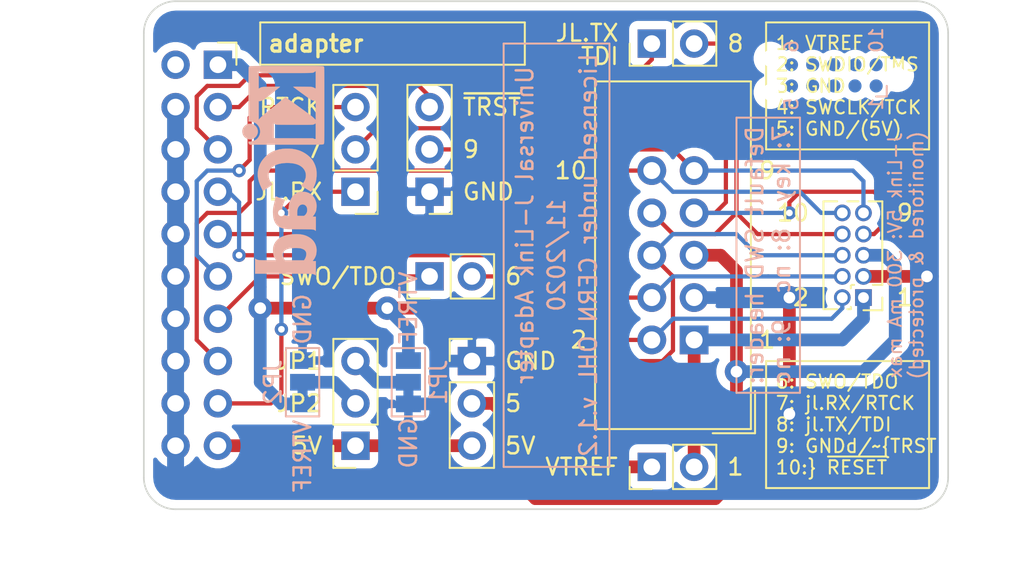
<source format=kicad_pcb>
(kicad_pcb (version 20171130) (host pcbnew 5.1.5-52549c5~86~ubuntu19.04.1)

  (general
    (thickness 1.6)
    (drawings 72)
    (tracks 169)
    (zones 0)
    (modules 15)
    (nets 20)
  )

  (page A4)
  (layers
    (0 F.Cu signal)
    (31 B.Cu signal)
    (32 B.Adhes user hide)
    (33 F.Adhes user hide)
    (34 B.Paste user hide)
    (35 F.Paste user hide)
    (36 B.SilkS user)
    (37 F.SilkS user)
    (38 B.Mask user)
    (39 F.Mask user)
    (40 Dwgs.User user)
    (41 Cmts.User user hide)
    (42 Eco1.User user hide)
    (43 Eco2.User user hide)
    (44 Edge.Cuts user)
    (45 Margin user hide)
    (46 B.CrtYd user)
    (47 F.CrtYd user)
    (48 B.Fab user hide)
    (49 F.Fab user hide)
  )

  (setup
    (last_trace_width 0.25)
    (user_trace_width 0.254)
    (user_trace_width 0.381)
    (user_trace_width 0.508)
    (user_trace_width 0.635)
    (user_trace_width 0.762)
    (user_trace_width 1.016)
    (trace_clearance 0.2)
    (zone_clearance 0.508)
    (zone_45_only no)
    (trace_min 0.2)
    (via_size 0.8)
    (via_drill 0.4)
    (via_min_size 0.4)
    (via_min_drill 0.3)
    (user_via 0.8 0.4)
    (user_via 1.4 0.7)
    (uvia_size 0.3)
    (uvia_drill 0.1)
    (uvias_allowed no)
    (uvia_min_size 0.2)
    (uvia_min_drill 0.1)
    (edge_width 0.05)
    (segment_width 0.2)
    (pcb_text_width 0.3)
    (pcb_text_size 1.5 1.5)
    (mod_edge_width 0.12)
    (mod_text_size 1 1)
    (mod_text_width 0.15)
    (pad_size 1.524 1.524)
    (pad_drill 0.762)
    (pad_to_mask_clearance 0.051)
    (solder_mask_min_width 0.25)
    (aux_axis_origin 0 0)
    (visible_elements FFFFFF7F)
    (pcbplotparams
      (layerselection 0x010fc_ffffffff)
      (usegerberextensions true)
      (usegerberattributes false)
      (usegerberadvancedattributes false)
      (creategerberjobfile false)
      (excludeedgelayer true)
      (linewidth 0.100000)
      (plotframeref false)
      (viasonmask false)
      (mode 1)
      (useauxorigin false)
      (hpglpennumber 1)
      (hpglpenspeed 20)
      (hpglpendiameter 15.000000)
      (psnegative false)
      (psa4output false)
      (plotreference true)
      (plotvalue true)
      (plotinvisibletext false)
      (padsonsilk false)
      (subtractmaskfromsilk false)
      (outputformat 1)
      (mirror false)
      (drillshape 0)
      (scaleselection 1)
      (outputdirectory "Gerber/"))
  )

  (net 0 "")
  (net 1 /GND)
  (net 2 /5V-Supply)
  (net 3 /RXD)
  (net 4 /~RESET)
  (net 5 /SWO-TDO)
  (net 6 /RTCK)
  (net 7 /SWCLK-TCK)
  (net 8 /SWDIO-TMS)
  (net 9 /TXD-TDI)
  (net 10 /~TRST)
  (net 11 /VTREF)
  (net 12 PIN9)
  (net 13 PIN8)
  (net 14 PIN7)
  (net 15 PIN5)
  (net 16 /VTREF-OUT)
  (net 17 VREG2)
  (net 18 VREG1)
  (net 19 PIN6)

  (net_class Default "This is the default net class."
    (clearance 0.2)
    (trace_width 0.25)
    (via_dia 0.8)
    (via_drill 0.4)
    (uvia_dia 0.3)
    (uvia_drill 0.1)
    (add_net /5V-Supply)
    (add_net /GND)
    (add_net /RTCK)
    (add_net /RXD)
    (add_net /SWCLK-TCK)
    (add_net /SWDIO-TMS)
    (add_net /SWO-TDO)
    (add_net /TXD-TDI)
    (add_net /VTREF)
    (add_net /VTREF-OUT)
    (add_net /~RESET)
    (add_net /~TRST)
    (add_net PIN5)
    (add_net PIN6)
    (add_net PIN7)
    (add_net PIN8)
    (add_net PIN9)
    (add_net VREG1)
    (add_net VREG2)
  )

  (module Connector_PinHeader_2.54mm:PinHeader_1x02_P2.54mm_Vertical (layer F.Cu) (tedit 59FED5CC) (tstamp 5FC03360)
    (at 106.68 107.95 90)
    (descr "Through hole straight pin header, 1x02, 2.54mm pitch, single row")
    (tags "Through hole pin header THT 1x02 2.54mm single row")
    (path /5FC41510)
    (fp_text reference JP8 (at 0 -2.33 90) (layer F.SilkS) hide
      (effects (font (size 1 1) (thickness 0.15)))
    )
    (fp_text value Jumper_2_Bridged (at 0 4.87 90) (layer F.Fab)
      (effects (font (size 1 1) (thickness 0.15)))
    )
    (fp_text user %R (at 0 1.27) (layer F.Fab)
      (effects (font (size 1 1) (thickness 0.15)))
    )
    (fp_line (start 1.8 -1.8) (end -1.8 -1.8) (layer F.CrtYd) (width 0.05))
    (fp_line (start 1.8 4.35) (end 1.8 -1.8) (layer F.CrtYd) (width 0.05))
    (fp_line (start -1.8 4.35) (end 1.8 4.35) (layer F.CrtYd) (width 0.05))
    (fp_line (start -1.8 -1.8) (end -1.8 4.35) (layer F.CrtYd) (width 0.05))
    (fp_line (start -1.33 -1.33) (end 0 -1.33) (layer F.SilkS) (width 0.12))
    (fp_line (start -1.33 0) (end -1.33 -1.33) (layer F.SilkS) (width 0.12))
    (fp_line (start -1.33 1.27) (end 1.33 1.27) (layer F.SilkS) (width 0.12))
    (fp_line (start 1.33 1.27) (end 1.33 3.87) (layer F.SilkS) (width 0.12))
    (fp_line (start -1.33 1.27) (end -1.33 3.87) (layer F.SilkS) (width 0.12))
    (fp_line (start -1.33 3.87) (end 1.33 3.87) (layer F.SilkS) (width 0.12))
    (fp_line (start -1.27 -0.635) (end -0.635 -1.27) (layer F.Fab) (width 0.1))
    (fp_line (start -1.27 3.81) (end -1.27 -0.635) (layer F.Fab) (width 0.1))
    (fp_line (start 1.27 3.81) (end -1.27 3.81) (layer F.Fab) (width 0.1))
    (fp_line (start 1.27 -1.27) (end 1.27 3.81) (layer F.Fab) (width 0.1))
    (fp_line (start -0.635 -1.27) (end 1.27 -1.27) (layer F.Fab) (width 0.1))
    (pad 2 thru_hole oval (at 0 2.54 90) (size 1.7 1.7) (drill 1) (layers *.Cu *.Mask)
      (net 19 PIN6))
    (pad 1 thru_hole rect (at 0 0 90) (size 1.7 1.7) (drill 1) (layers *.Cu *.Mask)
      (net 5 /SWO-TDO))
    (model ${KISYS3DMOD}/Connector_PinHeader_2.54mm.3dshapes/PinHeader_1x02_P2.54mm_Vertical.wrl
      (at (xyz 0 0 0))
      (scale (xyz 1 1 1))
      (rotate (xyz 0 0 0))
    )
  )

  (module Connector:Tag-Connect_TC2050-IDC-NL_2x05_P1.27mm_Vertical locked (layer B.Cu) (tedit 5A29CED0) (tstamp 5FC01648)
    (at 130.937 95.885 180)
    (descr "Tag-Connect programming header; http://www.tag-connect.com/Materials/TC2050-IDC-NL%20Datasheet.pdf")
    (tags "tag connect programming header pogo pins")
    (attr virtual)
    (fp_text reference REF** (at 0 -2.7) (layer B.SilkS) hide
      (effects (font (size 1 1) (thickness 0.15)) (justify mirror))
    )
    (fp_text value Tag-Connect_TC2050-IDC-NL_2x05_P1.27mm_Vertical (at 0 2.4) (layer B.Fab)
      (effects (font (size 1 1) (thickness 0.15)) (justify mirror))
    )
    (fp_line (start 1.27 -0.635) (end 2.54 0.635) (layer Dwgs.User) (width 0.1))
    (fp_line (start 0.635 -0.635) (end 1.905 0.635) (layer Dwgs.User) (width 0.1))
    (fp_line (start 0 -0.635) (end 1.27 0.635) (layer Dwgs.User) (width 0.1))
    (fp_line (start -0.635 -0.635) (end 0.635 0.635) (layer Dwgs.User) (width 0.1))
    (fp_text user KEEPOUT (at 0 0) (layer Cmts.User)
      (effects (font (size 0.4 0.4) (thickness 0.07)))
    )
    (fp_line (start 1.905 -0.635) (end 2.54 0) (layer Dwgs.User) (width 0.1))
    (fp_line (start -1.27 -0.635) (end 0 0.635) (layer Dwgs.User) (width 0.1))
    (fp_line (start -1.905 -0.635) (end -0.635 0.635) (layer Dwgs.User) (width 0.1))
    (fp_line (start -2.54 0) (end -1.905 0.635) (layer Dwgs.User) (width 0.1))
    (fp_line (start -2.54 -0.635) (end -1.27 0.635) (layer Dwgs.User) (width 0.1))
    (fp_line (start -2.54 0.635) (end 2.54 0.635) (layer Dwgs.User) (width 0.1))
    (fp_line (start 2.54 0.635) (end 2.54 -0.635) (layer Dwgs.User) (width 0.1))
    (fp_line (start 2.54 -0.635) (end -2.54 -0.635) (layer Dwgs.User) (width 0.1))
    (fp_line (start -2.54 -0.635) (end -2.54 0.635) (layer Dwgs.User) (width 0.1))
    (fp_text user %R (at 0 0) (layer B.Fab)
      (effects (font (size 1 1) (thickness 0.15)) (justify mirror))
    )
    (fp_line (start -4.75 2) (end 4.75 2) (layer B.CrtYd) (width 0.05))
    (fp_line (start 4.75 2) (end 4.75 -2) (layer B.CrtYd) (width 0.05))
    (fp_line (start 4.75 -2) (end -4.75 -2) (layer B.CrtYd) (width 0.05))
    (fp_line (start -4.75 -2) (end -4.75 2) (layer B.CrtYd) (width 0.05))
    (fp_line (start -2.54 -1.27) (end -3.175 -1.27) (layer B.SilkS) (width 0.12))
    (fp_line (start -3.175 -1.27) (end -3.175 -0.635) (layer B.SilkS) (width 0.12))
    (pad 10 connect circle (at -2.54 0.635 180) (size 0.7874 0.7874) (layers B.Cu B.Mask))
    (pad 9 connect circle (at -1.27 0.635 180) (size 0.7874 0.7874) (layers B.Cu B.Mask))
    (pad 8 connect circle (at 0 0.635 180) (size 0.7874 0.7874) (layers B.Cu B.Mask))
    (pad 7 connect circle (at 1.27 0.635 180) (size 0.7874 0.7874) (layers B.Cu B.Mask))
    (pad 6 connect circle (at 2.54 0.635 180) (size 0.7874 0.7874) (layers B.Cu B.Mask))
    (pad 5 connect circle (at 2.54 -0.635 180) (size 0.7874 0.7874) (layers B.Cu B.Mask))
    (pad 4 connect circle (at 1.27 -0.635 180) (size 0.7874 0.7874) (layers B.Cu B.Mask))
    (pad 3 connect circle (at 0 -0.635 180) (size 0.7874 0.7874) (layers B.Cu B.Mask))
    (pad 2 connect circle (at -1.27 -0.635 180) (size 0.7874 0.7874) (layers B.Cu B.Mask))
    (pad 1 connect circle (at -2.54 -0.635 180) (size 0.7874 0.7874) (layers B.Cu B.Mask))
    (pad "" np_thru_hole circle (at -3.81 0 180) (size 0.9906 0.9906) (drill 0.9906) (layers *.Cu *.Mask))
    (pad "" np_thru_hole circle (at 3.81 -1.016 180) (size 0.9906 0.9906) (drill 0.9906) (layers *.Cu *.Mask))
    (pad "" np_thru_hole circle (at 3.81 1.016 180) (size 0.9906 0.9906) (drill 0.9906) (layers *.Cu *.Mask))
  )

  (module Connector_PinHeader_1.27mm:PinHeader_2x05_P1.27mm_Vertical (layer F.Cu) (tedit 59FED6E3) (tstamp 5FBFB1C1)
    (at 132.715 109.22 180)
    (descr "Through hole straight pin header, 2x05, 1.27mm pitch, double rows")
    (tags "Through hole pin header THT 2x05 1.27mm double row")
    (path /5DE3270A)
    (fp_text reference J3 (at 0.635 -1.695) (layer F.SilkS) hide
      (effects (font (size 1 1) (thickness 0.15)))
    )
    (fp_text value Conn_02x05_Odd_Even (at 0.635 6.775) (layer F.Fab)
      (effects (font (size 1 1) (thickness 0.15)))
    )
    (fp_text user %R (at 0.635 2.54 90) (layer F.Fab)
      (effects (font (size 1 1) (thickness 0.15)))
    )
    (fp_line (start 2.85 -1.15) (end -1.6 -1.15) (layer F.CrtYd) (width 0.05))
    (fp_line (start 2.85 6.25) (end 2.85 -1.15) (layer F.CrtYd) (width 0.05))
    (fp_line (start -1.6 6.25) (end 2.85 6.25) (layer F.CrtYd) (width 0.05))
    (fp_line (start -1.6 -1.15) (end -1.6 6.25) (layer F.CrtYd) (width 0.05))
    (fp_line (start -1.13 -0.76) (end 0 -0.76) (layer F.SilkS) (width 0.12))
    (fp_line (start -1.13 0) (end -1.13 -0.76) (layer F.SilkS) (width 0.12))
    (fp_line (start 1.57753 -0.695) (end 2.4 -0.695) (layer F.SilkS) (width 0.12))
    (fp_line (start 0.76 -0.695) (end 0.96247 -0.695) (layer F.SilkS) (width 0.12))
    (fp_line (start 0.76 -0.563471) (end 0.76 -0.695) (layer F.SilkS) (width 0.12))
    (fp_line (start 0.76 0.706529) (end 0.76 0.563471) (layer F.SilkS) (width 0.12))
    (fp_line (start 0.563471 0.76) (end 0.706529 0.76) (layer F.SilkS) (width 0.12))
    (fp_line (start -1.13 0.76) (end -0.563471 0.76) (layer F.SilkS) (width 0.12))
    (fp_line (start 2.4 -0.695) (end 2.4 5.775) (layer F.SilkS) (width 0.12))
    (fp_line (start -1.13 0.76) (end -1.13 5.775) (layer F.SilkS) (width 0.12))
    (fp_line (start 0.30753 5.775) (end 0.96247 5.775) (layer F.SilkS) (width 0.12))
    (fp_line (start 1.57753 5.775) (end 2.4 5.775) (layer F.SilkS) (width 0.12))
    (fp_line (start -1.13 5.775) (end -0.30753 5.775) (layer F.SilkS) (width 0.12))
    (fp_line (start -1.07 0.2175) (end -0.2175 -0.635) (layer F.Fab) (width 0.1))
    (fp_line (start -1.07 5.715) (end -1.07 0.2175) (layer F.Fab) (width 0.1))
    (fp_line (start 2.34 5.715) (end -1.07 5.715) (layer F.Fab) (width 0.1))
    (fp_line (start 2.34 -0.635) (end 2.34 5.715) (layer F.Fab) (width 0.1))
    (fp_line (start -0.2175 -0.635) (end 2.34 -0.635) (layer F.Fab) (width 0.1))
    (pad 10 thru_hole oval (at 1.27 5.08 180) (size 1 1) (drill 0.65) (layers *.Cu *.Mask)
      (net 4 /~RESET))
    (pad 9 thru_hole oval (at 0 5.08 180) (size 1 1) (drill 0.65) (layers *.Cu *.Mask)
      (net 12 PIN9))
    (pad 8 thru_hole oval (at 1.27 3.81 180) (size 1 1) (drill 0.65) (layers *.Cu *.Mask)
      (net 13 PIN8))
    (pad 7 thru_hole oval (at 0 3.81 180) (size 1 1) (drill 0.65) (layers *.Cu *.Mask)
      (net 14 PIN7))
    (pad 6 thru_hole oval (at 1.27 2.54 180) (size 1 1) (drill 0.65) (layers *.Cu *.Mask)
      (net 19 PIN6))
    (pad 5 thru_hole oval (at 0 2.54 180) (size 1 1) (drill 0.65) (layers *.Cu *.Mask)
      (net 15 PIN5))
    (pad 4 thru_hole oval (at 1.27 1.27 180) (size 1 1) (drill 0.65) (layers *.Cu *.Mask)
      (net 7 /SWCLK-TCK))
    (pad 3 thru_hole oval (at 0 1.27 180) (size 1 1) (drill 0.65) (layers *.Cu *.Mask)
      (net 1 /GND))
    (pad 2 thru_hole oval (at 1.27 0 180) (size 1 1) (drill 0.65) (layers *.Cu *.Mask)
      (net 8 /SWDIO-TMS))
    (pad 1 thru_hole rect (at 0 0 180) (size 1 1) (drill 0.65) (layers *.Cu *.Mask)
      (net 16 /VTREF-OUT))
    (model ${KIPRJMOD}/Footprints/Models/2x05/FTSH-105-01-L-D-K_from-stl.wrl
      (offset (xyz 0.65 -2.5 0))
      (scale (xyz 1 1 1))
      (rotate (xyz 0 0 90))
    )
  )

  (module BrechtVE_Aesthetics:OSHW-Logo_5.7x6mm_SolderMask (layer B.Cu) (tedit 5DDC6204) (tstamp 5FBF9B62)
    (at 131.445 117.475 270)
    (descr "Open Source Hardware Logo")
    (tags "Logo OSHW")
    (path /5DDCA46F)
    (attr virtual)
    (fp_text reference G1 (at 0 0 270) (layer B.SilkS) hide
      (effects (font (size 1 1) (thickness 0.15)) (justify mirror))
    )
    (fp_text value Symbol_OSHW-Logo_11.4x12mm (at 0.75 0 270) (layer B.Fab) hide
      (effects (font (size 1 1) (thickness 0.15)) (justify mirror))
    )
    (fp_poly (pts (xy -1.908759 -1.469184) (xy -1.882247 -1.482282) (xy -1.849553 -1.505106) (xy -1.825725 -1.529996)
      (xy -1.809406 -1.561249) (xy -1.79924 -1.603166) (xy -1.793872 -1.660044) (xy -1.791944 -1.736184)
      (xy -1.791831 -1.768917) (xy -1.792161 -1.840656) (xy -1.793527 -1.891927) (xy -1.7965 -1.927404)
      (xy -1.801649 -1.951763) (xy -1.809543 -1.96968) (xy -1.817757 -1.981902) (xy -1.870187 -2.033905)
      (xy -1.93193 -2.065184) (xy -1.998536 -2.074592) (xy -2.065558 -2.06098) (xy -2.086792 -2.051354)
      (xy -2.137624 -2.024859) (xy -2.137624 -2.440052) (xy -2.100525 -2.420868) (xy -2.051643 -2.406025)
      (xy -1.991561 -2.402222) (xy -1.931564 -2.409243) (xy -1.886256 -2.425013) (xy -1.848675 -2.455047)
      (xy -1.816564 -2.498024) (xy -1.81415 -2.502436) (xy -1.803967 -2.523221) (xy -1.79653 -2.54417)
      (xy -1.791411 -2.569548) (xy -1.788181 -2.603618) (xy -1.786413 -2.650641) (xy -1.785677 -2.714882)
      (xy -1.785544 -2.787176) (xy -1.785544 -3.017822) (xy -1.923861 -3.017822) (xy -1.923861 -2.592533)
      (xy -1.962549 -2.559979) (xy -2.002738 -2.53394) (xy -2.040797 -2.529205) (xy -2.079066 -2.541389)
      (xy -2.099462 -2.55332) (xy -2.114642 -2.570313) (xy -2.125438 -2.595995) (xy -2.132683 -2.633991)
      (xy -2.137208 -2.687926) (xy -2.139844 -2.761425) (xy -2.140772 -2.810347) (xy -2.143911 -3.011535)
      (xy -2.209926 -3.015336) (xy -2.27594 -3.019136) (xy -2.27594 -1.77065) (xy -2.137624 -1.77065)
      (xy -2.134097 -1.840254) (xy -2.122215 -1.888569) (xy -2.10002 -1.918631) (xy -2.065559 -1.933471)
      (xy -2.030742 -1.936436) (xy -1.991329 -1.933028) (xy -1.965171 -1.919617) (xy -1.948814 -1.901896)
      (xy -1.935937 -1.882835) (xy -1.928272 -1.861601) (xy -1.924861 -1.831849) (xy -1.924749 -1.787236)
      (xy -1.925897 -1.74988) (xy -1.928532 -1.693604) (xy -1.932456 -1.656658) (xy -1.939063 -1.633223)
      (xy -1.949749 -1.61748) (xy -1.959833 -1.60838) (xy -2.00197 -1.588537) (xy -2.05184 -1.585332)
      (xy -2.080476 -1.592168) (xy -2.108828 -1.616464) (xy -2.127609 -1.663728) (xy -2.136712 -1.733624)
      (xy -2.137624 -1.77065) (xy -2.27594 -1.77065) (xy -2.27594 -1.458614) (xy -2.206782 -1.458614)
      (xy -2.16526 -1.460256) (xy -2.143838 -1.466087) (xy -2.137626 -1.477461) (xy -2.137624 -1.477798)
      (xy -2.134742 -1.488938) (xy -2.12203 -1.487673) (xy -2.096757 -1.475433) (xy -2.037869 -1.456707)
      (xy -1.971615 -1.454739) (xy -1.908759 -1.469184)) (layer B.Mask) (width 0.01))
    (fp_poly (pts (xy -1.38421 -2.406555) (xy -1.325055 -2.422339) (xy -1.280023 -2.450948) (xy -1.248246 -2.488419)
      (xy -1.238366 -2.504411) (xy -1.231073 -2.521163) (xy -1.225974 -2.542592) (xy -1.222679 -2.572616)
      (xy -1.220797 -2.615154) (xy -1.219937 -2.674122) (xy -1.219707 -2.75344) (xy -1.219703 -2.774484)
      (xy -1.219703 -3.017822) (xy -1.280059 -3.017822) (xy -1.318557 -3.015126) (xy -1.347023 -3.008295)
      (xy -1.354155 -3.004083) (xy -1.373652 -2.996813) (xy -1.393566 -3.004083) (xy -1.426353 -3.01316)
      (xy -1.473978 -3.016813) (xy -1.526764 -3.015228) (xy -1.575036 -3.008589) (xy -1.603218 -3.000072)
      (xy -1.657753 -2.965063) (xy -1.691835 -2.916479) (xy -1.707157 -2.851882) (xy -1.707299 -2.850223)
      (xy -1.705955 -2.821566) (xy -1.584356 -2.821566) (xy -1.573726 -2.854161) (xy -1.55641 -2.872505)
      (xy -1.521652 -2.886379) (xy -1.475773 -2.891917) (xy -1.428988 -2.889191) (xy -1.391514 -2.878274)
      (xy -1.381015 -2.871269) (xy -1.362668 -2.838904) (xy -1.35802 -2.802111) (xy -1.35802 -2.753763)
      (xy -1.427582 -2.753763) (xy -1.493667 -2.75885) (xy -1.543764 -2.773263) (xy -1.574929 -2.795729)
      (xy -1.584356 -2.821566) (xy -1.705955 -2.821566) (xy -1.703987 -2.779647) (xy -1.68071 -2.723845)
      (xy -1.636948 -2.681647) (xy -1.630899 -2.677808) (xy -1.604907 -2.665309) (xy -1.572735 -2.65774)
      (xy -1.52776 -2.654061) (xy -1.474331 -2.653216) (xy -1.35802 -2.653169) (xy -1.35802 -2.604411)
      (xy -1.362953 -2.566581) (xy -1.375543 -2.541236) (xy -1.377017 -2.539887) (xy -1.405034 -2.5288)
      (xy -1.447326 -2.524503) (xy -1.494064 -2.526615) (xy -1.535418 -2.534756) (xy -1.559957 -2.546965)
      (xy -1.573253 -2.556746) (xy -1.587294 -2.558613) (xy -1.606671 -2.5506) (xy -1.635976 -2.530739)
      (xy -1.679803 -2.497063) (xy -1.683825 -2.493909) (xy -1.681764 -2.482236) (xy -1.664568 -2.462822)
      (xy -1.638433 -2.441248) (xy -1.609552 -2.423096) (xy -1.600478 -2.418809) (xy -1.56738 -2.410256)
      (xy -1.51888 -2.404155) (xy -1.464695 -2.401708) (xy -1.462161 -2.401703) (xy -1.38421 -2.406555)) (layer B.Mask) (width 0.01))
    (fp_poly (pts (xy -0.993356 -2.40302) (xy -0.974539 -2.40866) (xy -0.968473 -2.421053) (xy -0.968218 -2.426647)
      (xy -0.967129 -2.44223) (xy -0.959632 -2.444676) (xy -0.939381 -2.433993) (xy -0.927351 -2.426694)
      (xy -0.8894 -2.411063) (xy -0.844072 -2.403334) (xy -0.796544 -2.40274) (xy -0.751995 -2.408513)
      (xy -0.715602 -2.419884) (xy -0.692543 -2.436088) (xy -0.687996 -2.456355) (xy -0.690291 -2.461843)
      (xy -0.70702 -2.484626) (xy -0.732963 -2.512647) (xy -0.737655 -2.517177) (xy -0.762383 -2.538005)
      (xy -0.783718 -2.544735) (xy -0.813555 -2.540038) (xy -0.825508 -2.536917) (xy -0.862705 -2.529421)
      (xy -0.888859 -2.532792) (xy -0.910946 -2.544681) (xy -0.931178 -2.560635) (xy -0.946079 -2.5807)
      (xy -0.956434 -2.608702) (xy -0.963029 -2.648467) (xy -0.966649 -2.703823) (xy -0.968078 -2.778594)
      (xy -0.968218 -2.82374) (xy -0.968218 -3.017822) (xy -1.09396 -3.017822) (xy -1.09396 -2.401683)
      (xy -1.031089 -2.401683) (xy -0.993356 -2.40302)) (layer B.Mask) (width 0.01))
    (fp_poly (pts (xy -0.201188 -3.017822) (xy -0.270346 -3.017822) (xy -0.310488 -3.016645) (xy -0.331394 -3.011772)
      (xy -0.338922 -3.001186) (xy -0.339505 -2.994029) (xy -0.340774 -2.979676) (xy -0.348779 -2.976923)
      (xy -0.369815 -2.985771) (xy -0.386173 -2.994029) (xy -0.448977 -3.013597) (xy -0.517248 -3.014729)
      (xy -0.572752 -3.000135) (xy -0.624438 -2.964877) (xy -0.663838 -2.912835) (xy -0.685413 -2.85145)
      (xy -0.685962 -2.848018) (xy -0.689167 -2.810571) (xy -0.690761 -2.756813) (xy -0.690633 -2.716155)
      (xy -0.553279 -2.716155) (xy -0.550097 -2.770194) (xy -0.542859 -2.814735) (xy -0.53306 -2.839888)
      (xy -0.495989 -2.87426) (xy -0.451974 -2.886582) (xy -0.406584 -2.876618) (xy -0.367797 -2.846895)
      (xy -0.353108 -2.826905) (xy -0.344519 -2.80305) (xy -0.340496 -2.76823) (xy -0.339505 -2.71593)
      (xy -0.341278 -2.664139) (xy -0.345963 -2.618634) (xy -0.352603 -2.588181) (xy -0.35371 -2.585452)
      (xy -0.380491 -2.553) (xy -0.419579 -2.535183) (xy -0.463315 -2.532306) (xy -0.504038 -2.544674)
      (xy -0.534087 -2.572593) (xy -0.537204 -2.578148) (xy -0.546961 -2.612022) (xy -0.552277 -2.660728)
      (xy -0.553279 -2.716155) (xy -0.690633 -2.716155) (xy -0.690568 -2.69554) (xy -0.689664 -2.662563)
      (xy -0.683514 -2.580981) (xy -0.670733 -2.51973) (xy -0.649471 -2.474449) (xy -0.617878 -2.440779)
      (xy -0.587207 -2.421014) (xy -0.544354 -2.40712) (xy -0.491056 -2.402354) (xy -0.43648 -2.406236)
      (xy -0.389792 -2.418282) (xy -0.365124 -2.432693) (xy -0.339505 -2.455878) (xy -0.339505 -2.162773)
      (xy -0.201188 -2.162773) (xy -0.201188 -3.017822)) (layer B.Mask) (width 0.01))
    (fp_poly (pts (xy 0.281524 -2.404237) (xy 0.331255 -2.407971) (xy 0.461291 -2.797773) (xy 0.481678 -2.728614)
      (xy 0.493946 -2.685874) (xy 0.510085 -2.628115) (xy 0.527512 -2.564625) (xy 0.536726 -2.53057)
      (xy 0.571388 -2.401683) (xy 0.714391 -2.401683) (xy 0.671646 -2.536857) (xy 0.650596 -2.603342)
      (xy 0.625167 -2.683539) (xy 0.59861 -2.767193) (xy 0.574902 -2.841782) (xy 0.520902 -3.011535)
      (xy 0.462598 -3.015328) (xy 0.404295 -3.019122) (xy 0.372679 -2.914734) (xy 0.353182 -2.849889)
      (xy 0.331904 -2.7784) (xy 0.313308 -2.715263) (xy 0.312574 -2.71275) (xy 0.298684 -2.669969)
      (xy 0.286429 -2.640779) (xy 0.277846 -2.629741) (xy 0.276082 -2.631018) (xy 0.269891 -2.64813)
      (xy 0.258128 -2.684787) (xy 0.242225 -2.736378) (xy 0.223614 -2.798294) (xy 0.213543 -2.832352)
      (xy 0.159007 -3.017822) (xy 0.043264 -3.017822) (xy -0.049263 -2.725471) (xy -0.075256 -2.643462)
      (xy -0.098934 -2.568987) (xy -0.11918 -2.505544) (xy -0.134874 -2.456632) (xy -0.144898 -2.425749)
      (xy -0.147945 -2.416726) (xy -0.145533 -2.407487) (xy -0.126592 -2.403441) (xy -0.087177 -2.403846)
      (xy -0.081007 -2.404152) (xy -0.007914 -2.407971) (xy 0.039957 -2.58401) (xy 0.057553 -2.648211)
      (xy 0.073277 -2.704649) (xy 0.085746 -2.748422) (xy 0.093574 -2.77463) (xy 0.09502 -2.778903)
      (xy 0.101014 -2.77399) (xy 0.113101 -2.748532) (xy 0.129893 -2.705997) (xy 0.150003 -2.64985)
      (xy 0.167003 -2.59913) (xy 0.231794 -2.400504) (xy 0.281524 -2.404237)) (layer B.Mask) (width 0.01))
    (fp_poly (pts (xy 1.038411 -2.405417) (xy 1.091411 -2.41829) (xy 1.106731 -2.42511) (xy 1.136428 -2.442974)
      (xy 1.15922 -2.463093) (xy 1.176083 -2.488962) (xy 1.187998 -2.524073) (xy 1.195942 -2.57192)
      (xy 1.200894 -2.635996) (xy 1.203831 -2.719794) (xy 1.204947 -2.775768) (xy 1.209052 -3.017822)
      (xy 1.138932 -3.017822) (xy 1.096393 -3.016038) (xy 1.074476 -3.009942) (xy 1.068812 -2.999706)
      (xy 1.065821 -2.988637) (xy 1.052451 -2.990754) (xy 1.034233 -2.999629) (xy 0.988624 -3.013233)
      (xy 0.930007 -3.016899) (xy 0.868354 -3.010903) (xy 0.813638 -2.995521) (xy 0.80873 -2.993386)
      (xy 0.758723 -2.958255) (xy 0.725756 -2.909419) (xy 0.710587 -2.852333) (xy 0.711746 -2.831824)
      (xy 0.835508 -2.831824) (xy 0.846413 -2.859425) (xy 0.878745 -2.879204) (xy 0.93091 -2.889819)
      (xy 0.958787 -2.891228) (xy 1.005247 -2.88762) (xy 1.036129 -2.873597) (xy 1.043664 -2.866931)
      (xy 1.064076 -2.830666) (xy 1.068812 -2.797773) (xy 1.068812 -2.753763) (xy 1.007513 -2.753763)
      (xy 0.936256 -2.757395) (xy 0.886276 -2.768818) (xy 0.854696 -2.788824) (xy 0.847626 -2.797743)
      (xy 0.835508 -2.831824) (xy 0.711746 -2.831824) (xy 0.713971 -2.792456) (xy 0.736663 -2.735244)
      (xy 0.767624 -2.69658) (xy 0.786376 -2.679864) (xy 0.804733 -2.668878) (xy 0.828619 -2.66218)
      (xy 0.863957 -2.658326) (xy 0.916669 -2.655873) (xy 0.937577 -2.655168) (xy 1.068812 -2.650879)
      (xy 1.06862 -2.611158) (xy 1.063537 -2.569405) (xy 1.045162 -2.544158) (xy 1.008039 -2.52803)
      (xy 1.007043 -2.527742) (xy 0.95441 -2.5214) (xy 0.902906 -2.529684) (xy 0.86463 -2.549827)
      (xy 0.849272 -2.559773) (xy 0.83273 -2.558397) (xy 0.807275 -2.543987) (xy 0.792328 -2.533817)
      (xy 0.763091 -2.512088) (xy 0.74498 -2.4958) (xy 0.742074 -2.491137) (xy 0.75404 -2.467005)
      (xy 0.789396 -2.438185) (xy 0.804753 -2.428461) (xy 0.848901 -2.411714) (xy 0.908398 -2.402227)
      (xy 0.974487 -2.400095) (xy 1.038411 -2.405417)) (layer B.Mask) (width 0.01))
    (fp_poly (pts (xy 1.635255 -2.401486) (xy 1.683595 -2.411015) (xy 1.711114 -2.425125) (xy 1.740064 -2.448568)
      (xy 1.698876 -2.500571) (xy 1.673482 -2.532064) (xy 1.656238 -2.547428) (xy 1.639102 -2.549776)
      (xy 1.614027 -2.542217) (xy 1.602257 -2.537941) (xy 1.55427 -2.531631) (xy 1.510324 -2.545156)
      (xy 1.47806 -2.57571) (xy 1.472819 -2.585452) (xy 1.467112 -2.611258) (xy 1.462706 -2.658817)
      (xy 1.459811 -2.724758) (xy 1.458631 -2.80571) (xy 1.458614 -2.817226) (xy 1.458614 -3.017822)
      (xy 1.320297 -3.017822) (xy 1.320297 -2.401683) (xy 1.389456 -2.401683) (xy 1.429333 -2.402725)
      (xy 1.450107 -2.407358) (xy 1.457789 -2.417849) (xy 1.458614 -2.427745) (xy 1.458614 -2.453806)
      (xy 1.491745 -2.427745) (xy 1.529735 -2.409965) (xy 1.58077 -2.401174) (xy 1.635255 -2.401486)) (layer B.Mask) (width 0.01))
    (fp_poly (pts (xy 2.032581 -2.40497) (xy 2.092685 -2.420597) (xy 2.143021 -2.452848) (xy 2.167393 -2.47694)
      (xy 2.207345 -2.533895) (xy 2.230242 -2.599965) (xy 2.238108 -2.681182) (xy 2.238148 -2.687748)
      (xy 2.238218 -2.753763) (xy 1.858264 -2.753763) (xy 1.866363 -2.788342) (xy 1.880987 -2.819659)
      (xy 1.906581 -2.852291) (xy 1.911935 -2.8575) (xy 1.957943 -2.885694) (xy 2.01041 -2.890475)
      (xy 2.070803 -2.871926) (xy 2.08104 -2.866931) (xy 2.112439 -2.851745) (xy 2.13347 -2.843094)
      (xy 2.137139 -2.842293) (xy 2.149948 -2.850063) (xy 2.174378 -2.869072) (xy 2.186779 -2.87946)
      (xy 2.212476 -2.903321) (xy 2.220915 -2.919077) (xy 2.215058 -2.933571) (xy 2.211928 -2.937534)
      (xy 2.190725 -2.954879) (xy 2.155738 -2.975959) (xy 2.131337 -2.988265) (xy 2.062072 -3.009946)
      (xy 1.985388 -3.016971) (xy 1.912765 -3.008647) (xy 1.892426 -3.002686) (xy 1.829476 -2.968952)
      (xy 1.782815 -2.917045) (xy 1.752173 -2.846459) (xy 1.737282 -2.756692) (xy 1.735647 -2.709753)
      (xy 1.740421 -2.641413) (xy 1.86099 -2.641413) (xy 1.872652 -2.646465) (xy 1.903998 -2.650429)
      (xy 1.949571 -2.652768) (xy 1.980446 -2.653169) (xy 2.035981 -2.652783) (xy 2.071033 -2.650975)
      (xy 2.090262 -2.646773) (xy 2.09833 -2.639203) (xy 2.099901 -2.628218) (xy 2.089121 -2.594381)
      (xy 2.06198 -2.56094) (xy 2.026277 -2.535272) (xy 1.99056 -2.524772) (xy 1.942048 -2.534086)
      (xy 1.900053 -2.561013) (xy 1.870936 -2.599827) (xy 1.86099 -2.641413) (xy 1.740421 -2.641413)
      (xy 1.742599 -2.610236) (xy 1.764055 -2.530949) (xy 1.80047 -2.471263) (xy 1.852297 -2.430549)
      (xy 1.91999 -2.408179) (xy 1.956662 -2.403871) (xy 2.032581 -2.40497)) (layer B.Mask) (width 0.01))
    (fp_poly (pts (xy -2.538261 -1.465148) (xy -2.472479 -1.494231) (xy -2.42254 -1.542793) (xy -2.388374 -1.610908)
      (xy -2.369907 -1.698651) (xy -2.368583 -1.712351) (xy -2.367546 -1.808939) (xy -2.380993 -1.893602)
      (xy -2.408108 -1.962221) (xy -2.422627 -1.984294) (xy -2.473201 -2.031011) (xy -2.537609 -2.061268)
      (xy -2.609666 -2.073824) (xy -2.683185 -2.067439) (xy -2.739072 -2.047772) (xy -2.787132 -2.014629)
      (xy -2.826412 -1.971175) (xy -2.827092 -1.970158) (xy -2.843044 -1.943338) (xy -2.85341 -1.916368)
      (xy -2.859688 -1.882332) (xy -2.863373 -1.83431) (xy -2.864997 -1.794931) (xy -2.865672 -1.759219)
      (xy -2.739955 -1.759219) (xy -2.738726 -1.79477) (xy -2.734266 -1.842094) (xy -2.726397 -1.872465)
      (xy -2.712207 -1.894072) (xy -2.698917 -1.906694) (xy -2.651802 -1.933122) (xy -2.602505 -1.936653)
      (xy -2.556593 -1.917639) (xy -2.533638 -1.896331) (xy -2.517096 -1.874859) (xy -2.507421 -1.854313)
      (xy -2.503174 -1.827574) (xy -2.50292 -1.787523) (xy -2.504228 -1.750638) (xy -2.507043 -1.697947)
      (xy -2.511505 -1.663772) (xy -2.519548 -1.64148) (xy -2.533103 -1.624442) (xy -2.543845 -1.614703)
      (xy -2.588777 -1.589123) (xy -2.637249 -1.587847) (xy -2.677894 -1.602999) (xy -2.712567 -1.634642)
      (xy -2.733224 -1.68662) (xy -2.739955 -1.759219) (xy -2.865672 -1.759219) (xy -2.866479 -1.716621)
      (xy -2.863948 -1.658056) (xy -2.856362 -1.614007) (xy -2.842681 -1.579248) (xy -2.821865 -1.548551)
      (xy -2.814147 -1.539436) (xy -2.765889 -1.494021) (xy -2.714128 -1.467493) (xy -2.650828 -1.456379)
      (xy -2.619961 -1.455471) (xy -2.538261 -1.465148)) (layer B.Mask) (width 0.01))
    (fp_poly (pts (xy -1.356699 -1.472614) (xy -1.344168 -1.478514) (xy -1.300799 -1.510283) (xy -1.25979 -1.556646)
      (xy -1.229168 -1.607696) (xy -1.220459 -1.631166) (xy -1.212512 -1.673091) (xy -1.207774 -1.723757)
      (xy -1.207199 -1.744679) (xy -1.207129 -1.810693) (xy -1.587083 -1.810693) (xy -1.578983 -1.845273)
      (xy -1.559104 -1.88617) (xy -1.524347 -1.921514) (xy -1.482998 -1.944282) (xy -1.456649 -1.94901)
      (xy -1.420916 -1.943273) (xy -1.378282 -1.928882) (xy -1.363799 -1.922262) (xy -1.31024 -1.895513)
      (xy -1.264533 -1.930376) (xy -1.238158 -1.953955) (xy -1.224124 -1.973417) (xy -1.223414 -1.979129)
      (xy -1.235951 -1.992973) (xy -1.263428 -2.014012) (xy -1.288366 -2.030425) (xy -1.355664 -2.05993)
      (xy -1.43111 -2.073284) (xy -1.505888 -2.069812) (xy -1.565495 -2.051663) (xy -1.626941 -2.012784)
      (xy -1.670608 -1.961595) (xy -1.697926 -1.895367) (xy -1.710322 -1.811371) (xy -1.711421 -1.772936)
      (xy -1.707022 -1.684861) (xy -1.706482 -1.682299) (xy -1.580582 -1.682299) (xy -1.577115 -1.690558)
      (xy -1.562863 -1.695113) (xy -1.53347 -1.697065) (xy -1.484575 -1.697517) (xy -1.465748 -1.697525)
      (xy -1.408467 -1.696843) (xy -1.372141 -1.694364) (xy -1.352604 -1.689443) (xy -1.34569 -1.681434)
      (xy -1.345445 -1.678862) (xy -1.353336 -1.658423) (xy -1.373085 -1.629789) (xy -1.381575 -1.619763)
      (xy -1.413094 -1.591408) (xy -1.445949 -1.580259) (xy -1.463651 -1.579327) (xy -1.511539 -1.590981)
      (xy -1.551699 -1.622285) (xy -1.577173 -1.667752) (xy -1.577625 -1.669233) (xy -1.580582 -1.682299)
      (xy -1.706482 -1.682299) (xy -1.692392 -1.61551) (xy -1.666038 -1.560025) (xy -1.633807 -1.520639)
      (xy -1.574217 -1.477931) (xy -1.504168 -1.455109) (xy -1.429661 -1.453046) (xy -1.356699 -1.472614)) (layer B.Mask) (width 0.01))
    (fp_poly (pts (xy 0.014017 -1.456452) (xy 0.061634 -1.465482) (xy 0.111034 -1.48437) (xy 0.116312 -1.486777)
      (xy 0.153774 -1.506476) (xy 0.179717 -1.524781) (xy 0.188103 -1.536508) (xy 0.180117 -1.555632)
      (xy 0.16072 -1.58385) (xy 0.15211 -1.594384) (xy 0.116628 -1.635847) (xy 0.070885 -1.608858)
      (xy 0.02735 -1.590878) (xy -0.02295 -1.581267) (xy -0.071188 -1.58066) (xy -0.108533 -1.589691)
      (xy -0.117495 -1.595327) (xy -0.134563 -1.621171) (xy -0.136637 -1.650941) (xy -0.123866 -1.674197)
      (xy -0.116312 -1.678708) (xy -0.093675 -1.684309) (xy -0.053885 -1.690892) (xy -0.004834 -1.697183)
      (xy 0.004215 -1.69817) (xy 0.082996 -1.711798) (xy 0.140136 -1.734946) (xy 0.17803 -1.769752)
      (xy 0.199079 -1.818354) (xy 0.205635 -1.877718) (xy 0.196577 -1.945198) (xy 0.167164 -1.998188)
      (xy 0.117278 -2.036783) (xy 0.0468 -2.061081) (xy -0.031435 -2.070667) (xy -0.095234 -2.070552)
      (xy -0.146984 -2.061845) (xy -0.182327 -2.049825) (xy -0.226983 -2.02888) (xy -0.268253 -2.004574)
      (xy -0.282921 -1.993876) (xy -0.320643 -1.963084) (xy -0.275148 -1.917049) (xy -0.229653 -1.871013)
      (xy -0.177928 -1.905243) (xy -0.126048 -1.930952) (xy -0.070649 -1.944399) (xy -0.017395 -1.945818)
      (xy 0.028049 -1.935443) (xy 0.060016 -1.913507) (xy 0.070338 -1.894998) (xy 0.068789 -1.865314)
      (xy 0.04314 -1.842615) (xy -0.00654 -1.82694) (xy -0.060969 -1.819695) (xy -0.144736 -1.805873)
      (xy -0.206967 -1.779796) (xy -0.248493 -1.740699) (xy -0.270147 -1.68782) (xy -0.273147 -1.625126)
      (xy -0.258329 -1.559642) (xy -0.224546 -1.510144) (xy -0.171495 -1.476408) (xy -0.098874 -1.458207)
      (xy -0.045072 -1.454639) (xy 0.014017 -1.456452)) (layer B.Mask) (width 0.01))
    (fp_poly (pts (xy 0.610762 -1.466055) (xy 0.674363 -1.500692) (xy 0.724123 -1.555372) (xy 0.747568 -1.599842)
      (xy 0.757634 -1.639121) (xy 0.764156 -1.695116) (xy 0.766951 -1.759621) (xy 0.765836 -1.824429)
      (xy 0.760626 -1.881334) (xy 0.754541 -1.911727) (xy 0.734014 -1.953306) (xy 0.698463 -1.997468)
      (xy 0.655619 -2.036087) (xy 0.613211 -2.061034) (xy 0.612177 -2.06143) (xy 0.559553 -2.072331)
      (xy 0.497188 -2.072601) (xy 0.437924 -2.062676) (xy 0.41504 -2.054722) (xy 0.356102 -2.0213)
      (xy 0.31389 -1.977511) (xy 0.286156 -1.919538) (xy 0.270651 -1.843565) (xy 0.267143 -1.803771)
      (xy 0.26759 -1.753766) (xy 0.402376 -1.753766) (xy 0.406917 -1.826732) (xy 0.419986 -1.882334)
      (xy 0.440756 -1.917861) (xy 0.455552 -1.92802) (xy 0.493464 -1.935104) (xy 0.538527 -1.933007)
      (xy 0.577487 -1.922812) (xy 0.587704 -1.917204) (xy 0.614659 -1.884538) (xy 0.632451 -1.834545)
      (xy 0.640024 -1.773705) (xy 0.636325 -1.708497) (xy 0.628057 -1.669253) (xy 0.60432 -1.623805)
      (xy 0.566849 -1.595396) (xy 0.52172 -1.585573) (xy 0.475011 -1.595887) (xy 0.439132 -1.621112)
      (xy 0.420277 -1.641925) (xy 0.409272 -1.662439) (xy 0.404026 -1.690203) (xy 0.402449 -1.732762)
      (xy 0.402376 -1.753766) (xy 0.26759 -1.753766) (xy 0.268094 -1.69758) (xy 0.285388 -1.610501)
      (xy 0.319029 -1.54253) (xy 0.369018 -1.493664) (xy 0.435356 -1.463899) (xy 0.449601 -1.460448)
      (xy 0.53521 -1.452345) (xy 0.610762 -1.466055)) (layer B.Mask) (width 0.01))
    (fp_poly (pts (xy 0.993367 -1.654342) (xy 0.994555 -1.746563) (xy 0.998897 -1.81661) (xy 1.007558 -1.867381)
      (xy 1.021704 -1.901772) (xy 1.0425 -1.922679) (xy 1.07111 -1.933) (xy 1.106535 -1.935636)
      (xy 1.143636 -1.932682) (xy 1.171818 -1.921889) (xy 1.192243 -1.90036) (xy 1.206079 -1.865199)
      (xy 1.214491 -1.81351) (xy 1.218643 -1.742394) (xy 1.219703 -1.654342) (xy 1.219703 -1.458614)
      (xy 1.35802 -1.458614) (xy 1.35802 -2.062179) (xy 1.288862 -2.062179) (xy 1.24717 -2.060489)
      (xy 1.225701 -2.054556) (xy 1.219703 -2.043293) (xy 1.216091 -2.033261) (xy 1.201714 -2.035383)
      (xy 1.172736 -2.04958) (xy 1.106319 -2.07148) (xy 1.035875 -2.069928) (xy 0.968377 -2.046147)
      (xy 0.936233 -2.027362) (xy 0.911715 -2.007022) (xy 0.893804 -1.981573) (xy 0.881479 -1.947458)
      (xy 0.873723 -1.901121) (xy 0.869516 -1.839007) (xy 0.86784 -1.757561) (xy 0.867624 -1.694578)
      (xy 0.867624 -1.458614) (xy 0.993367 -1.458614) (xy 0.993367 -1.654342)) (layer B.Mask) (width 0.01))
    (fp_poly (pts (xy 2.217226 -1.46388) (xy 2.29008 -1.49483) (xy 2.313027 -1.509895) (xy 2.342354 -1.533048)
      (xy 2.360764 -1.551253) (xy 2.363961 -1.557183) (xy 2.354935 -1.57034) (xy 2.331837 -1.592667)
      (xy 2.313344 -1.60825) (xy 2.262728 -1.648926) (xy 2.22276 -1.615295) (xy 2.191874 -1.593584)
      (xy 2.161759 -1.58609) (xy 2.127292 -1.58792) (xy 2.072561 -1.601528) (xy 2.034886 -1.629772)
      (xy 2.011991 -1.675433) (xy 2.001597 -1.741289) (xy 2.001595 -1.741331) (xy 2.002494 -1.814939)
      (xy 2.016463 -1.868946) (xy 2.044328 -1.905716) (xy 2.063325 -1.918168) (xy 2.113776 -1.933673)
      (xy 2.167663 -1.933683) (xy 2.214546 -1.918638) (xy 2.225644 -1.911287) (xy 2.253476 -1.892511)
      (xy 2.275236 -1.889434) (xy 2.298704 -1.903409) (xy 2.324649 -1.92851) (xy 2.365716 -1.97088)
      (xy 2.320121 -2.008464) (xy 2.249674 -2.050882) (xy 2.170233 -2.071785) (xy 2.087215 -2.070272)
      (xy 2.032694 -2.056411) (xy 1.96897 -2.022135) (xy 1.918005 -1.968212) (xy 1.894851 -1.930149)
      (xy 1.876099 -1.875536) (xy 1.866715 -1.806369) (xy 1.866643 -1.731407) (xy 1.875824 -1.659409)
      (xy 1.894199 -1.599137) (xy 1.897093 -1.592958) (xy 1.939952 -1.532351) (xy 1.997979 -1.488224)
      (xy 2.066591 -1.461493) (xy 2.141201 -1.453073) (xy 2.217226 -1.46388)) (layer B.Mask) (width 0.01))
    (fp_poly (pts (xy 2.677898 -1.456457) (xy 2.710096 -1.464279) (xy 2.771825 -1.492921) (xy 2.82461 -1.536667)
      (xy 2.861141 -1.589117) (xy 2.86616 -1.600893) (xy 2.873045 -1.63174) (xy 2.877864 -1.677371)
      (xy 2.879505 -1.723492) (xy 2.879505 -1.810693) (xy 2.697178 -1.810693) (xy 2.621979 -1.810978)
      (xy 2.569003 -1.812704) (xy 2.535325 -1.817181) (xy 2.51802 -1.82572) (xy 2.514163 -1.83963)
      (xy 2.520829 -1.860222) (xy 2.53277 -1.884315) (xy 2.56608 -1.924525) (xy 2.612368 -1.944558)
      (xy 2.668944 -1.943905) (xy 2.733031 -1.922101) (xy 2.788417 -1.895193) (xy 2.834375 -1.931532)
      (xy 2.880333 -1.967872) (xy 2.837096 -2.007819) (xy 2.779374 -2.045563) (xy 2.708386 -2.06832)
      (xy 2.632029 -2.074688) (xy 2.558199 -2.063268) (xy 2.546287 -2.059393) (xy 2.481399 -2.025506)
      (xy 2.43313 -1.974986) (xy 2.400465 -1.906325) (xy 2.382385 -1.818014) (xy 2.382175 -1.816121)
      (xy 2.380556 -1.719878) (xy 2.3871 -1.685542) (xy 2.514852 -1.685542) (xy 2.526584 -1.690822)
      (xy 2.558438 -1.694867) (xy 2.605397 -1.697176) (xy 2.635154 -1.697525) (xy 2.690648 -1.697306)
      (xy 2.725346 -1.695916) (xy 2.743601 -1.692251) (xy 2.749766 -1.68521) (xy 2.748195 -1.67369)
      (xy 2.746878 -1.669233) (xy 2.724382 -1.627355) (xy 2.689003 -1.593604) (xy 2.65778 -1.578773)
      (xy 2.616301 -1.579668) (xy 2.574269 -1.598164) (xy 2.539012 -1.628786) (xy 2.517854 -1.666062)
      (xy 2.514852 -1.685542) (xy 2.3871 -1.685542) (xy 2.39669 -1.635229) (xy 2.428698 -1.564191)
      (xy 2.474701 -1.508779) (xy 2.532821 -1.471009) (xy 2.60118 -1.452896) (xy 2.677898 -1.456457)) (layer B.Mask) (width 0.01))
    (fp_poly (pts (xy -0.754012 -1.469002) (xy -0.722717 -1.48395) (xy -0.692409 -1.505541) (xy -0.669318 -1.530391)
      (xy -0.6525 -1.562087) (xy -0.641006 -1.604214) (xy -0.633891 -1.660358) (xy -0.630207 -1.734106)
      (xy -0.629008 -1.829044) (xy -0.628989 -1.838985) (xy -0.628713 -2.062179) (xy -0.76703 -2.062179)
      (xy -0.76703 -1.856418) (xy -0.767128 -1.780189) (xy -0.767809 -1.724939) (xy -0.769651 -1.686501)
      (xy -0.773233 -1.660706) (xy -0.779132 -1.643384) (xy -0.787927 -1.630368) (xy -0.80018 -1.617507)
      (xy -0.843047 -1.589873) (xy -0.889843 -1.584745) (xy -0.934424 -1.602217) (xy -0.949928 -1.615221)
      (xy -0.96131 -1.627447) (xy -0.969481 -1.64054) (xy -0.974974 -1.658615) (xy -0.97832 -1.685787)
      (xy -0.980051 -1.72617) (xy -0.980697 -1.783879) (xy -0.980792 -1.854132) (xy -0.980792 -2.062179)
      (xy -1.119109 -2.062179) (xy -1.119109 -1.458614) (xy -1.04995 -1.458614) (xy -1.008428 -1.460256)
      (xy -0.987006 -1.466087) (xy -0.980795 -1.477461) (xy -0.980792 -1.477798) (xy -0.97791 -1.488938)
      (xy -0.965199 -1.487674) (xy -0.939926 -1.475434) (xy -0.882605 -1.457424) (xy -0.817037 -1.455421)
      (xy -0.754012 -1.469002)) (layer B.Mask) (width 0.01))
    (fp_poly (pts (xy 1.79946 -1.45803) (xy 1.842711 -1.471245) (xy 1.870558 -1.487941) (xy 1.879629 -1.501145)
      (xy 1.877132 -1.516797) (xy 1.860931 -1.541385) (xy 1.847232 -1.5588) (xy 1.818992 -1.590283)
      (xy 1.797775 -1.603529) (xy 1.779688 -1.602664) (xy 1.726035 -1.58901) (xy 1.68663 -1.58963)
      (xy 1.654632 -1.605104) (xy 1.64389 -1.614161) (xy 1.609505 -1.646027) (xy 1.609505 -2.062179)
      (xy 1.471188 -2.062179) (xy 1.471188 -1.458614) (xy 1.540347 -1.458614) (xy 1.581869 -1.460256)
      (xy 1.603291 -1.466087) (xy 1.609502 -1.477461) (xy 1.609505 -1.477798) (xy 1.612439 -1.489713)
      (xy 1.625704 -1.488159) (xy 1.644084 -1.479563) (xy 1.682046 -1.463568) (xy 1.712872 -1.453945)
      (xy 1.752536 -1.451478) (xy 1.79946 -1.45803)) (layer B.Mask) (width 0.01))
    (fp_poly (pts (xy 0.376964 2.709982) (xy 0.433812 2.40843) (xy 0.853338 2.235488) (xy 1.104984 2.406605)
      (xy 1.175458 2.45425) (xy 1.239163 2.49679) (xy 1.293126 2.532285) (xy 1.334373 2.55879)
      (xy 1.359934 2.574364) (xy 1.366895 2.577722) (xy 1.379435 2.569086) (xy 1.406231 2.545208)
      (xy 1.44428 2.509141) (xy 1.490579 2.463933) (xy 1.542123 2.412636) (xy 1.595909 2.358299)
      (xy 1.648935 2.303972) (xy 1.698195 2.252705) (xy 1.740687 2.207549) (xy 1.773407 2.171554)
      (xy 1.793351 2.14777) (xy 1.798119 2.13981) (xy 1.791257 2.125135) (xy 1.77202 2.092986)
      (xy 1.74243 2.046508) (xy 1.70451 1.988844) (xy 1.660282 1.92314) (xy 1.634654 1.885664)
      (xy 1.587941 1.817232) (xy 1.546432 1.75548) (xy 1.51214 1.703481) (xy 1.48708 1.664308)
      (xy 1.473264 1.641035) (xy 1.471188 1.636145) (xy 1.475895 1.622245) (xy 1.488723 1.58985)
      (xy 1.507738 1.543515) (xy 1.531003 1.487794) (xy 1.556584 1.427242) (xy 1.582545 1.366414)
      (xy 1.60695 1.309864) (xy 1.627863 1.262148) (xy 1.643349 1.227819) (xy 1.651472 1.211432)
      (xy 1.651952 1.210788) (xy 1.664707 1.207659) (xy 1.698677 1.200679) (xy 1.75034 1.190533)
      (xy 1.816176 1.177908) (xy 1.892664 1.163491) (xy 1.93729 1.155177) (xy 2.019021 1.139616)
      (xy 2.092843 1.124808) (xy 2.155021 1.111564) (xy 2.201822 1.100695) (xy 2.229509 1.093011)
      (xy 2.235074 1.090573) (xy 2.240526 1.07407) (xy 2.244924 1.0368) (xy 2.248272 0.98312)
      (xy 2.250574 0.917388) (xy 2.251832 0.843963) (xy 2.252048 0.767204) (xy 2.251227 0.691468)
      (xy 2.249371 0.621114) (xy 2.246482 0.5605) (xy 2.242565 0.513984) (xy 2.237622 0.485925)
      (xy 2.234657 0.480084) (xy 2.216934 0.473083) (xy 2.179381 0.463073) (xy 2.126964 0.451231)
      (xy 2.064652 0.438733) (xy 2.0429 0.43469) (xy 1.938024 0.41548) (xy 1.85518 0.400009)
      (xy 1.79163 0.387663) (xy 1.744637 0.377827) (xy 1.711463 0.369886) (xy 1.689371 0.363224)
      (xy 1.675624 0.357227) (xy 1.667484 0.351281) (xy 1.666345 0.350106) (xy 1.654977 0.331174)
      (xy 1.637635 0.294331) (xy 1.61605 0.244087) (xy 1.591954 0.184954) (xy 1.567079 0.121444)
      (xy 1.543157 0.058068) (xy 1.521919 -0.000662) (xy 1.505097 -0.050235) (xy 1.494422 -0.086139)
      (xy 1.491627 -0.103862) (xy 1.49186 -0.104483) (xy 1.501331 -0.11897) (xy 1.522818 -0.150844)
      (xy 1.554063 -0.196789) (xy 1.592807 -0.253485) (xy 1.636793 -0.317617) (xy 1.649319 -0.335842)
      (xy 1.693984 -0.401914) (xy 1.733288 -0.4622) (xy 1.765088 -0.513235) (xy 1.787245 -0.55156)
      (xy 1.797617 -0.573711) (xy 1.798119 -0.576432) (xy 1.789405 -0.590736) (xy 1.765325 -0.619072)
      (xy 1.728976 -0.658396) (xy 1.683453 -0.705661) (xy 1.631852 -0.757823) (xy 1.577267 -0.811835)
      (xy 1.522794 -0.864653) (xy 1.471529 -0.913231) (xy 1.426567 -0.954523) (xy 1.391004 -0.985485)
      (xy 1.367935 -1.00307) (xy 1.361554 -1.005941) (xy 1.346699 -0.999178) (xy 1.316286 -0.980939)
      (xy 1.275268 -0.954297) (xy 1.243709 -0.932852) (xy 1.186525 -0.893503) (xy 1.118806 -0.847171)
      (xy 1.05088 -0.800913) (xy 1.014361 -0.776155) (xy 0.890752 -0.692547) (xy 0.786991 -0.74865)
      (xy 0.73972 -0.773228) (xy 0.699523 -0.792331) (xy 0.672326 -0.803227) (xy 0.665402 -0.804743)
      (xy 0.657077 -0.793549) (xy 0.640654 -0.761917) (xy 0.617357 -0.712765) (xy 0.588414 -0.64901)
      (xy 0.55505 -0.573571) (xy 0.518491 -0.489364) (xy 0.479964 -0.399308) (xy 0.440694 -0.306321)
      (xy 0.401908 -0.21332) (xy 0.36483 -0.123223) (xy 0.330689 -0.038948) (xy 0.300708 0.036587)
      (xy 0.276116 0.100466) (xy 0.258136 0.149769) (xy 0.247997 0.181579) (xy 0.246366 0.192504)
      (xy 0.259291 0.206439) (xy 0.287589 0.22906) (xy 0.325346 0.255667) (xy 0.328515 0.257772)
      (xy 0.4261 0.335886) (xy 0.504786 0.427018) (xy 0.563891 0.528255) (xy 0.602732 0.636682)
      (xy 0.620628 0.749386) (xy 0.616897 0.863452) (xy 0.590857 0.975966) (xy 0.541825 1.084015)
      (xy 0.5274 1.107655) (xy 0.452369 1.203113) (xy 0.36373 1.279768) (xy 0.264549 1.33722)
      (xy 0.157895 1.375071) (xy 0.046836 1.392922) (xy -0.065561 1.390375) (xy -0.176227 1.36703)
      (xy -0.282094 1.32249) (xy -0.380095 1.256355) (xy -0.41041 1.229513) (xy -0.487562 1.145488)
      (xy -0.543782 1.057034) (xy -0.582347 0.957885) (xy -0.603826 0.859697) (xy -0.609128 0.749303)
      (xy -0.591448 0.63836) (xy -0.552581 0.530619) (xy -0.494323 0.429831) (xy -0.418469 0.339744)
      (xy -0.326817 0.264108) (xy -0.314772 0.256136) (xy -0.276611 0.230026) (xy -0.247601 0.207405)
      (xy -0.233732 0.192961) (xy -0.233531 0.192504) (xy -0.236508 0.176879) (xy -0.248311 0.141418)
      (xy -0.267714 0.089038) (xy -0.293488 0.022655) (xy -0.324409 -0.054814) (xy -0.359249 -0.14045)
      (xy -0.396783 -0.231337) (xy -0.435783 -0.324559) (xy -0.475023 -0.417197) (xy -0.513276 -0.506335)
      (xy -0.549317 -0.589055) (xy -0.581917 -0.662441) (xy -0.609852 -0.723575) (xy -0.631895 -0.769541)
      (xy -0.646818 -0.797421) (xy -0.652828 -0.804743) (xy -0.671191 -0.799041) (xy -0.705552 -0.783749)
      (xy -0.749984 -0.761599) (xy -0.774417 -0.74865) (xy -0.878178 -0.692547) (xy -1.001787 -0.776155)
      (xy -1.064886 -0.818987) (xy -1.13397 -0.866122) (xy -1.198707 -0.910503) (xy -1.231134 -0.932852)
      (xy -1.276741 -0.963477) (xy -1.31536 -0.987747) (xy -1.341952 -1.002587) (xy -1.35059 -1.005724)
      (xy -1.363161 -0.997261) (xy -1.390984 -0.973636) (xy -1.431361 -0.937302) (xy -1.481595 -0.890711)
      (xy -1.538988 -0.836317) (xy -1.575286 -0.801392) (xy -1.63879 -0.738996) (xy -1.693673 -0.683188)
      (xy -1.737714 -0.636354) (xy -1.768695 -0.600882) (xy -1.784398 -0.579161) (xy -1.785905 -0.574752)
      (xy -1.778914 -0.557985) (xy -1.759594 -0.524082) (xy -1.730091 -0.476476) (xy -1.692545 -0.418599)
      (xy -1.6491 -0.353884) (xy -1.636745 -0.335842) (xy -1.591727 -0.270267) (xy -1.55134 -0.211228)
      (xy -1.51784 -0.162042) (xy -1.493486 -0.126028) (xy -1.480536 -0.106502) (xy -1.479285 -0.104483)
      (xy -1.481156 -0.088922) (xy -1.491087 -0.054709) (xy -1.507347 -0.006355) (xy -1.528205 0.051629)
      (xy -1.551927 0.11473) (xy -1.576784 0.178437) (xy -1.601042 0.238239) (xy -1.622971 0.289624)
      (xy -1.640838 0.328081) (xy -1.652913 0.349098) (xy -1.653771 0.350106) (xy -1.661154 0.356112)
      (xy -1.673625 0.362052) (xy -1.69392 0.36854) (xy -1.724778 0.376191) (xy -1.768934 0.38562)
      (xy -1.829126 0.397441) (xy -1.908093 0.412271) (xy -2.00857 0.430723) (xy -2.030325 0.43469)
      (xy -2.094802 0.447147) (xy -2.151011 0.459334) (xy -2.193987 0.470074) (xy -2.21876 0.478191)
      (xy -2.222082 0.480084) (xy -2.227556 0.496862) (xy -2.232006 0.534355) (xy -2.235428 0.588206)
      (xy -2.237819 0.654056) (xy -2.239177 0.727547) (xy -2.239499 0.80432) (xy -2.238781 0.880017)
      (xy -2.237021 0.95028) (xy -2.234216 1.01075) (xy -2.230362 1.05707) (xy -2.225457 1.084881)
      (xy -2.2225 1.090573) (xy -2.206037 1.096314) (xy -2.168551 1.105655) (xy -2.113775 1.117785)
      (xy -2.045445 1.131893) (xy -1.967294 1.14717) (xy -1.924716 1.155177) (xy -1.843929 1.170279)
      (xy -1.771887 1.18396) (xy -1.712111 1.195533) (xy -1.668121 1.204313) (xy -1.643439 1.209613)
      (xy -1.639377 1.210788) (xy -1.632511 1.224035) (xy -1.617998 1.255943) (xy -1.597771 1.301953)
      (xy -1.573766 1.357508) (xy -1.547918 1.418047) (xy -1.52216 1.479014) (xy -1.498427 1.535849)
      (xy -1.478654 1.583994) (xy -1.464776 1.61889) (xy -1.458726 1.635979) (xy -1.458614 1.636726)
      (xy -1.465472 1.650207) (xy -1.484698 1.68123) (xy -1.514272 1.726711) (xy -1.552173 1.783568)
      (xy -1.59638 1.848717) (xy -1.622079 1.886138) (xy -1.668907 1.954753) (xy -1.710499 2.017048)
      (xy -1.744825 2.069871) (xy -1.769857 2.110073) (xy -1.783565 2.1345) (xy -1.785544 2.139976)
      (xy -1.777034 2.152722) (xy -1.753507 2.179937) (xy -1.717968 2.218572) (xy -1.673423 2.265577)
      (xy -1.622877 2.317905) (xy -1.569336 2.372505) (xy -1.515805 2.42633) (xy -1.465289 2.47633)
      (xy -1.420794 2.519457) (xy -1.385325 2.552661) (xy -1.361887 2.572894) (xy -1.354046 2.577722)
      (xy -1.34128 2.570933) (xy -1.310744 2.551858) (xy -1.26541 2.522439) (xy -1.208244 2.484619)
      (xy -1.142216 2.440339) (xy -1.09241 2.406605) (xy -0.840764 2.235488) (xy -0.631001 2.321959)
      (xy -0.421237 2.40843) (xy -0.364389 2.709982) (xy -0.30754 3.011534) (xy 0.320115 3.011534)
      (xy 0.376964 2.709982)) (layer B.Mask) (width 0.01))
  )

  (module Symbol:KiCad-Logo_5mm_SilkScreen locked (layer B.Cu) (tedit 0) (tstamp 5DDEEA10)
    (at 98.425 101.6 270)
    (descr "KiCad Logo")
    (tags "Logo KiCad")
    (attr virtual)
    (fp_text reference REF** (at 0 5.08 270) (layer B.SilkS) hide
      (effects (font (size 1 1) (thickness 0.15)) (justify mirror))
    )
    (fp_text value KiCad-Logo_5mm_SilkScreen (at 0 -3.81 270) (layer B.Fab) hide
      (effects (font (size 1 1) (thickness 0.15)) (justify mirror))
    )
    (fp_poly (pts (xy -2.273043 2.973429) (xy -2.176768 2.949191) (xy -2.090184 2.906359) (xy -2.015373 2.846581)
      (xy -1.954418 2.771506) (xy -1.909399 2.68278) (xy -1.883136 2.58647) (xy -1.877286 2.489205)
      (xy -1.89214 2.395346) (xy -1.92584 2.307489) (xy -1.976528 2.22823) (xy -2.042345 2.160164)
      (xy -2.121434 2.105888) (xy -2.211934 2.067998) (xy -2.2632 2.055574) (xy -2.307698 2.048053)
      (xy -2.341999 2.045081) (xy -2.37496 2.046906) (xy -2.415434 2.053775) (xy -2.448531 2.06075)
      (xy -2.541947 2.092259) (xy -2.625619 2.143383) (xy -2.697665 2.212571) (xy -2.7562 2.298272)
      (xy -2.770148 2.325511) (xy -2.786586 2.361878) (xy -2.796894 2.392418) (xy -2.80246 2.42455)
      (xy -2.804669 2.465693) (xy -2.804948 2.511778) (xy -2.800861 2.596135) (xy -2.787446 2.665414)
      (xy -2.762256 2.726039) (xy -2.722846 2.784433) (xy -2.684298 2.828698) (xy -2.612406 2.894516)
      (xy -2.537313 2.939947) (xy -2.454562 2.96715) (xy -2.376928 2.977424) (xy -2.273043 2.973429)) (layer B.SilkS) (width 0.01))
    (fp_poly (pts (xy 6.186507 0.527755) (xy 6.186526 0.293338) (xy 6.186552 0.080397) (xy 6.186625 -0.112168)
      (xy 6.186782 -0.285459) (xy 6.187064 -0.440576) (xy 6.187509 -0.57862) (xy 6.188156 -0.700692)
      (xy 6.189045 -0.807894) (xy 6.190213 -0.901326) (xy 6.191701 -0.98209) (xy 6.193546 -1.051286)
      (xy 6.195789 -1.110015) (xy 6.198469 -1.159379) (xy 6.201623 -1.200478) (xy 6.205292 -1.234413)
      (xy 6.209513 -1.262286) (xy 6.214327 -1.285198) (xy 6.219773 -1.304249) (xy 6.225888 -1.32054)
      (xy 6.232712 -1.335173) (xy 6.240285 -1.349249) (xy 6.248645 -1.363868) (xy 6.253839 -1.372974)
      (xy 6.288104 -1.433689) (xy 5.429955 -1.433689) (xy 5.429955 -1.337733) (xy 5.429224 -1.29437)
      (xy 5.427272 -1.261205) (xy 5.424463 -1.243424) (xy 5.423221 -1.241778) (xy 5.411799 -1.248662)
      (xy 5.389084 -1.266505) (xy 5.366385 -1.285879) (xy 5.3118 -1.326614) (xy 5.242321 -1.367617)
      (xy 5.16527 -1.405123) (xy 5.087965 -1.435364) (xy 5.057113 -1.445012) (xy 4.988616 -1.459578)
      (xy 4.905764 -1.469539) (xy 4.816371 -1.474583) (xy 4.728248 -1.474396) (xy 4.649207 -1.468666)
      (xy 4.611511 -1.462858) (xy 4.473414 -1.424797) (xy 4.346113 -1.367073) (xy 4.230292 -1.290211)
      (xy 4.126637 -1.194739) (xy 4.035833 -1.081179) (xy 3.969031 -0.970381) (xy 3.914164 -0.853625)
      (xy 3.872163 -0.734276) (xy 3.842167 -0.608283) (xy 3.823311 -0.471594) (xy 3.814732 -0.320158)
      (xy 3.814006 -0.242711) (xy 3.8161 -0.185934) (xy 4.645217 -0.185934) (xy 4.645424 -0.279002)
      (xy 4.648337 -0.366692) (xy 4.654 -0.443772) (xy 4.662455 -0.505009) (xy 4.665038 -0.51735)
      (xy 4.69684 -0.624633) (xy 4.738498 -0.711658) (xy 4.790363 -0.778642) (xy 4.852781 -0.825805)
      (xy 4.9261 -0.853365) (xy 5.010669 -0.861541) (xy 5.106835 -0.850551) (xy 5.170311 -0.834829)
      (xy 5.219454 -0.816639) (xy 5.273583 -0.790791) (xy 5.314244 -0.767089) (xy 5.3848 -0.720721)
      (xy 5.3848 0.42947) (xy 5.317392 0.473038) (xy 5.238867 0.51396) (xy 5.154681 0.540611)
      (xy 5.069557 0.552535) (xy 4.988216 0.549278) (xy 4.91538 0.530385) (xy 4.883426 0.514816)
      (xy 4.825501 0.471819) (xy 4.776544 0.415047) (xy 4.73539 0.342425) (xy 4.700874 0.251879)
      (xy 4.671833 0.141334) (xy 4.670552 0.135467) (xy 4.660381 0.073212) (xy 4.652739 -0.004594)
      (xy 4.64767 -0.09272) (xy 4.645217 -0.185934) (xy 3.8161 -0.185934) (xy 3.821857 -0.029895)
      (xy 3.843802 0.165941) (xy 3.879786 0.344668) (xy 3.929759 0.506155) (xy 3.993668 0.650274)
      (xy 4.071462 0.776894) (xy 4.163089 0.885885) (xy 4.268497 0.977117) (xy 4.313662 1.008068)
      (xy 4.414611 1.064215) (xy 4.517901 1.103826) (xy 4.627989 1.127986) (xy 4.74933 1.137781)
      (xy 4.841836 1.136735) (xy 4.97149 1.125769) (xy 5.084084 1.103954) (xy 5.182875 1.070286)
      (xy 5.271121 1.023764) (xy 5.319986 0.989552) (xy 5.349353 0.967638) (xy 5.371043 0.952667)
      (xy 5.379253 0.948267) (xy 5.380868 0.959096) (xy 5.382159 0.989749) (xy 5.383138 1.037474)
      (xy 5.383817 1.099521) (xy 5.38421 1.173138) (xy 5.38433 1.255573) (xy 5.384188 1.344075)
      (xy 5.383797 1.435893) (xy 5.383171 1.528276) (xy 5.38232 1.618472) (xy 5.38126 1.703729)
      (xy 5.380001 1.781297) (xy 5.378556 1.848424) (xy 5.376938 1.902359) (xy 5.375161 1.94035)
      (xy 5.374669 1.947333) (xy 5.367092 2.017749) (xy 5.355531 2.072898) (xy 5.337792 2.120019)
      (xy 5.311682 2.166353) (xy 5.305415 2.175933) (xy 5.280983 2.212622) (xy 6.186311 2.212622)
      (xy 6.186507 0.527755)) (layer B.SilkS) (width 0.01))
    (fp_poly (pts (xy 2.673574 1.133448) (xy 2.825492 1.113433) (xy 2.960756 1.079798) (xy 3.080239 1.032275)
      (xy 3.184815 0.970595) (xy 3.262424 0.907035) (xy 3.331265 0.832901) (xy 3.385006 0.753129)
      (xy 3.42791 0.660909) (xy 3.443384 0.617839) (xy 3.456244 0.578858) (xy 3.467446 0.542711)
      (xy 3.47712 0.507566) (xy 3.485396 0.47159) (xy 3.492403 0.43295) (xy 3.498272 0.389815)
      (xy 3.503131 0.340351) (xy 3.50711 0.282727) (xy 3.51034 0.215109) (xy 3.512949 0.135666)
      (xy 3.515067 0.042564) (xy 3.516824 -0.066027) (xy 3.518349 -0.191942) (xy 3.519772 -0.337012)
      (xy 3.521025 -0.479778) (xy 3.522351 -0.635968) (xy 3.523556 -0.771239) (xy 3.524766 -0.887246)
      (xy 3.526106 -0.985645) (xy 3.5277 -1.068093) (xy 3.529675 -1.136246) (xy 3.532156 -1.19176)
      (xy 3.535269 -1.236292) (xy 3.539138 -1.271498) (xy 3.543889 -1.299034) (xy 3.549648 -1.320556)
      (xy 3.556539 -1.337722) (xy 3.564689 -1.352186) (xy 3.574223 -1.365606) (xy 3.585266 -1.379638)
      (xy 3.589566 -1.385071) (xy 3.605386 -1.40791) (xy 3.612422 -1.423463) (xy 3.612444 -1.423922)
      (xy 3.601567 -1.426121) (xy 3.570582 -1.428147) (xy 3.521957 -1.429942) (xy 3.458163 -1.431451)
      (xy 3.381669 -1.432616) (xy 3.294944 -1.43338) (xy 3.200457 -1.433686) (xy 3.18955 -1.433689)
      (xy 2.766657 -1.433689) (xy 2.763395 -1.337622) (xy 2.760133 -1.241556) (xy 2.698044 -1.292543)
      (xy 2.600714 -1.360057) (xy 2.490813 -1.414749) (xy 2.404349 -1.444978) (xy 2.335278 -1.459666)
      (xy 2.251925 -1.469659) (xy 2.162159 -1.474646) (xy 2.073845 -1.474313) (xy 1.994851 -1.468351)
      (xy 1.958622 -1.462638) (xy 1.818603 -1.424776) (xy 1.692178 -1.369932) (xy 1.58026 -1.298924)
      (xy 1.483762 -1.212568) (xy 1.4036 -1.111679) (xy 1.340687 -0.997076) (xy 1.296312 -0.870984)
      (xy 1.283978 -0.814401) (xy 1.276368 -0.752202) (xy 1.272739 -0.677363) (xy 1.272245 -0.643467)
      (xy 1.27231 -0.640282) (xy 2.032248 -0.640282) (xy 2.041541 -0.715333) (xy 2.069728 -0.77916)
      (xy 2.118197 -0.834798) (xy 2.123254 -0.839211) (xy 2.171548 -0.874037) (xy 2.223257 -0.89662)
      (xy 2.283989 -0.90854) (xy 2.359352 -0.911383) (xy 2.377459 -0.910978) (xy 2.431278 -0.908325)
      (xy 2.471308 -0.902909) (xy 2.506324 -0.892745) (xy 2.545103 -0.87585) (xy 2.555745 -0.870672)
      (xy 2.616396 -0.834844) (xy 2.663215 -0.792212) (xy 2.675952 -0.776973) (xy 2.720622 -0.720462)
      (xy 2.720622 -0.524586) (xy 2.720086 -0.445939) (xy 2.718396 -0.387988) (xy 2.715428 -0.348875)
      (xy 2.711057 -0.326741) (xy 2.706972 -0.320274) (xy 2.691047 -0.317111) (xy 2.657264 -0.314488)
      (xy 2.61034 -0.312655) (xy 2.554993 -0.311857) (xy 2.546106 -0.311842) (xy 2.42533 -0.317096)
      (xy 2.32266 -0.333263) (xy 2.236106 -0.360961) (xy 2.163681 -0.400808) (xy 2.108751 -0.447758)
      (xy 2.064204 -0.505645) (xy 2.03948 -0.568693) (xy 2.032248 -0.640282) (xy 1.27231 -0.640282)
      (xy 1.274178 -0.549712) (xy 1.282522 -0.470812) (xy 1.298768 -0.39959) (xy 1.324405 -0.328864)
      (xy 1.348401 -0.276493) (xy 1.40702 -0.181196) (xy 1.485117 -0.09317) (xy 1.580315 -0.014017)
      (xy 1.690238 0.05466) (xy 1.81251 0.111259) (xy 1.944755 0.154179) (xy 2.009422 0.169118)
      (xy 2.145604 0.191223) (xy 2.294049 0.205806) (xy 2.445505 0.212187) (xy 2.572064 0.210555)
      (xy 2.73395 0.203776) (xy 2.72653 0.262755) (xy 2.707238 0.361908) (xy 2.676104 0.442628)
      (xy 2.632269 0.505534) (xy 2.574871 0.551244) (xy 2.503048 0.580378) (xy 2.415941 0.593553)
      (xy 2.312686 0.591389) (xy 2.274711 0.587388) (xy 2.13352 0.56222) (xy 1.996707 0.521186)
      (xy 1.902178 0.483185) (xy 1.857018 0.46381) (xy 1.818585 0.44824) (xy 1.792234 0.438595)
      (xy 1.784546 0.436548) (xy 1.774802 0.445626) (xy 1.758083 0.474595) (xy 1.734232 0.523783)
      (xy 1.703093 0.593516) (xy 1.664507 0.684121) (xy 1.65791 0.699911) (xy 1.627853 0.772228)
      (xy 1.600874 0.837575) (xy 1.578136 0.893094) (xy 1.560806 0.935928) (xy 1.550048 0.963219)
      (xy 1.546941 0.972058) (xy 1.55694 0.976813) (xy 1.583217 0.98209) (xy 1.611489 0.985769)
      (xy 1.641646 0.990526) (xy 1.689433 0.999972) (xy 1.750612 1.01318) (xy 1.820946 1.029224)
      (xy 1.896194 1.04718) (xy 1.924755 1.054203) (xy 2.029816 1.079791) (xy 2.11748 1.099853)
      (xy 2.192068 1.115031) (xy 2.257903 1.125965) (xy 2.319307 1.133296) (xy 2.380602 1.137665)
      (xy 2.44611 1.139713) (xy 2.504128 1.140111) (xy 2.673574 1.133448)) (layer B.SilkS) (width 0.01))
    (fp_poly (pts (xy 0.328429 2.050929) (xy 0.48857 2.029755) (xy 0.65251 1.989615) (xy 0.822313 1.930111)
      (xy 1.000043 1.850846) (xy 1.01131 1.845301) (xy 1.069005 1.817275) (xy 1.120552 1.793198)
      (xy 1.162191 1.774751) (xy 1.190162 1.763614) (xy 1.199733 1.761067) (xy 1.21895 1.756059)
      (xy 1.223561 1.751853) (xy 1.218458 1.74142) (xy 1.202418 1.715132) (xy 1.177288 1.675743)
      (xy 1.144914 1.626009) (xy 1.107143 1.568685) (xy 1.065822 1.506524) (xy 1.022798 1.442282)
      (xy 0.979917 1.378715) (xy 0.939026 1.318575) (xy 0.901971 1.26462) (xy 0.8706 1.219603)
      (xy 0.846759 1.186279) (xy 0.832294 1.167403) (xy 0.830309 1.165213) (xy 0.820191 1.169862)
      (xy 0.79785 1.187038) (xy 0.76728 1.21356) (xy 0.751536 1.228036) (xy 0.655047 1.303318)
      (xy 0.548336 1.358759) (xy 0.432832 1.393859) (xy 0.309962 1.40812) (xy 0.240561 1.406949)
      (xy 0.119423 1.389788) (xy 0.010205 1.353906) (xy -0.087418 1.299041) (xy -0.173772 1.22493)
      (xy -0.249185 1.131312) (xy -0.313982 1.017924) (xy -0.351399 0.931333) (xy -0.395252 0.795634)
      (xy -0.427572 0.64815) (xy -0.448443 0.492686) (xy -0.457949 0.333044) (xy -0.456173 0.173027)
      (xy -0.443197 0.016439) (xy -0.419106 -0.132918) (xy -0.383982 -0.27124) (xy -0.337908 -0.394724)
      (xy -0.321627 -0.428978) (xy -0.25338 -0.543064) (xy -0.172921 -0.639557) (xy -0.08143 -0.71767)
      (xy 0.019911 -0.776617) (xy 0.12992 -0.815612) (xy 0.247415 -0.833868) (xy 0.288883 -0.835211)
      (xy 0.410441 -0.82429) (xy 0.530878 -0.791474) (xy 0.648666 -0.737439) (xy 0.762277 -0.662865)
      (xy 0.853685 -0.584539) (xy 0.900215 -0.540008) (xy 1.081483 -0.837271) (xy 1.12658 -0.911433)
      (xy 1.167819 -0.979646) (xy 1.203735 -1.039459) (xy 1.232866 -1.08842) (xy 1.25375 -1.124079)
      (xy 1.264924 -1.143984) (xy 1.266375 -1.147079) (xy 1.258146 -1.156718) (xy 1.232567 -1.173999)
      (xy 1.192873 -1.197283) (xy 1.142297 -1.224934) (xy 1.084074 -1.255315) (xy 1.021437 -1.28679)
      (xy 0.957621 -1.317722) (xy 0.89586 -1.346473) (xy 0.839388 -1.371408) (xy 0.791438 -1.390889)
      (xy 0.767986 -1.399318) (xy 0.634221 -1.437133) (xy 0.496327 -1.462136) (xy 0.348622 -1.47514)
      (xy 0.221833 -1.477468) (xy 0.153878 -1.476373) (xy 0.088277 -1.474275) (xy 0.030847 -1.471434)
      (xy -0.012597 -1.468106) (xy -0.026702 -1.466422) (xy -0.165716 -1.437587) (xy -0.307243 -1.392468)
      (xy -0.444725 -1.33375) (xy -0.571606 -1.26412) (xy -0.649111 -1.211441) (xy -0.776519 -1.103239)
      (xy -0.894822 -0.976671) (xy -1.001828 -0.834866) (xy -1.095348 -0.680951) (xy -1.17319 -0.518053)
      (xy -1.217044 -0.400756) (xy -1.267292 -0.217128) (xy -1.300791 -0.022581) (xy -1.317551 0.178675)
      (xy -1.317584 0.382432) (xy -1.300899 0.584479) (xy -1.267507 0.780608) (xy -1.21742 0.966609)
      (xy -1.213603 0.978197) (xy -1.150719 1.14025) (xy -1.073972 1.288168) (xy -0.980758 1.426135)
      (xy -0.868473 1.558339) (xy -0.824608 1.603601) (xy -0.688466 1.727543) (xy -0.548509 1.830085)
      (xy -0.402589 1.912344) (xy -0.248558 1.975436) (xy -0.084268 2.020477) (xy 0.011289 2.037967)
      (xy 0.170023 2.053534) (xy 0.328429 2.050929)) (layer B.SilkS) (width 0.01))
    (fp_poly (pts (xy -2.9464 2.510946) (xy -2.935535 2.397007) (xy -2.903918 2.289384) (xy -2.853015 2.190385)
      (xy -2.784293 2.102316) (xy -2.699219 2.027484) (xy -2.602232 1.969616) (xy -2.495964 1.929995)
      (xy -2.38895 1.911427) (xy -2.2833 1.912566) (xy -2.181125 1.93207) (xy -2.084534 1.968594)
      (xy -1.995638 2.020795) (xy -1.916546 2.087327) (xy -1.849369 2.166848) (xy -1.796217 2.258013)
      (xy -1.759199 2.359477) (xy -1.740427 2.469898) (xy -1.738489 2.519794) (xy -1.738489 2.607733)
      (xy -1.68656 2.607733) (xy -1.650253 2.604889) (xy -1.623355 2.593089) (xy -1.596249 2.569351)
      (xy -1.557867 2.530969) (xy -1.557867 0.339398) (xy -1.557876 0.077261) (xy -1.557908 -0.163241)
      (xy -1.557972 -0.383048) (xy -1.558076 -0.583101) (xy -1.558227 -0.764344) (xy -1.558434 -0.927716)
      (xy -1.558706 -1.07416) (xy -1.55905 -1.204617) (xy -1.559474 -1.320029) (xy -1.559987 -1.421338)
      (xy -1.560597 -1.509484) (xy -1.561312 -1.58541) (xy -1.56214 -1.650057) (xy -1.563089 -1.704367)
      (xy -1.564167 -1.74928) (xy -1.565383 -1.78574) (xy -1.566745 -1.814687) (xy -1.568261 -1.837063)
      (xy -1.569938 -1.853809) (xy -1.571786 -1.865868) (xy -1.573813 -1.87418) (xy -1.576025 -1.879687)
      (xy -1.577108 -1.881537) (xy -1.581271 -1.888549) (xy -1.584805 -1.894996) (xy -1.588635 -1.9009)
      (xy -1.593682 -1.906286) (xy -1.600871 -1.911178) (xy -1.611123 -1.915598) (xy -1.625364 -1.919572)
      (xy -1.644514 -1.923121) (xy -1.669499 -1.92627) (xy -1.70124 -1.929042) (xy -1.740662 -1.931461)
      (xy -1.788686 -1.933551) (xy -1.846237 -1.935335) (xy -1.914237 -1.936837) (xy -1.99361 -1.93808)
      (xy -2.085279 -1.939089) (xy -2.190166 -1.939885) (xy -2.309196 -1.940494) (xy -2.44329 -1.940939)
      (xy -2.593373 -1.941243) (xy -2.760367 -1.94143) (xy -2.945196 -1.941524) (xy -3.148783 -1.941548)
      (xy -3.37205 -1.941525) (xy -3.615922 -1.94148) (xy -3.881321 -1.941437) (xy -3.919704 -1.941432)
      (xy -4.186682 -1.941389) (xy -4.432002 -1.941318) (xy -4.656583 -1.941213) (xy -4.861345 -1.941066)
      (xy -5.047206 -1.940869) (xy -5.215088 -1.940616) (xy -5.365908 -1.9403) (xy -5.500587 -1.939913)
      (xy -5.620044 -1.939447) (xy -5.725199 -1.938897) (xy -5.816971 -1.938253) (xy -5.896279 -1.937511)
      (xy -5.964043 -1.936661) (xy -6.021182 -1.935697) (xy -6.068617 -1.934611) (xy -6.107266 -1.933397)
      (xy -6.138049 -1.932047) (xy -6.161885 -1.930555) (xy -6.179694 -1.928911) (xy -6.192395 -1.927111)
      (xy -6.200908 -1.925145) (xy -6.205266 -1.923477) (xy -6.213728 -1.919906) (xy -6.221497 -1.91727)
      (xy -6.228602 -1.914634) (xy -6.235073 -1.911062) (xy -6.240939 -1.905621) (xy -6.246229 -1.897375)
      (xy -6.250974 -1.88539) (xy -6.255202 -1.868731) (xy -6.258943 -1.846463) (xy -6.262227 -1.817652)
      (xy -6.265083 -1.781363) (xy -6.26754 -1.736661) (xy -6.269629 -1.682611) (xy -6.271378 -1.618279)
      (xy -6.272817 -1.54273) (xy -6.273976 -1.45503) (xy -6.274883 -1.354243) (xy -6.275569 -1.239434)
      (xy -6.276063 -1.10967) (xy -6.276395 -0.964015) (xy -6.276593 -0.801535) (xy -6.276687 -0.621295)
      (xy -6.276708 -0.42236) (xy -6.276685 -0.203796) (xy -6.276646 0.035332) (xy -6.276622 0.29596)
      (xy -6.276622 0.338111) (xy -6.276636 0.601008) (xy -6.276661 0.842268) (xy -6.276671 1.062835)
      (xy -6.276642 1.263648) (xy -6.276548 1.445651) (xy -6.276362 1.609784) (xy -6.276059 1.756989)
      (xy -6.275614 1.888208) (xy -6.275034 1.998133) (xy -5.972197 1.998133) (xy -5.932407 1.940289)
      (xy -5.921236 1.924521) (xy -5.911166 1.910559) (xy -5.902138 1.897216) (xy -5.894097 1.883307)
      (xy -5.886986 1.867644) (xy -5.880747 1.849042) (xy -5.875325 1.826314) (xy -5.870662 1.798273)
      (xy -5.866701 1.763733) (xy -5.863385 1.721508) (xy -5.860659 1.670411) (xy -5.858464 1.609256)
      (xy -5.856745 1.536856) (xy -5.855444 1.452025) (xy -5.854505 1.353578) (xy -5.85387 1.240326)
      (xy -5.853484 1.111084) (xy -5.853288 0.964666) (xy -5.853227 0.799884) (xy -5.853243 0.615553)
      (xy -5.85328 0.410487) (xy -5.853289 0.287867) (xy -5.853265 0.070918) (xy -5.853231 -0.124642)
      (xy -5.853243 -0.299999) (xy -5.853358 -0.456341) (xy -5.85363 -0.594857) (xy -5.854118 -0.716734)
      (xy -5.854876 -0.82316) (xy -5.855962 -0.915322) (xy -5.857431 -0.994409) (xy -5.85934 -1.061608)
      (xy -5.861744 -1.118107) (xy -5.864701 -1.165093) (xy -5.868266 -1.203755) (xy -5.872495 -1.23528)
      (xy -5.877446 -1.260855) (xy -5.883173 -1.28167) (xy -5.889733 -1.298911) (xy -5.897183 -1.313765)
      (xy -5.905579 -1.327422) (xy -5.914976 -1.341069) (xy -5.925432 -1.355893) (xy -5.931523 -1.364783)
      (xy -5.970296 -1.4224) (xy -5.438732 -1.4224) (xy -5.315483 -1.422365) (xy -5.212987 -1.422215)
      (xy -5.12942 -1.421878) (xy -5.062956 -1.421286) (xy -5.011771 -1.420367) (xy -4.974041 -1.419051)
      (xy -4.94794 -1.417269) (xy -4.931644 -1.414951) (xy -4.923328 -1.412026) (xy -4.921168 -1.408424)
      (xy -4.923339 -1.404075) (xy -4.924535 -1.402645) (xy -4.949685 -1.365573) (xy -4.975583 -1.312772)
      (xy -4.999192 -1.25077) (xy -5.007461 -1.224357) (xy -5.012078 -1.206416) (xy -5.015979 -1.185355)
      (xy -5.019248 -1.159089) (xy -5.021966 -1.125532) (xy -5.024215 -1.082599) (xy -5.026077 -1.028204)
      (xy -5.027636 -0.960262) (xy -5.028972 -0.876688) (xy -5.030169 -0.775395) (xy -5.031308 -0.6543)
      (xy -5.031685 -0.6096) (xy -5.032702 -0.484449) (xy -5.03346 -0.380082) (xy -5.033903 -0.294707)
      (xy -5.03397 -0.226533) (xy -5.033605 -0.173765) (xy -5.032748 -0.134614) (xy -5.031341 -0.107285)
      (xy -5.029325 -0.089986) (xy -5.026643 -0.080926) (xy -5.023236 -0.078312) (xy -5.019044 -0.080351)
      (xy -5.014571 -0.084667) (xy -5.004216 -0.097602) (xy -4.982158 -0.126676) (xy -4.949957 -0.169759)
      (xy -4.909174 -0.224718) (xy -4.86137 -0.289423) (xy -4.808105 -0.361742) (xy -4.75094 -0.439544)
      (xy -4.691437 -0.520698) (xy -4.631155 -0.603072) (xy -4.571655 -0.684536) (xy -4.514498 -0.762957)
      (xy -4.461245 -0.836204) (xy -4.413457 -0.902147) (xy -4.372693 -0.958654) (xy -4.340516 -1.003593)
      (xy -4.318485 -1.034834) (xy -4.313917 -1.041466) (xy -4.290996 -1.078369) (xy -4.264188 -1.126359)
      (xy -4.238789 -1.175897) (xy -4.235568 -1.182577) (xy -4.21389 -1.230772) (xy -4.201304 -1.268334)
      (xy -4.195574 -1.30416) (xy -4.194456 -1.3462) (xy -4.19509 -1.4224) (xy -3.040651 -1.4224)
      (xy -3.131815 -1.328669) (xy -3.178612 -1.278775) (xy -3.228899 -1.222295) (xy -3.274944 -1.168026)
      (xy -3.295369 -1.142673) (xy -3.325807 -1.103128) (xy -3.365862 -1.049916) (xy -3.414361 -0.984667)
      (xy -3.470135 -0.909011) (xy -3.532011 -0.824577) (xy -3.598819 -0.732994) (xy -3.669387 -0.635892)
      (xy -3.742545 -0.534901) (xy -3.817121 -0.43165) (xy -3.891944 -0.327768) (xy -3.965843 -0.224885)
      (xy -4.037646 -0.124631) (xy -4.106184 -0.028636) (xy -4.170284 0.061473) (xy -4.228775 0.144064)
      (xy -4.280486 0.217508) (xy -4.324247 0.280176) (xy -4.358885 0.330439) (xy -4.38323 0.366666)
      (xy -4.396111 0.387229) (xy -4.397869 0.391332) (xy -4.38991 0.402658) (xy -4.369115 0.429838)
      (xy -4.336847 0.471171) (xy -4.29447 0.524956) (xy -4.243347 0.589494) (xy -4.184841 0.663082)
      (xy -4.120314 0.744022) (xy -4.051131 0.830612) (xy -3.978653 0.921152) (xy -3.904246 1.01394)
      (xy -3.844517 1.088298) (xy -2.833511 1.088298) (xy -2.827602 1.075341) (xy -2.813272 1.053092)
      (xy -2.812225 1.051609) (xy -2.793438 1.021456) (xy -2.773791 0.984625) (xy -2.769892 0.976489)
      (xy -2.766356 0.96806) (xy -2.76323 0.957941) (xy -2.760486 0.94474) (xy -2.758092 0.927062)
      (xy -2.756019 0.903516) (xy -2.754235 0.872707) (xy -2.752712 0.833243) (xy -2.751419 0.783731)
      (xy -2.750326 0.722777) (xy -2.749403 0.648989) (xy -2.748619 0.560972) (xy -2.747945 0.457335)
      (xy -2.74735 0.336684) (xy -2.746805 0.197626) (xy -2.746279 0.038768) (xy -2.745745 -0.140089)
      (xy -2.745206 -0.325207) (xy -2.744772 -0.489145) (xy -2.744509 -0.633303) (xy -2.744484 -0.759079)
      (xy -2.744765 -0.867871) (xy -2.745419 -0.961077) (xy -2.746514 -1.040097) (xy -2.748118 -1.106328)
      (xy -2.750297 -1.16117) (xy -2.753119 -1.206021) (xy -2.756651 -1.242278) (xy -2.760961 -1.271341)
      (xy -2.766117 -1.294609) (xy -2.772185 -1.313479) (xy -2.779233 -1.329351) (xy -2.787329 -1.343622)
      (xy -2.79654 -1.357691) (xy -2.80504 -1.370158) (xy -2.822176 -1.396452) (xy -2.832322 -1.414037)
      (xy -2.833511 -1.417257) (xy -2.822604 -1.418334) (xy -2.791411 -1.419335) (xy -2.742223 -1.420235)
      (xy -2.677333 -1.42101) (xy -2.59903 -1.421637) (xy -2.509607 -1.422091) (xy -2.411356 -1.422349)
      (xy -2.342445 -1.4224) (xy -2.237452 -1.42218) (xy -2.14061 -1.421548) (xy -2.054107 -1.420549)
      (xy -1.980132 -1.419227) (xy -1.920874 -1.417626) (xy -1.87852 -1.415791) (xy -1.85526 -1.413765)
      (xy -1.851378 -1.412493) (xy -1.859076 -1.397591) (xy -1.867074 -1.38956) (xy -1.880246 -1.372434)
      (xy -1.897485 -1.342183) (xy -1.909407 -1.317622) (xy -1.936045 -1.258711) (xy -1.93912 -0.081845)
      (xy -1.942195 1.095022) (xy -2.387853 1.095022) (xy -2.48567 1.094858) (xy -2.576064 1.094389)
      (xy -2.65663 1.093653) (xy -2.724962 1.092684) (xy -2.778656 1.09152) (xy -2.815305 1.090197)
      (xy -2.832504 1.088751) (xy -2.833511 1.088298) (xy -3.844517 1.088298) (xy -3.82927 1.107278)
      (xy -3.75509 1.199463) (xy -3.683069 1.288796) (xy -3.614569 1.373576) (xy -3.550955 1.452102)
      (xy -3.493588 1.522674) (xy -3.443833 1.583591) (xy -3.403052 1.633153) (xy -3.385888 1.653822)
      (xy -3.299596 1.754484) (xy -3.222997 1.837741) (xy -3.154183 1.905562) (xy -3.091248 1.959911)
      (xy -3.081867 1.967278) (xy -3.042356 1.997883) (xy -4.174116 1.998133) (xy -4.168827 1.950156)
      (xy -4.17213 1.892812) (xy -4.193661 1.824537) (xy -4.233635 1.744788) (xy -4.278943 1.672505)
      (xy -4.295161 1.64986) (xy -4.323214 1.612304) (xy -4.36143 1.561979) (xy -4.408137 1.501027)
      (xy -4.461661 1.431589) (xy -4.520331 1.355806) (xy -4.582475 1.27582) (xy -4.646421 1.193772)
      (xy -4.710495 1.111804) (xy -4.773027 1.032057) (xy -4.832343 0.956673) (xy -4.886771 0.887793)
      (xy -4.934639 0.827558) (xy -4.974275 0.778111) (xy -5.004006 0.741592) (xy -5.022161 0.720142)
      (xy -5.02522 0.716844) (xy -5.028079 0.724851) (xy -5.030293 0.755145) (xy -5.031857 0.807444)
      (xy -5.032767 0.881469) (xy -5.03302 0.976937) (xy -5.032613 1.093566) (xy -5.031704 1.213555)
      (xy -5.030382 1.345667) (xy -5.028857 1.457406) (xy -5.026881 1.550975) (xy -5.024206 1.628581)
      (xy -5.020582 1.692426) (xy -5.015761 1.744717) (xy -5.009494 1.787656) (xy -5.001532 1.823449)
      (xy -4.991627 1.8543) (xy -4.979531 1.882414) (xy -4.964993 1.909995) (xy -4.950311 1.935034)
      (xy -4.912314 1.998133) (xy -5.972197 1.998133) (xy -6.275034 1.998133) (xy -6.275001 2.004383)
      (xy -6.274195 2.106456) (xy -6.27317 2.195367) (xy -6.2719 2.272059) (xy -6.27036 2.337473)
      (xy -6.268524 2.392551) (xy -6.266367 2.438235) (xy -6.263863 2.475466) (xy -6.260987 2.505187)
      (xy -6.257713 2.528338) (xy -6.254015 2.545861) (xy -6.249869 2.558699) (xy -6.245247 2.567792)
      (xy -6.240126 2.574082) (xy -6.234478 2.578512) (xy -6.228279 2.582022) (xy -6.221504 2.585555)
      (xy -6.215508 2.589124) (xy -6.210275 2.5917) (xy -6.202099 2.594028) (xy -6.189886 2.596122)
      (xy -6.172541 2.597993) (xy -6.148969 2.599653) (xy -6.118077 2.601116) (xy -6.078768 2.602392)
      (xy -6.02995 2.603496) (xy -5.970527 2.604439) (xy -5.899404 2.605233) (xy -5.815488 2.605891)
      (xy -5.717683 2.606425) (xy -5.604894 2.606847) (xy -5.476029 2.607171) (xy -5.329991 2.607408)
      (xy -5.165686 2.60757) (xy -4.98202 2.60767) (xy -4.777897 2.60772) (xy -4.566753 2.607733)
      (xy -2.9464 2.607733) (xy -2.9464 2.510946)) (layer B.SilkS) (width 0.01))
  )

  (module Connector_IDC:IDC-Header_2x05_P2.54mm_Vertical (layer F.Cu) (tedit 59DE0611) (tstamp 5DDE6FC8)
    (at 122.555 111.76 180)
    (descr "Through hole straight IDC box header, 2x05, 2.54mm pitch, double rows")
    (tags "Through hole IDC box header THT 2x05 2.54mm double row")
    (path /5DDE7407)
    (fp_text reference J2 (at 1.27 -3.81) (layer F.SilkS) hide
      (effects (font (size 1 1) (thickness 0.15)))
    )
    (fp_text value Conn_02x05_Odd_Even (at 1.27 16.764) (layer F.Fab)
      (effects (font (size 1 1) (thickness 0.15)))
    )
    (fp_line (start -3.655 -5.6) (end -1.115 -5.6) (layer F.SilkS) (width 0.12))
    (fp_line (start -3.655 -5.6) (end -3.655 -3.06) (layer F.SilkS) (width 0.12))
    (fp_line (start -3.405 -5.35) (end 5.945 -5.35) (layer F.SilkS) (width 0.12))
    (fp_line (start -3.405 15.51) (end -3.405 -5.35) (layer F.SilkS) (width 0.12))
    (fp_line (start 5.945 15.51) (end -3.405 15.51) (layer F.SilkS) (width 0.12))
    (fp_line (start 5.945 -5.35) (end 5.945 15.51) (layer F.SilkS) (width 0.12))
    (fp_line (start -3.41 -5.35) (end 5.95 -5.35) (layer F.CrtYd) (width 0.05))
    (fp_line (start -3.41 15.51) (end -3.41 -5.35) (layer F.CrtYd) (width 0.05))
    (fp_line (start 5.95 15.51) (end -3.41 15.51) (layer F.CrtYd) (width 0.05))
    (fp_line (start 5.95 -5.35) (end 5.95 15.51) (layer F.CrtYd) (width 0.05))
    (fp_line (start -3.155 15.26) (end -2.605 14.7) (layer F.Fab) (width 0.1))
    (fp_line (start -3.155 -5.1) (end -2.605 -4.56) (layer F.Fab) (width 0.1))
    (fp_line (start 5.695 15.26) (end 5.145 14.7) (layer F.Fab) (width 0.1))
    (fp_line (start 5.695 -5.1) (end 5.145 -4.56) (layer F.Fab) (width 0.1))
    (fp_line (start 5.145 14.7) (end -2.605 14.7) (layer F.Fab) (width 0.1))
    (fp_line (start 5.695 15.26) (end -3.155 15.26) (layer F.Fab) (width 0.1))
    (fp_line (start 5.145 -4.56) (end -2.605 -4.56) (layer F.Fab) (width 0.1))
    (fp_line (start 5.695 -5.1) (end -3.155 -5.1) (layer F.Fab) (width 0.1))
    (fp_line (start -2.605 7.33) (end -3.155 7.33) (layer F.Fab) (width 0.1))
    (fp_line (start -2.605 2.83) (end -3.155 2.83) (layer F.Fab) (width 0.1))
    (fp_line (start -2.605 7.33) (end -2.605 14.7) (layer F.Fab) (width 0.1))
    (fp_line (start -2.605 -4.56) (end -2.605 2.83) (layer F.Fab) (width 0.1))
    (fp_line (start -3.155 -5.1) (end -3.155 15.26) (layer F.Fab) (width 0.1))
    (fp_line (start 5.145 -4.56) (end 5.145 14.7) (layer F.Fab) (width 0.1))
    (fp_line (start 5.695 -5.1) (end 5.695 15.26) (layer F.Fab) (width 0.1))
    (fp_text user %R (at 1.27 5.08) (layer F.Fab)
      (effects (font (size 1 1) (thickness 0.15)))
    )
    (pad 10 thru_hole oval (at 2.54 10.16 180) (size 1.7272 1.7272) (drill 1.016) (layers *.Cu *.Mask)
      (net 4 /~RESET))
    (pad 9 thru_hole oval (at 0 10.16 180) (size 1.7272 1.7272) (drill 1.016) (layers *.Cu *.Mask)
      (net 12 PIN9))
    (pad 8 thru_hole oval (at 2.54 7.62 180) (size 1.7272 1.7272) (drill 1.016) (layers *.Cu *.Mask)
      (net 13 PIN8))
    (pad 7 thru_hole oval (at 0 7.62 180) (size 1.7272 1.7272) (drill 1.016) (layers *.Cu *.Mask)
      (net 14 PIN7))
    (pad 6 thru_hole oval (at 2.54 5.08 180) (size 1.7272 1.7272) (drill 1.016) (layers *.Cu *.Mask)
      (net 19 PIN6))
    (pad 5 thru_hole oval (at 0 5.08 180) (size 1.7272 1.7272) (drill 1.016) (layers *.Cu *.Mask)
      (net 15 PIN5))
    (pad 4 thru_hole oval (at 2.54 2.54 180) (size 1.7272 1.7272) (drill 1.016) (layers *.Cu *.Mask)
      (net 7 /SWCLK-TCK))
    (pad 3 thru_hole oval (at 0 2.54 180) (size 1.7272 1.7272) (drill 1.016) (layers *.Cu *.Mask)
      (net 1 /GND))
    (pad 2 thru_hole oval (at 2.54 0 180) (size 1.7272 1.7272) (drill 1.016) (layers *.Cu *.Mask)
      (net 8 /SWDIO-TMS))
    (pad 1 thru_hole rect (at 0 0 180) (size 1.7272 1.7272) (drill 1.016) (layers *.Cu *.Mask)
      (net 16 /VTREF-OUT))
    (model ${KISYS3DMOD}/Connector_IDC.3dshapes/IDC-Header_2x05_P2.54mm_Vertical.wrl
      (at (xyz 0 0 0))
      (scale (xyz 1 1 1))
      (rotate (xyz 0 0 0))
    )
  )

  (module Connector_PinSocket_2.54mm:PinSocket_2x10_P2.54mm_Horizontal (layer F.Cu) (tedit 5DDDB443) (tstamp 5DDE5A9C)
    (at 93.98 95.25)
    (descr "Through hole angled socket strip, 2x10, 2.54mm pitch, 8.51mm socket length, double cols (from Kicad 4.0.7), script generated")
    (tags "Through hole angled socket strip THT 2x10 2.54mm double row")
    (path /5DDC45BE)
    (fp_text reference J1 (at -5.65 -2.77) (layer F.SilkS) hide
      (effects (font (size 1 1) (thickness 0.15)))
    )
    (fp_text value Conn_02x10_Odd_Even (at -5.65 25.63) (layer F.Fab)
      (effects (font (size 1 1) (thickness 0.15)))
    )
    (fp_text user %R (at -8.315 11.43 90) (layer F.Fab)
      (effects (font (size 1 1) (thickness 0.15)))
    )
    (fp_line (start 1.8 24.65) (end 1.8 -1.75) (layer F.CrtYd) (width 0.05))
    (fp_line (start -13.05 24.65) (end 1.8 24.65) (layer F.CrtYd) (width 0.05))
    (fp_line (start -13.05 -1.75) (end -13.05 24.65) (layer F.CrtYd) (width 0.05))
    (fp_line (start 1.8 -1.75) (end -13.05 -1.75) (layer F.CrtYd) (width 0.05))
    (fp_line (start 0 -1.33) (end 1.11 -1.33) (layer F.SilkS) (width 0.12))
    (fp_line (start 1.11 -1.33) (end 1.11 0) (layer F.SilkS) (width 0.12))
    (fp_line (start 0 23.16) (end 0 22.56) (layer F.Fab) (width 0.1))
    (fp_line (start -4.06 23.16) (end 0 23.16) (layer F.Fab) (width 0.1))
    (fp_line (start 0 22.56) (end -4.06 22.56) (layer F.Fab) (width 0.1))
    (fp_line (start 0 20.62) (end 0 20.02) (layer F.Fab) (width 0.1))
    (fp_line (start -4.06 20.62) (end 0 20.62) (layer F.Fab) (width 0.1))
    (fp_line (start 0 20.02) (end -4.06 20.02) (layer F.Fab) (width 0.1))
    (fp_line (start 0 18.08) (end 0 17.48) (layer F.Fab) (width 0.1))
    (fp_line (start -4.06 18.08) (end 0 18.08) (layer F.Fab) (width 0.1))
    (fp_line (start 0 17.48) (end -4.06 17.48) (layer F.Fab) (width 0.1))
    (fp_line (start 0 15.54) (end 0 14.94) (layer F.Fab) (width 0.1))
    (fp_line (start -4.06 15.54) (end 0 15.54) (layer F.Fab) (width 0.1))
    (fp_line (start 0 14.94) (end -4.06 14.94) (layer F.Fab) (width 0.1))
    (fp_line (start 0 13) (end 0 12.4) (layer F.Fab) (width 0.1))
    (fp_line (start -4.06 13) (end 0 13) (layer F.Fab) (width 0.1))
    (fp_line (start 0 12.4) (end -4.06 12.4) (layer F.Fab) (width 0.1))
    (fp_line (start 0 10.46) (end 0 9.86) (layer F.Fab) (width 0.1))
    (fp_line (start -4.06 10.46) (end 0 10.46) (layer F.Fab) (width 0.1))
    (fp_line (start 0 9.86) (end -4.06 9.86) (layer F.Fab) (width 0.1))
    (fp_line (start 0 7.92) (end 0 7.32) (layer F.Fab) (width 0.1))
    (fp_line (start -4.06 7.92) (end 0 7.92) (layer F.Fab) (width 0.1))
    (fp_line (start 0 7.32) (end -4.06 7.32) (layer F.Fab) (width 0.1))
    (fp_line (start 0 5.38) (end 0 4.78) (layer F.Fab) (width 0.1))
    (fp_line (start -4.06 5.38) (end 0 5.38) (layer F.Fab) (width 0.1))
    (fp_line (start 0 4.78) (end -4.06 4.78) (layer F.Fab) (width 0.1))
    (fp_line (start 0 2.84) (end 0 2.24) (layer F.Fab) (width 0.1))
    (fp_line (start -4.06 2.84) (end 0 2.84) (layer F.Fab) (width 0.1))
    (fp_line (start 0 2.24) (end -4.06 2.24) (layer F.Fab) (width 0.1))
    (fp_line (start 0 0.3) (end 0 -0.3) (layer F.Fab) (width 0.1))
    (fp_line (start -4.06 0.3) (end 0 0.3) (layer F.Fab) (width 0.1))
    (fp_line (start 0 -0.3) (end -4.06 -0.3) (layer F.Fab) (width 0.1))
    (fp_line (start -12.57 24.13) (end -12.57 -1.27) (layer F.Fab) (width 0.1))
    (fp_line (start -4.06 24.13) (end -12.57 24.13) (layer F.Fab) (width 0.1))
    (fp_line (start -4.06 -0.3) (end -4.06 24.13) (layer F.Fab) (width 0.1))
    (fp_line (start -5.03 -1.27) (end -4.06 -0.3) (layer F.Fab) (width 0.1))
    (fp_line (start -12.57 -1.27) (end -5.03 -1.27) (layer F.Fab) (width 0.1))
    (pad 20 thru_hole oval (at -2.54 22.86) (size 1.7 1.7) (drill 1) (layers *.Cu *.Mask)
      (net 1 /GND))
    (pad 19 thru_hole oval (at 0 22.86) (size 1.7 1.7) (drill 1) (layers *.Cu *.Mask)
      (net 2 /5V-Supply))
    (pad 18 thru_hole oval (at -2.54 20.32) (size 1.7 1.7) (drill 1) (layers *.Cu *.Mask)
      (net 1 /GND))
    (pad 17 thru_hole oval (at 0 20.32) (size 1.7 1.7) (drill 1) (layers *.Cu *.Mask)
      (net 3 /RXD))
    (pad 16 thru_hole oval (at -2.54 17.78) (size 1.7 1.7) (drill 1) (layers *.Cu *.Mask)
      (net 1 /GND))
    (pad 15 thru_hole oval (at 0 17.78) (size 1.7 1.7) (drill 1) (layers *.Cu *.Mask)
      (net 4 /~RESET))
    (pad 14 thru_hole oval (at -2.54 15.24) (size 1.7 1.7) (drill 1) (layers *.Cu *.Mask)
      (net 1 /GND))
    (pad 13 thru_hole oval (at 0 15.24) (size 1.7 1.7) (drill 1) (layers *.Cu *.Mask)
      (net 5 /SWO-TDO))
    (pad 12 thru_hole oval (at -2.54 12.7) (size 1.7 1.7) (drill 1) (layers *.Cu *.Mask)
      (net 1 /GND))
    (pad 11 thru_hole oval (at 0 12.7) (size 1.7 1.7) (drill 1) (layers *.Cu *.Mask)
      (net 6 /RTCK))
    (pad 10 thru_hole oval (at -2.54 10.16) (size 1.7 1.7) (drill 1) (layers *.Cu *.Mask)
      (net 1 /GND))
    (pad 9 thru_hole oval (at 0 10.16) (size 1.7 1.7) (drill 1) (layers *.Cu *.Mask)
      (net 7 /SWCLK-TCK))
    (pad 8 thru_hole oval (at -2.54 7.62) (size 1.7 1.7) (drill 1) (layers *.Cu *.Mask)
      (net 1 /GND))
    (pad 7 thru_hole oval (at 0 7.62) (size 1.7 1.7) (drill 1) (layers *.Cu *.Mask)
      (net 8 /SWDIO-TMS))
    (pad 6 thru_hole oval (at -2.54 5.08) (size 1.7 1.7) (drill 1) (layers *.Cu *.Mask)
      (net 1 /GND))
    (pad 5 thru_hole oval (at 0 5.08) (size 1.7 1.7) (drill 1) (layers *.Cu *.Mask)
      (net 9 /TXD-TDI))
    (pad 4 thru_hole oval (at -2.54 2.54) (size 1.7 1.7) (drill 1) (layers *.Cu *.Mask)
      (net 1 /GND))
    (pad 3 thru_hole oval (at 0 2.54) (size 1.7 1.7) (drill 1) (layers *.Cu *.Mask)
      (net 10 /~TRST))
    (pad 2 thru_hole oval (at -2.54 0) (size 1.7 1.7) (drill 1) (layers *.Cu *.Mask))
    (pad 1 thru_hole rect (at 0 0) (size 1.7 1.7) (drill 1) (layers *.Cu *.Mask)
      (net 11 /VTREF))
    (model ${KIPRJMOD}/Footprints/Models/2x20/SFH11-xxPC-D10-RA-BK.STEP
      (offset (xyz -12.5 -23 3))
      (scale (xyz 1 1 1))
      (rotate (xyz 90 -90 0))
    )
  )

  (module Connector_PinSocket_2.54mm:PinSocket_1x03_P2.54mm_Vertical (layer F.Cu) (tedit 5A19A429) (tstamp 5DDE556D)
    (at 102.235 118.11 180)
    (descr "Through hole straight socket strip, 1x03, 2.54mm pitch, single row (from Kicad 4.0.7), script generated")
    (tags "Through hole socket strip THT 1x03 2.54mm single row")
    (path /5DF35AAD)
    (fp_text reference J4 (at 0 -2.77) (layer F.SilkS) hide
      (effects (font (size 1 1) (thickness 0.15)))
    )
    (fp_text value Conn_01x03 (at 0 7.85) (layer F.Fab)
      (effects (font (size 1 1) (thickness 0.15)))
    )
    (fp_text user %R (at 0 2.54 90) (layer F.Fab)
      (effects (font (size 1 1) (thickness 0.15)))
    )
    (fp_line (start -1.8 6.85) (end -1.8 -1.8) (layer F.CrtYd) (width 0.05))
    (fp_line (start 1.75 6.85) (end -1.8 6.85) (layer F.CrtYd) (width 0.05))
    (fp_line (start 1.75 -1.8) (end 1.75 6.85) (layer F.CrtYd) (width 0.05))
    (fp_line (start -1.8 -1.8) (end 1.75 -1.8) (layer F.CrtYd) (width 0.05))
    (fp_line (start 0 -1.33) (end 1.33 -1.33) (layer F.SilkS) (width 0.12))
    (fp_line (start 1.33 -1.33) (end 1.33 0) (layer F.SilkS) (width 0.12))
    (fp_line (start 1.33 1.27) (end 1.33 6.41) (layer F.SilkS) (width 0.12))
    (fp_line (start -1.33 6.41) (end 1.33 6.41) (layer F.SilkS) (width 0.12))
    (fp_line (start -1.33 1.27) (end -1.33 6.41) (layer F.SilkS) (width 0.12))
    (fp_line (start -1.33 1.27) (end 1.33 1.27) (layer F.SilkS) (width 0.12))
    (fp_line (start -1.27 6.35) (end -1.27 -1.27) (layer F.Fab) (width 0.1))
    (fp_line (start 1.27 6.35) (end -1.27 6.35) (layer F.Fab) (width 0.1))
    (fp_line (start 1.27 -0.635) (end 1.27 6.35) (layer F.Fab) (width 0.1))
    (fp_line (start 0.635 -1.27) (end 1.27 -0.635) (layer F.Fab) (width 0.1))
    (fp_line (start -1.27 -1.27) (end 0.635 -1.27) (layer F.Fab) (width 0.1))
    (pad 3 thru_hole oval (at 0 5.08 180) (size 1.7 1.7) (drill 1) (layers *.Cu *.Mask)
      (net 17 VREG2))
    (pad 2 thru_hole oval (at 0 2.54 180) (size 1.7 1.7) (drill 1) (layers *.Cu *.Mask)
      (net 18 VREG1))
    (pad 1 thru_hole rect (at 0 0 180) (size 1.7 1.7) (drill 1) (layers *.Cu *.Mask)
      (net 2 /5V-Supply))
    (model ${KISYS3DMOD}/Connector_PinSocket_2.54mm.3dshapes/PinSocket_1x03_P2.54mm_Vertical.wrl
      (at (xyz 0 0 0))
      (scale (xyz 1 1 1))
      (rotate (xyz 0 0 0))
    )
  )

  (module Jumper:SolderJumper-3_P1.3mm_Bridged12_Pad1.0x1.5mm_NumberLabels (layer B.Cu) (tedit 5C756B5B) (tstamp 5DDE9F40)
    (at 105.41 114.3 90)
    (descr "SMD Solder Jumper, 1x1.5mm Pads, 0.3mm gap, pads 1-2 bridged with 1 copper strip, labeled with numbers")
    (tags "solder jumper open")
    (path /5DF74A7B)
    (attr virtual)
    (fp_text reference JP1 (at 0 1.8 90) (layer B.SilkS)
      (effects (font (size 1 1) (thickness 0.15)) (justify mirror))
    )
    (fp_text value SolderJumper_3_Bridged12 (at 0 -1.9 90) (layer B.Fab)
      (effects (font (size 1 1) (thickness 0.15)) (justify mirror))
    )
    (fp_poly (pts (xy -0.9 0.3) (xy -0.4 0.3) (xy -0.4 -0.3) (xy -0.9 -0.3)) (layer B.Cu) (width 0))
    (fp_line (start 2.3 -1.25) (end -2.3 -1.25) (layer B.CrtYd) (width 0.05))
    (fp_line (start 2.3 -1.25) (end 2.3 1.25) (layer B.CrtYd) (width 0.05))
    (fp_line (start -2.3 1.25) (end -2.3 -1.25) (layer B.CrtYd) (width 0.05))
    (fp_line (start -2.3 1.25) (end 2.3 1.25) (layer B.CrtYd) (width 0.05))
    (fp_line (start -2.05 1) (end 2.05 1) (layer B.SilkS) (width 0.12))
    (fp_line (start 2.05 1) (end 2.05 -1) (layer B.SilkS) (width 0.12))
    (fp_line (start 2.05 -1) (end -2.05 -1) (layer B.SilkS) (width 0.12))
    (fp_line (start -2.05 -1) (end -2.05 1) (layer B.SilkS) (width 0.12))
    (fp_text user GND (at -2.032 0 90) (layer B.SilkS)
      (effects (font (size 1 1) (thickness 0.15)) (justify left mirror))
    )
    (fp_text user VTREF (at 2.159 0 90) (layer B.SilkS)
      (effects (font (size 1 1) (thickness 0.15)) (justify right mirror))
    )
    (pad 2 smd rect (at 0 0 90) (size 1 1.5) (layers B.Cu B.Mask)
      (net 17 VREG2))
    (pad 3 smd rect (at 1.3 0 90) (size 1 1.5) (layers B.Cu B.Mask)
      (net 11 /VTREF))
    (pad 1 smd rect (at -1.3 0 90) (size 1 1.5) (layers B.Cu B.Mask)
      (net 1 /GND))
  )

  (module Jumper:SolderJumper-3_P1.3mm_Bridged12_Pad1.0x1.5mm_NumberLabels (layer B.Cu) (tedit 5C756B5B) (tstamp 5DDDC0CE)
    (at 99.06 114.3 90)
    (descr "SMD Solder Jumper, 1x1.5mm Pads, 0.3mm gap, pads 1-2 bridged with 1 copper strip, labeled with numbers")
    (tags "solder jumper open")
    (path /5DF73ED8)
    (attr virtual)
    (fp_text reference JP2 (at 0 -1.778 90) (layer B.SilkS)
      (effects (font (size 1 1) (thickness 0.15)) (justify mirror))
    )
    (fp_text value SolderJumper_3_Bridged12 (at 0 -1.9 90) (layer B.Fab)
      (effects (font (size 1 1) (thickness 0.15)) (justify mirror))
    )
    (fp_poly (pts (xy -0.9 0.3) (xy -0.4 0.3) (xy -0.4 -0.3) (xy -0.9 -0.3)) (layer B.Cu) (width 0))
    (fp_line (start 2.3 -1.25) (end -2.3 -1.25) (layer B.CrtYd) (width 0.05))
    (fp_line (start 2.3 -1.25) (end 2.3 1.25) (layer B.CrtYd) (width 0.05))
    (fp_line (start -2.3 1.25) (end -2.3 -1.25) (layer B.CrtYd) (width 0.05))
    (fp_line (start -2.3 1.25) (end 2.3 1.25) (layer B.CrtYd) (width 0.05))
    (fp_line (start -2.05 1) (end 2.05 1) (layer B.SilkS) (width 0.12))
    (fp_line (start 2.05 1) (end 2.05 -1) (layer B.SilkS) (width 0.12))
    (fp_line (start 2.05 -1) (end -2.05 -1) (layer B.SilkS) (width 0.12))
    (fp_line (start -2.05 -1) (end -2.05 1) (layer B.SilkS) (width 0.12))
    (fp_text user VTREF (at -2.159 0 90) (layer B.SilkS)
      (effects (font (size 1 1) (thickness 0.15)) (justify left mirror))
    )
    (fp_text user GND (at 2.159 0 90) (layer B.SilkS)
      (effects (font (size 1 1) (thickness 0.15)) (justify right mirror))
    )
    (pad 2 smd rect (at 0 0 90) (size 1 1.5) (layers B.Cu B.Mask)
      (net 18 VREG1))
    (pad 3 smd rect (at 1.3 0 90) (size 1 1.5) (layers B.Cu B.Mask)
      (net 1 /GND))
    (pad 1 smd rect (at -1.3 0 90) (size 1 1.5) (layers B.Cu B.Mask)
      (net 11 /VTREF))
  )

  (module Connector_PinHeader_2.54mm:PinHeader_1x02_P2.54mm_Vertical (layer F.Cu) (tedit 59FED5CC) (tstamp 5DDE55DE)
    (at 120.015 119.38 90)
    (descr "Through hole straight pin header, 1x02, 2.54mm pitch, single row")
    (tags "Through hole pin header THT 1x02 2.54mm single row")
    (path /5DF28FF9)
    (fp_text reference JP5 (at 2.54 1.27 180) (layer F.SilkS) hide
      (effects (font (size 1 1) (thickness 0.15)))
    )
    (fp_text value Jumper_2_Bridged (at 0 4.87 90) (layer F.Fab)
      (effects (font (size 1 1) (thickness 0.15)))
    )
    (fp_text user %R (at 0 1.27) (layer F.Fab)
      (effects (font (size 1 1) (thickness 0.15)))
    )
    (fp_line (start 1.8 -1.8) (end -1.8 -1.8) (layer F.CrtYd) (width 0.05))
    (fp_line (start 1.8 4.35) (end 1.8 -1.8) (layer F.CrtYd) (width 0.05))
    (fp_line (start -1.8 4.35) (end 1.8 4.35) (layer F.CrtYd) (width 0.05))
    (fp_line (start -1.8 -1.8) (end -1.8 4.35) (layer F.CrtYd) (width 0.05))
    (fp_line (start -1.33 -1.33) (end 0 -1.33) (layer F.SilkS) (width 0.12))
    (fp_line (start -1.33 0) (end -1.33 -1.33) (layer F.SilkS) (width 0.12))
    (fp_line (start -1.33 1.27) (end 1.33 1.27) (layer F.SilkS) (width 0.12))
    (fp_line (start 1.33 1.27) (end 1.33 3.87) (layer F.SilkS) (width 0.12))
    (fp_line (start -1.33 1.27) (end -1.33 3.87) (layer F.SilkS) (width 0.12))
    (fp_line (start -1.33 3.87) (end 1.33 3.87) (layer F.SilkS) (width 0.12))
    (fp_line (start -1.27 -0.635) (end -0.635 -1.27) (layer F.Fab) (width 0.1))
    (fp_line (start -1.27 3.81) (end -1.27 -0.635) (layer F.Fab) (width 0.1))
    (fp_line (start 1.27 3.81) (end -1.27 3.81) (layer F.Fab) (width 0.1))
    (fp_line (start 1.27 -1.27) (end 1.27 3.81) (layer F.Fab) (width 0.1))
    (fp_line (start -0.635 -1.27) (end 1.27 -1.27) (layer F.Fab) (width 0.1))
    (pad 2 thru_hole oval (at 0 2.54 90) (size 1.7 1.7) (drill 1) (layers *.Cu *.Mask)
      (net 16 /VTREF-OUT))
    (pad 1 thru_hole rect (at 0 0 90) (size 1.7 1.7) (drill 1) (layers *.Cu *.Mask)
      (net 11 /VTREF))
    (model ${KISYS3DMOD}/Connector_PinHeader_2.54mm.3dshapes/PinHeader_1x02_P2.54mm_Vertical.wrl
      (at (xyz 0 0 0))
      (scale (xyz 1 1 1))
      (rotate (xyz 0 0 0))
    )
  )

  (module Connector_PinHeader_2.54mm:PinHeader_1x02_P2.54mm_Vertical (layer F.Cu) (tedit 59FED5CC) (tstamp 5DDE71D1)
    (at 120.015 93.98 90)
    (descr "Through hole straight pin header, 1x02, 2.54mm pitch, single row")
    (tags "Through hole pin header THT 1x02 2.54mm single row")
    (path /5DE00E05)
    (fp_text reference JP4 (at -2.54 1.27 180) (layer F.SilkS) hide
      (effects (font (size 1 1) (thickness 0.15)))
    )
    (fp_text value Jumper_2_Bridged (at 0 4.87 90) (layer F.Fab)
      (effects (font (size 1 1) (thickness 0.15)))
    )
    (fp_text user %R (at 0 1.27) (layer F.Fab)
      (effects (font (size 1 1) (thickness 0.15)))
    )
    (fp_line (start 1.8 -1.8) (end -1.8 -1.8) (layer F.CrtYd) (width 0.05))
    (fp_line (start 1.8 4.35) (end 1.8 -1.8) (layer F.CrtYd) (width 0.05))
    (fp_line (start -1.8 4.35) (end 1.8 4.35) (layer F.CrtYd) (width 0.05))
    (fp_line (start -1.8 -1.8) (end -1.8 4.35) (layer F.CrtYd) (width 0.05))
    (fp_line (start -1.33 -1.33) (end 0 -1.33) (layer F.SilkS) (width 0.12))
    (fp_line (start -1.33 0) (end -1.33 -1.33) (layer F.SilkS) (width 0.12))
    (fp_line (start -1.33 1.27) (end 1.33 1.27) (layer F.SilkS) (width 0.12))
    (fp_line (start 1.33 1.27) (end 1.33 3.87) (layer F.SilkS) (width 0.12))
    (fp_line (start -1.33 1.27) (end -1.33 3.87) (layer F.SilkS) (width 0.12))
    (fp_line (start -1.33 3.87) (end 1.33 3.87) (layer F.SilkS) (width 0.12))
    (fp_line (start -1.27 -0.635) (end -0.635 -1.27) (layer F.Fab) (width 0.1))
    (fp_line (start -1.27 3.81) (end -1.27 -0.635) (layer F.Fab) (width 0.1))
    (fp_line (start 1.27 3.81) (end -1.27 3.81) (layer F.Fab) (width 0.1))
    (fp_line (start 1.27 -1.27) (end 1.27 3.81) (layer F.Fab) (width 0.1))
    (fp_line (start -0.635 -1.27) (end 1.27 -1.27) (layer F.Fab) (width 0.1))
    (pad 2 thru_hole oval (at 0 2.54 90) (size 1.7 1.7) (drill 1) (layers *.Cu *.Mask)
      (net 13 PIN8))
    (pad 1 thru_hole rect (at 0 0 90) (size 1.7 1.7) (drill 1) (layers *.Cu *.Mask)
      (net 9 /TXD-TDI))
    (model ${KISYS3DMOD}/Connector_PinHeader_2.54mm.3dshapes/PinHeader_1x02_P2.54mm_Vertical.wrl
      (at (xyz 0 0 0))
      (scale (xyz 1 1 1))
      (rotate (xyz 0 0 0))
    )
  )

  (module Connector_PinHeader_2.54mm:PinHeader_1x03_P2.54mm_Vertical (layer F.Cu) (tedit 59FED5CC) (tstamp 5DDE93FD)
    (at 109.22 113.03)
    (descr "Through hole straight pin header, 1x03, 2.54mm pitch, single row")
    (tags "Through hole pin header THT 1x03 2.54mm single row")
    (path /5DE10AA8)
    (fp_text reference JP3 (at 0 -2.33) (layer F.SilkS) hide
      (effects (font (size 1 1) (thickness 0.15)))
    )
    (fp_text value Jumper_3_Bridged12 (at 0 7.41) (layer F.Fab)
      (effects (font (size 1 1) (thickness 0.15)))
    )
    (fp_text user %R (at 0 2.54 90) (layer F.Fab)
      (effects (font (size 1 1) (thickness 0.15)))
    )
    (fp_line (start 1.8 -1.8) (end -1.8 -1.8) (layer F.CrtYd) (width 0.05))
    (fp_line (start 1.8 6.85) (end 1.8 -1.8) (layer F.CrtYd) (width 0.05))
    (fp_line (start -1.8 6.85) (end 1.8 6.85) (layer F.CrtYd) (width 0.05))
    (fp_line (start -1.8 -1.8) (end -1.8 6.85) (layer F.CrtYd) (width 0.05))
    (fp_line (start -1.33 -1.33) (end 0 -1.33) (layer F.SilkS) (width 0.12))
    (fp_line (start -1.33 0) (end -1.33 -1.33) (layer F.SilkS) (width 0.12))
    (fp_line (start -1.33 1.27) (end 1.33 1.27) (layer F.SilkS) (width 0.12))
    (fp_line (start 1.33 1.27) (end 1.33 6.41) (layer F.SilkS) (width 0.12))
    (fp_line (start -1.33 1.27) (end -1.33 6.41) (layer F.SilkS) (width 0.12))
    (fp_line (start -1.33 6.41) (end 1.33 6.41) (layer F.SilkS) (width 0.12))
    (fp_line (start -1.27 -0.635) (end -0.635 -1.27) (layer F.Fab) (width 0.1))
    (fp_line (start -1.27 6.35) (end -1.27 -0.635) (layer F.Fab) (width 0.1))
    (fp_line (start 1.27 6.35) (end -1.27 6.35) (layer F.Fab) (width 0.1))
    (fp_line (start 1.27 -1.27) (end 1.27 6.35) (layer F.Fab) (width 0.1))
    (fp_line (start -0.635 -1.27) (end 1.27 -1.27) (layer F.Fab) (width 0.1))
    (pad 3 thru_hole oval (at 0 5.08) (size 1.7 1.7) (drill 1) (layers *.Cu *.Mask)
      (net 2 /5V-Supply))
    (pad 2 thru_hole oval (at 0 2.54) (size 1.7 1.7) (drill 1) (layers *.Cu *.Mask)
      (net 15 PIN5))
    (pad 1 thru_hole rect (at 0 0) (size 1.7 1.7) (drill 1) (layers *.Cu *.Mask)
      (net 1 /GND))
    (model ${KISYS3DMOD}/Connector_PinHeader_2.54mm.3dshapes/PinHeader_1x03_P2.54mm_Vertical.wrl
      (at (xyz 0 0 0))
      (scale (xyz 1 1 1))
      (rotate (xyz 0 0 0))
    )
  )

  (module Connector_PinHeader_2.54mm:PinHeader_1x03_P2.54mm_Vertical (layer F.Cu) (tedit 59FED5CC) (tstamp 5DDE8609)
    (at 106.68 102.87 180)
    (descr "Through hole straight pin header, 1x03, 2.54mm pitch, single row")
    (tags "Through hole pin header THT 1x03 2.54mm single row")
    (path /5DE49D82)
    (fp_text reference JP7 (at 0 -2.33) (layer F.SilkS) hide
      (effects (font (size 1 1) (thickness 0.15)))
    )
    (fp_text value Jumper_3_Bridged12 (at 0 7.41) (layer F.Fab)
      (effects (font (size 1 1) (thickness 0.15)))
    )
    (fp_text user %R (at 0 2.54 90) (layer F.Fab)
      (effects (font (size 1 1) (thickness 0.15)))
    )
    (fp_line (start 1.8 -1.8) (end -1.8 -1.8) (layer F.CrtYd) (width 0.05))
    (fp_line (start 1.8 6.85) (end 1.8 -1.8) (layer F.CrtYd) (width 0.05))
    (fp_line (start -1.8 6.85) (end 1.8 6.85) (layer F.CrtYd) (width 0.05))
    (fp_line (start -1.8 -1.8) (end -1.8 6.85) (layer F.CrtYd) (width 0.05))
    (fp_line (start -1.33 -1.33) (end 0 -1.33) (layer F.SilkS) (width 0.12))
    (fp_line (start -1.33 0) (end -1.33 -1.33) (layer F.SilkS) (width 0.12))
    (fp_line (start -1.33 1.27) (end 1.33 1.27) (layer F.SilkS) (width 0.12))
    (fp_line (start 1.33 1.27) (end 1.33 6.41) (layer F.SilkS) (width 0.12))
    (fp_line (start -1.33 1.27) (end -1.33 6.41) (layer F.SilkS) (width 0.12))
    (fp_line (start -1.33 6.41) (end 1.33 6.41) (layer F.SilkS) (width 0.12))
    (fp_line (start -1.27 -0.635) (end -0.635 -1.27) (layer F.Fab) (width 0.1))
    (fp_line (start -1.27 6.35) (end -1.27 -0.635) (layer F.Fab) (width 0.1))
    (fp_line (start 1.27 6.35) (end -1.27 6.35) (layer F.Fab) (width 0.1))
    (fp_line (start 1.27 -1.27) (end 1.27 6.35) (layer F.Fab) (width 0.1))
    (fp_line (start -0.635 -1.27) (end 1.27 -1.27) (layer F.Fab) (width 0.1))
    (pad 3 thru_hole oval (at 0 5.08 180) (size 1.7 1.7) (drill 1) (layers *.Cu *.Mask)
      (net 10 /~TRST))
    (pad 2 thru_hole oval (at 0 2.54 180) (size 1.7 1.7) (drill 1) (layers *.Cu *.Mask)
      (net 12 PIN9))
    (pad 1 thru_hole rect (at 0 0 180) (size 1.7 1.7) (drill 1) (layers *.Cu *.Mask)
      (net 1 /GND))
    (model ${KISYS3DMOD}/Connector_PinHeader_2.54mm.3dshapes/PinHeader_1x03_P2.54mm_Vertical.wrl
      (at (xyz 0 0 0))
      (scale (xyz 1 1 1))
      (rotate (xyz 0 0 0))
    )
  )

  (module Connector_PinHeader_2.54mm:PinHeader_1x03_P2.54mm_Vertical (layer F.Cu) (tedit 59FED5CC) (tstamp 5DDE8584)
    (at 102.235 102.87 180)
    (descr "Through hole straight pin header, 1x03, 2.54mm pitch, single row")
    (tags "Through hole pin header THT 1x03 2.54mm single row")
    (path /5DE49560)
    (fp_text reference JP6 (at 0 -2.33) (layer F.SilkS) hide
      (effects (font (size 1 1) (thickness 0.15)))
    )
    (fp_text value Jumper_3_Bridged12 (at 0 7.41) (layer F.Fab)
      (effects (font (size 1 1) (thickness 0.15)))
    )
    (fp_text user %R (at 0 2.54 90) (layer F.Fab)
      (effects (font (size 1 1) (thickness 0.15)))
    )
    (fp_line (start 1.8 -1.8) (end -1.8 -1.8) (layer F.CrtYd) (width 0.05))
    (fp_line (start 1.8 6.85) (end 1.8 -1.8) (layer F.CrtYd) (width 0.05))
    (fp_line (start -1.8 6.85) (end 1.8 6.85) (layer F.CrtYd) (width 0.05))
    (fp_line (start -1.8 -1.8) (end -1.8 6.85) (layer F.CrtYd) (width 0.05))
    (fp_line (start -1.33 -1.33) (end 0 -1.33) (layer F.SilkS) (width 0.12))
    (fp_line (start -1.33 0) (end -1.33 -1.33) (layer F.SilkS) (width 0.12))
    (fp_line (start -1.33 1.27) (end 1.33 1.27) (layer F.SilkS) (width 0.12))
    (fp_line (start 1.33 1.27) (end 1.33 6.41) (layer F.SilkS) (width 0.12))
    (fp_line (start -1.33 1.27) (end -1.33 6.41) (layer F.SilkS) (width 0.12))
    (fp_line (start -1.33 6.41) (end 1.33 6.41) (layer F.SilkS) (width 0.12))
    (fp_line (start -1.27 -0.635) (end -0.635 -1.27) (layer F.Fab) (width 0.1))
    (fp_line (start -1.27 6.35) (end -1.27 -0.635) (layer F.Fab) (width 0.1))
    (fp_line (start 1.27 6.35) (end -1.27 6.35) (layer F.Fab) (width 0.1))
    (fp_line (start 1.27 -1.27) (end 1.27 6.35) (layer F.Fab) (width 0.1))
    (fp_line (start -0.635 -1.27) (end 1.27 -1.27) (layer F.Fab) (width 0.1))
    (pad 3 thru_hole oval (at 0 5.08 180) (size 1.7 1.7) (drill 1) (layers *.Cu *.Mask)
      (net 6 /RTCK))
    (pad 2 thru_hole oval (at 0 2.54 180) (size 1.7 1.7) (drill 1) (layers *.Cu *.Mask)
      (net 14 PIN7))
    (pad 1 thru_hole rect (at 0 0 180) (size 1.7 1.7) (drill 1) (layers *.Cu *.Mask)
      (net 3 /RXD))
    (model ${KISYS3DMOD}/Connector_PinHeader_2.54mm.3dshapes/PinHeader_1x03_P2.54mm_Vertical.wrl
      (at (xyz 0 0 0))
      (scale (xyz 1 1 1))
      (rotate (xyz 0 0 0))
    )
  )

  (gr_text "Universal J-Link Adapter" (at 112.395 95.25 90) (layer B.SilkS) (tstamp 5FC1098E)
    (effects (font (size 1 1) (thickness 0.15)) (justify left mirror))
  )
  (gr_text v3.0 (at 112.395 114.935 90) (layer B.Mask) (tstamp 5FC10988)
    (effects (font (size 1 1) (thickness 0.15)) (justify left mirror))
  )
  (gr_line (start 126.873 120.65) (end 126.873 113.03) (layer F.SilkS) (width 0.12) (tstamp 5FBFF28C))
  (gr_line (start 126.873 92.71) (end 126.873 100.33) (layer F.SilkS) (width 0.12) (tstamp 5FBFF15B))
  (gr_text .brechtve.be (at 102.616 93.98) (layer F.Mask) (tstamp 5FC00259)
    (effects (font (size 1 1) (thickness 0.2)) (justify left))
  )
  (gr_text .brechtve.be (at 102.616 93.98) (layer F.Cu) (tstamp 5FC00251)
    (effects (font (size 1 1) (thickness 0.2)) (justify left))
  )
  (gr_text adapter (at 96.901 93.98) (layer F.SilkS) (tstamp 5FC00171)
    (effects (font (size 1 1) (thickness 0.2)) (justify left))
  )
  (gr_line (start 112.395 92.71) (end 96.52 92.71) (layer F.SilkS) (width 0.12) (tstamp 5FBFFB4B))
  (gr_line (start 112.395 95.25) (end 112.395 92.71) (layer F.SilkS) (width 0.12))
  (gr_line (start 96.52 95.25) (end 112.395 95.25) (layer F.SilkS) (width 0.12))
  (gr_line (start 96.52 92.71) (end 96.52 95.25) (layer F.SilkS) (width 0.12))
  (gr_text 6 (at 111.125 107.95) (layer F.SilkS) (tstamp 5FC0352C)
    (effects (font (size 1 1) (thickness 0.15)) (justify left))
  )
  (gr_text SWO/TDO (at 104.775 107.95) (layer F.SilkS) (tstamp 5FC03527)
    (effects (font (size 1 1) (thickness 0.15)) (justify right))
  )
  (gr_line (start 125.095 114.935) (end 125.095 98.425) (layer B.SilkS) (width 0.12) (tstamp 5FC012FD))
  (gr_line (start 128.905 114.935) (end 125.095 114.935) (layer B.SilkS) (width 0.12))
  (gr_line (start 128.905 98.425) (end 128.905 114.935) (layer B.SilkS) (width 0.12))
  (gr_line (start 125.095 98.425) (end 128.905 98.425) (layer B.SilkS) (width 0.12))
  (gr_line (start 111.125 119.38) (end 111.125 93.98) (layer B.SilkS) (width 0.12) (tstamp 5FC01226))
  (gr_line (start 117.475 119.38) (end 111.125 119.38) (layer B.SilkS) (width 0.12))
  (gr_line (start 117.475 93.98) (end 117.475 119.38) (layer B.SilkS) (width 0.12))
  (gr_line (start 111.125 93.98) (end 117.475 93.98) (layer B.SilkS) (width 0.12))
  (gr_text 6 (at 128.397 94.615 90) (layer B.SilkS) (tstamp 5FC00A50)
    (effects (font (size 0.8 0.8) (thickness 0.12)) (justify right mirror))
  )
  (gr_text 5 (at 128.397 97.155 90) (layer B.SilkS) (tstamp 5FC00A50)
    (effects (font (size 0.8 0.8) (thickness 0.12)) (justify left mirror))
  )
  (gr_text 10 (at 133.477 94.615 90) (layer B.SilkS) (tstamp 5FC01F4A)
    (effects (font (size 0.8 0.8) (thickness 0.12)) (justify right mirror))
  )
  (gr_text 1 (at 133.477 97.155 90) (layer B.SilkS) (tstamp 5FC00A18)
    (effects (font (size 0.8 0.8) (thickness 0.12)) (justify left mirror))
  )
  (gr_line (start 136.652 120.65) (end 126.873 120.65) (layer F.SilkS) (width 0.12))
  (gr_line (start 136.652 113.03) (end 136.652 120.65) (layer F.SilkS) (width 0.12))
  (gr_line (start 126.873 113.03) (end 136.652 113.03) (layer F.SilkS) (width 0.12))
  (gr_line (start 136.652 100.33) (end 126.873 100.33) (layer F.SilkS) (width 0.12) (tstamp 5FBFF10E))
  (gr_line (start 136.652 92.71) (end 136.652 100.33) (layer F.SilkS) (width 0.12))
  (gr_line (start 126.873 92.71) (end 136.652 92.71) (layer F.SilkS) (width 0.12) (tstamp 5FBFF143))
  (gr_text "6: SWO/TDO\n7: jl.RX/RTCK\n8: jl.TX/TDI\n9: GNDd/~TRST\n10: ~RESET" (at 127.381 116.84) (layer F.SilkS) (tstamp 5FBFF52C)
    (effects (font (size 0.8 0.8) (thickness 0.12)) (justify left))
  )
  (gr_text 11/2020 (at 114.3 106.68 90) (layer B.SilkS)
    (effects (font (size 1 1) (thickness 0.15)) (justify mirror))
  )
  (dimension 48.26 (width 0.15) (layer Dwgs.User)
    (gr_text "48,260 mm" (at 113.665 125.76) (layer Dwgs.User)
      (effects (font (size 1 1) (thickness 0.15)))
    )
    (feature1 (pts (xy 137.795 119.38) (xy 137.795 125.046421)))
    (feature2 (pts (xy 89.535 119.38) (xy 89.535 125.046421)))
    (crossbar (pts (xy 89.535 124.46) (xy 137.795 124.46)))
    (arrow1a (pts (xy 137.795 124.46) (xy 136.668496 125.046421)))
    (arrow1b (pts (xy 137.795 124.46) (xy 136.668496 123.873579)))
    (arrow2a (pts (xy 89.535 124.46) (xy 90.661504 125.046421)))
    (arrow2b (pts (xy 89.535 124.46) (xy 90.661504 123.873579)))
  )
  (dimension 30.48 (width 0.15) (layer Dwgs.User)
    (gr_text "30,480 mm" (at 141 106.68 90) (layer Dwgs.User)
      (effects (font (size 1 1) (thickness 0.15)))
    )
    (feature1 (pts (xy 135.255 91.44) (xy 140.286421 91.44)))
    (feature2 (pts (xy 135.255 121.92) (xy 140.286421 121.92)))
    (crossbar (pts (xy 139.7 121.92) (xy 139.7 91.44)))
    (arrow1a (pts (xy 139.7 91.44) (xy 140.286421 92.566504)))
    (arrow1b (pts (xy 139.7 91.44) (xy 139.113579 92.566504)))
    (arrow2a (pts (xy 139.7 121.92) (xy 140.286421 120.793496)))
    (arrow2b (pts (xy 139.7 121.92) (xy 139.113579 120.793496)))
  )
  (gr_text "Licensed under CERN OHL v.1.2" (at 116.205 106.68 90) (layer B.SilkS)
    (effects (font (size 1 1) (thickness 0.15)) (justify mirror))
  )
  (gr_text "Default SWD header:\n7: key  8: nc  9: nc" (at 127 106.68 90) (layer B.SilkS) (tstamp 5FBF8F05)
    (effects (font (size 1 1) (thickness 0.15)) (justify mirror))
  )
  (gr_text "1: VTREF\n2: SWDIO/TMS\n3: GND\n4: SWCLK/TCK\n5: GND/(5V)\n" (at 127.381 96.52) (layer F.SilkS) (tstamp 5FBF8E1E)
    (effects (font (size 0.8 0.8) (thickness 0.12)) (justify left))
  )
  (gr_arc (start 91.44 120.015) (end 89.535 120.015) (angle -90) (layer Edge.Cuts) (width 0.1016))
  (gr_arc (start 91.44 93.345) (end 91.44 91.44) (angle -90) (layer Edge.Cuts) (width 0.1016))
  (gr_arc (start 135.89 93.345) (end 137.795 93.345) (angle -90) (layer Edge.Cuts) (width 0.1016) (tstamp 5DDEB850))
  (gr_arc (start 135.89 120.015) (end 135.89 121.92) (angle -90) (layer Edge.Cuts) (width 0.1016))
  (gr_line (start 135.89 91.44) (end 91.44 91.44) (layer Edge.Cuts) (width 0.1016))
  (gr_line (start 137.795 120.015) (end 137.795 93.345) (layer Edge.Cuts) (width 0.1016))
  (gr_line (start 91.44 121.92) (end 135.89 121.92) (layer Edge.Cuts) (width 0.1016))
  (gr_line (start 89.535 93.345) (end 89.535 120.015) (layer Edge.Cuts) (width 0.1016))
  (gr_text 10 (at 116.205 101.6) (layer F.SilkS)
    (effects (font (size 1 1) (thickness 0.15)) (justify right))
  )
  (gr_text 2 (at 116.205 111.76) (layer F.SilkS) (tstamp 5FC01C38)
    (effects (font (size 1 1) (thickness 0.15)) (justify right))
  )
  (gr_text 9 (at 126.365 101.6) (layer F.SilkS) (tstamp 5FC01C58)
    (effects (font (size 1 1) (thickness 0.15)) (justify left))
  )
  (gr_text 1 (at 126.365 111.76) (layer F.SilkS) (tstamp 5DDE7074)
    (effects (font (size 1 1) (thickness 0.15)) (justify left))
  )
  (gr_text VTREF (at 118.11 119.38) (layer F.SilkS) (tstamp 5DDE7258)
    (effects (font (size 1 1) (thickness 0.15)) (justify right))
  )
  (gr_text "J-Link 5V: 300 mA max\n(monitored & protected)" (at 135.255 106.68 90) (layer B.SilkS) (tstamp 5FBF8DBE)
    (effects (font (size 0.8 0.8) (thickness 0.12)) (justify mirror))
  )
  (gr_text JP1 (at 100.33 113.03) (layer F.SilkS)
    (effects (font (size 1 1) (thickness 0.15)) (justify right))
  )
  (gr_text JP2 (at 100.33 115.57) (layer F.SilkS)
    (effects (font (size 1 1) (thickness 0.15)) (justify right))
  )
  (gr_text 10 (at 129.54 104.14) (layer F.SilkS) (tstamp 5FBFB14E)
    (effects (font (size 1 1) (thickness 0.15)) (justify right))
  )
  (gr_text 9 (at 134.62 104.14) (layer F.SilkS)
    (effects (font (size 1 1) (thickness 0.15)) (justify left))
  )
  (gr_text 2 (at 129.54 109.22) (layer F.SilkS) (tstamp 5FBFB287)
    (effects (font (size 1 1) (thickness 0.15)) (justify right))
  )
  (gr_text 1 (at 134.62 109.22) (layer F.SilkS) (tstamp 5FBFB281)
    (effects (font (size 1 1) (thickness 0.15)) (justify left))
  )
  (gr_text 1 (at 124.46 119.38) (layer F.SilkS)
    (effects (font (size 1 1) (thickness 0.15)) (justify left))
  )
  (gr_text TDI (at 118.11 94.742) (layer F.SilkS) (tstamp 5DDE71BA)
    (effects (font (size 1 1) (thickness 0.15)) (justify right))
  )
  (gr_text JL.TX (at 118.11 93.345) (layer F.SilkS) (tstamp 5DDE7120)
    (effects (font (size 1 1) (thickness 0.15)) (justify right))
  )
  (gr_text 8 (at 124.46 93.98) (layer F.SilkS) (tstamp 5DDE71B7)
    (effects (font (size 1 1) (thickness 0.15)) (justify left))
  )
  (gr_text GND (at 111.125 113.03) (layer F.SilkS)
    (effects (font (size 1 1) (thickness 0.15)) (justify left))
  )
  (gr_text 5V (at 111.125 118.11) (layer F.SilkS)
    (effects (font (size 1 1) (thickness 0.15)) (justify left))
  )
  (gr_text 5 (at 111.125 115.57) (layer F.SilkS)
    (effects (font (size 1 1) (thickness 0.15)) (justify left))
  )
  (gr_text 5V (at 100.33 118.11) (layer F.SilkS) (tstamp 5DDE981E)
    (effects (font (size 1 1) (thickness 0.15)) (justify right))
  )
  (gr_text GND (at 108.585 102.87) (layer F.SilkS)
    (effects (font (size 1 1) (thickness 0.15)) (justify left))
  )
  (gr_text 9 (at 108.585 100.33) (layer F.SilkS)
    (effects (font (size 1 1) (thickness 0.15)) (justify left))
  )
  (gr_text ~TRST (at 108.585 97.79) (layer F.SilkS)
    (effects (font (size 1 1) (thickness 0.15)) (justify left))
  )
  (gr_text JL.RX (at 100.33 102.87) (layer F.SilkS)
    (effects (font (size 1 1) (thickness 0.15)) (justify right))
  )
  (gr_text 7 (at 100.33 100.33) (layer F.SilkS)
    (effects (font (size 1 1) (thickness 0.15)) (justify right))
  )
  (gr_text RTCK (at 100.33 97.79) (layer F.SilkS) (tstamp 5FBFF4DC)
    (effects (font (size 1 1) (thickness 0.15)) (justify right))
  )

  (via (at 136.525 107.95) (size 1.4) (drill 0.7) (layers F.Cu B.Cu) (net 1) (tstamp 5FBFA94F))
  (segment (start 91.44 97.79) (end 91.44 120.015) (width 1.016) (layer B.Cu) (net 1))
  (segment (start 105.41 115.6) (end 107.285 115.6) (width 0.762) (layer B.Cu) (net 1))
  (segment (start 107.285 115.6) (end 107.315 115.57) (width 0.762) (layer B.Cu) (net 1))
  (segment (start 107.315 115.57) (end 107.315 113.03) (width 0.762) (layer B.Cu) (net 1))
  (segment (start 107.315 113.03) (end 109.22 113.03) (width 0.762) (layer B.Cu) (net 1))
  (segment (start 132.715 107.95) (end 136.525 107.95) (width 0.762) (layer F.Cu) (net 1))
  (segment (start 122.555 109.22) (end 128.27 109.22) (width 0.762) (layer B.Cu) (net 1))
  (via (at 128.27 109.22) (size 1.4) (drill 0.7) (layers F.Cu B.Cu) (net 1))
  (via (at 128.27 116.205) (size 1.4) (drill 0.7) (layers F.Cu B.Cu) (net 1))
  (segment (start 128.27 109.22) (end 128.27 116.205) (width 0.762) (layer F.Cu) (net 1))
  (segment (start 93.98 118.11) (end 102.87 118.11) (width 0.762) (layer F.Cu) (net 2))
  (segment (start 102.235 118.11) (end 109.22 118.11) (width 0.762) (layer F.Cu) (net 2))
  (segment (start 93.98 115.57) (end 97.155 115.57) (width 0.254) (layer F.Cu) (net 3))
  (segment (start 97.155 115.57) (end 97.79 114.935) (width 0.254) (layer F.Cu) (net 3))
  (segment (start 97.79 114.935) (end 97.79 111.125) (width 0.254) (layer F.Cu) (net 3))
  (segment (start 97.79 111.125) (end 97.79 111.125) (width 0.254) (layer F.Cu) (net 3) (tstamp 5DDE97F6))
  (via (at 97.79 111.125) (size 0.8) (drill 0.4) (layers F.Cu B.Cu) (net 3))
  (segment (start 97.79 111.125) (end 97.79 104.14) (width 0.254) (layer B.Cu) (net 3))
  (via (at 97.79 104.14) (size 0.8) (drill 0.4) (layers F.Cu B.Cu) (net 3))
  (segment (start 99.06 102.87) (end 102.235 102.87) (width 0.254) (layer F.Cu) (net 3))
  (segment (start 97.79 104.14) (end 99.06 102.87) (width 0.254) (layer F.Cu) (net 3))
  (segment (start 95.885 102.235) (end 96.52 101.6) (width 0.254) (layer F.Cu) (net 4))
  (segment (start 95.885 103.505) (end 95.885 102.235) (width 0.254) (layer F.Cu) (net 4))
  (segment (start 92.71 111.76) (end 92.71 104.775) (width 0.254) (layer F.Cu) (net 4))
  (segment (start 93.345 104.14) (end 95.25 104.14) (width 0.254) (layer F.Cu) (net 4))
  (segment (start 96.52 101.6) (end 120.015 101.6) (width 0.254) (layer F.Cu) (net 4))
  (segment (start 95.25 104.14) (end 95.885 103.505) (width 0.254) (layer F.Cu) (net 4))
  (segment (start 93.98 113.03) (end 92.71 111.76) (width 0.254) (layer F.Cu) (net 4))
  (segment (start 92.71 104.775) (end 93.345 104.14) (width 0.254) (layer F.Cu) (net 4))
  (segment (start 130.175 104.14) (end 131.445 104.14) (width 0.254) (layer B.Cu) (net 4))
  (segment (start 120.015 101.6) (end 121.285 102.87) (width 0.254) (layer B.Cu) (net 4))
  (segment (start 128.905 102.87) (end 130.175 104.14) (width 0.254) (layer B.Cu) (net 4))
  (segment (start 121.285 102.87) (end 128.905 102.87) (width 0.254) (layer B.Cu) (net 4))
  (segment (start 96.52 107.95) (end 106.68 107.95) (width 0.254) (layer F.Cu) (net 5))
  (segment (start 93.98 110.49) (end 96.52 107.95) (width 0.254) (layer F.Cu) (net 5))
  (via (at 95.25 101.6) (size 0.8) (drill 0.4) (layers F.Cu B.Cu) (net 6))
  (segment (start 96.52 97.79) (end 102.235 97.79) (width 0.254) (layer F.Cu) (net 6))
  (segment (start 95.885 98.425) (end 96.52 97.79) (width 0.254) (layer F.Cu) (net 6))
  (segment (start 92.71 106.68) (end 92.71 102.235) (width 0.254) (layer B.Cu) (net 6))
  (segment (start 93.98 107.95) (end 92.71 106.68) (width 0.254) (layer B.Cu) (net 6))
  (segment (start 92.71 102.235) (end 93.345 101.6) (width 0.254) (layer B.Cu) (net 6))
  (segment (start 95.885 100.965) (end 95.885 98.425) (width 0.254) (layer F.Cu) (net 6))
  (segment (start 93.345 101.6) (end 95.25 101.6) (width 0.254) (layer B.Cu) (net 6))
  (segment (start 95.25 101.6) (end 95.885 100.965) (width 0.254) (layer F.Cu) (net 6))
  (segment (start 120.015 109.22) (end 121.285 107.95) (width 0.254) (layer B.Cu) (net 7))
  (segment (start 121.285 107.95) (end 127 107.95) (width 0.254) (layer B.Cu) (net 7))
  (segment (start 127 107.95) (end 131.445 107.95) (width 0.254) (layer B.Cu) (net 7))
  (segment (start 118.11 109.22) (end 120.015 109.22) (width 0.254) (layer F.Cu) (net 7))
  (segment (start 117.475 108.585) (end 118.11 109.22) (width 0.254) (layer F.Cu) (net 7))
  (segment (start 117.475 106.68) (end 117.475 108.585) (width 0.254) (layer F.Cu) (net 7))
  (segment (start 93.98 105.41) (end 116.205 105.41) (width 0.254) (layer F.Cu) (net 7))
  (segment (start 116.205 105.41) (end 117.475 106.68) (width 0.254) (layer F.Cu) (net 7))
  (segment (start 93.98 102.87) (end 94.615 102.87) (width 0.254) (layer B.Cu) (net 8))
  (segment (start 94.615 102.87) (end 95.25 103.505) (width 0.254) (layer B.Cu) (net 8))
  (segment (start 95.25 103.505) (end 95.25 106.68) (width 0.254) (layer B.Cu) (net 8))
  (segment (start 95.25 106.68) (end 95.25 106.68) (width 0.254) (layer B.Cu) (net 8) (tstamp 5DDE7DC1))
  (via (at 95.25 106.68) (size 0.8) (drill 0.4) (layers F.Cu B.Cu) (net 8))
  (segment (start 130.81 110.49) (end 131.445 109.855) (width 0.254) (layer B.Cu) (net 8))
  (segment (start 120.015 111.76) (end 121.285 110.49) (width 0.254) (layer B.Cu) (net 8))
  (segment (start 131.445 109.855) (end 131.445 109.22) (width 0.254) (layer B.Cu) (net 8))
  (segment (start 121.285 110.49) (end 130.81 110.49) (width 0.254) (layer B.Cu) (net 8))
  (segment (start 118.11 111.76) (end 120.015 111.76) (width 0.254) (layer F.Cu) (net 8))
  (segment (start 116.84 107.95) (end 116.84 110.49) (width 0.254) (layer F.Cu) (net 8))
  (segment (start 116.84 110.49) (end 118.11 111.76) (width 0.254) (layer F.Cu) (net 8))
  (segment (start 95.25 106.68) (end 115.57 106.68) (width 0.254) (layer F.Cu) (net 8))
  (segment (start 115.57 106.68) (end 116.84 107.95) (width 0.254) (layer F.Cu) (net 8))
  (segment (start 120.015 94.9325) (end 120.015 93.98) (width 0.254) (layer F.Cu) (net 9))
  (segment (start 92.71 99.06) (end 92.71 97.155) (width 0.254) (layer F.Cu) (net 9))
  (segment (start 92.71 97.155) (end 93.345 96.52) (width 0.254) (layer F.Cu) (net 9))
  (segment (start 95.885 95.885) (end 119.0625 95.885) (width 0.254) (layer F.Cu) (net 9))
  (segment (start 93.345 96.52) (end 95.25 96.52) (width 0.254) (layer F.Cu) (net 9))
  (segment (start 93.98 100.33) (end 92.71 99.06) (width 0.254) (layer F.Cu) (net 9))
  (segment (start 119.0625 95.885) (end 120.015 94.9325) (width 0.254) (layer F.Cu) (net 9))
  (segment (start 95.25 96.52) (end 95.885 95.885) (width 0.254) (layer F.Cu) (net 9))
  (segment (start 106.68 97.155) (end 106.68 97.79) (width 0.254) (layer F.Cu) (net 10))
  (segment (start 106.045 96.52) (end 106.68 97.155) (width 0.254) (layer F.Cu) (net 10))
  (segment (start 96.52 96.52) (end 106.045 96.52) (width 0.254) (layer F.Cu) (net 10))
  (segment (start 93.98 97.79) (end 95.25 97.79) (width 0.254) (layer F.Cu) (net 10))
  (segment (start 95.25 97.79) (end 96.52 96.52) (width 0.254) (layer F.Cu) (net 10))
  (segment (start 99.06 115.6) (end 97.82 115.6) (width 0.762) (layer B.Cu) (net 11))
  (segment (start 97.82 115.6) (end 96.52 114.3) (width 0.762) (layer B.Cu) (net 11))
  (segment (start 105.41 113) (end 105.41 111.125) (width 0.762) (layer B.Cu) (net 11))
  (segment (start 105.41 111.125) (end 104.14 109.855) (width 0.762) (layer B.Cu) (net 11))
  (segment (start 104.14 109.855) (end 104.14 109.855) (width 0.762) (layer F.Cu) (net 11))
  (segment (start 96.52 114.3) (end 96.52 109.855) (width 0.762) (layer B.Cu) (net 11))
  (segment (start 96.52 108.585) (end 96.52 96.52) (width 0.762) (layer B.Cu) (net 11))
  (segment (start 95.25 95.25) (end 96.52 96.52) (width 0.762) (layer B.Cu) (net 11))
  (segment (start 93.98 95.25) (end 95.25 95.25) (width 0.762) (layer B.Cu) (net 11))
  (segment (start 114.935 119.38) (end 120.015 119.38) (width 0.762) (layer F.Cu) (net 11))
  (segment (start 113.665 118.11) (end 114.935 119.38) (width 0.762) (layer F.Cu) (net 11))
  (segment (start 113.665 111.125) (end 113.665 118.11) (width 0.762) (layer F.Cu) (net 11))
  (segment (start 104.14 109.855) (end 112.395 109.855) (width 0.762) (layer F.Cu) (net 11))
  (segment (start 112.395 109.855) (end 113.665 111.125) (width 0.762) (layer F.Cu) (net 11))
  (segment (start 97.79 109.855) (end 96.593009 109.855) (width 0.762) (layer F.Cu) (net 11))
  (segment (start 104.14 109.855) (end 97.79 109.855) (width 0.762) (layer F.Cu) (net 11) (tstamp 5DDE96EF))
  (via (at 104.14 109.855) (size 1.4) (drill 0.7) (layers F.Cu B.Cu) (net 11))
  (segment (start 96.52 109.855) (end 96.52 108.585) (width 0.762) (layer B.Cu) (net 11) (tstamp 5DDE96F2))
  (via (at 96.52 109.855) (size 1.4) (drill 0.7) (layers F.Cu B.Cu) (net 11))
  (segment (start 122.555 101.6) (end 132.08 101.6) (width 0.254) (layer B.Cu) (net 12))
  (segment (start 132.715 102.235) (end 132.715 104.14) (width 0.254) (layer B.Cu) (net 12))
  (segment (start 132.08 101.6) (end 132.715 102.235) (width 0.254) (layer B.Cu) (net 12))
  (segment (start 121.285 100.33) (end 122.555 101.6) (width 0.254) (layer F.Cu) (net 12))
  (segment (start 106.68 100.33) (end 121.285 100.33) (width 0.254) (layer F.Cu) (net 12))
  (segment (start 121.285 105.41) (end 123.825 105.41) (width 0.254) (layer F.Cu) (net 13))
  (segment (start 123.825 105.41) (end 125.095 104.14) (width 0.254) (layer F.Cu) (net 13))
  (segment (start 124.46 93.98) (end 122.555 93.98) (width 0.254) (layer F.Cu) (net 13))
  (segment (start 120.015 104.14) (end 121.285 105.41) (width 0.254) (layer F.Cu) (net 13))
  (segment (start 125.095 104.14) (end 125.095 94.615) (width 0.254) (layer F.Cu) (net 13))
  (segment (start 125.095 94.615) (end 124.46 93.98) (width 0.254) (layer F.Cu) (net 13))
  (segment (start 125.095 104.14) (end 126.365 105.41) (width 0.254) (layer F.Cu) (net 13))
  (segment (start 126.365 105.41) (end 127 105.41) (width 0.254) (layer F.Cu) (net 13))
  (segment (start 130.13 105.41) (end 127 105.41) (width 0.254) (layer F.Cu) (net 13))
  (segment (start 127 105.41) (end 126.6825 105.41) (width 0.254) (layer F.Cu) (net 13))
  (segment (start 130.13 105.41) (end 131.445 105.41) (width 0.254) (layer F.Cu) (net 13))
  (segment (start 102.235 100.33) (end 102.87 100.33) (width 0.254) (layer F.Cu) (net 14))
  (segment (start 122.555 104.14) (end 123.19 104.14) (width 0.254) (layer F.Cu) (net 14))
  (segment (start 103.505 99.06) (end 102.235 100.33) (width 0.254) (layer F.Cu) (net 14))
  (segment (start 123.825 104.14) (end 124.46 103.505) (width 0.254) (layer F.Cu) (net 14))
  (segment (start 122.555 104.14) (end 123.825 104.14) (width 0.254) (layer F.Cu) (net 14))
  (segment (start 124.46 103.505) (end 124.46 100.33) (width 0.254) (layer F.Cu) (net 14))
  (segment (start 124.46 100.33) (end 123.19 99.06) (width 0.254) (layer F.Cu) (net 14))
  (segment (start 123.19 99.06) (end 103.505 99.06) (width 0.254) (layer F.Cu) (net 14))
  (segment (start 127.635 104.14) (end 127.635 104.14) (width 0.254) (layer B.Cu) (net 14) (tstamp 5FBFA814))
  (segment (start 122.555 104.14) (end 128.27 104.14) (width 0.254) (layer B.Cu) (net 14))
  (via (at 128.27 104.14) (size 0.8) (drill 0.4) (layers F.Cu B.Cu) (net 14))
  (segment (start 133.35 105.41) (end 132.715 105.41) (width 0.254) (layer F.Cu) (net 14))
  (segment (start 133.985 104.775) (end 133.35 105.41) (width 0.254) (layer F.Cu) (net 14))
  (segment (start 128.27 104.14) (end 128.27 103.505) (width 0.254) (layer F.Cu) (net 14))
  (segment (start 128.27 103.505) (end 128.905 102.87) (width 0.254) (layer F.Cu) (net 14))
  (segment (start 128.905 102.87) (end 133.35 102.87) (width 0.254) (layer F.Cu) (net 14))
  (segment (start 133.35 102.87) (end 133.985 103.505) (width 0.254) (layer F.Cu) (net 14))
  (segment (start 133.985 103.505) (end 133.985 104.775) (width 0.254) (layer F.Cu) (net 14))
  (via (at 125.095 113.665) (size 1.4) (drill 0.7) (layers F.Cu B.Cu) (net 15))
  (segment (start 124.1425 106.68) (end 122.555 106.68) (width 0.762) (layer F.Cu) (net 15))
  (segment (start 125.095 107.6325) (end 124.1425 106.68) (width 0.762) (layer F.Cu) (net 15))
  (segment (start 123.825 121.285) (end 125.095 120.015) (width 0.762) (layer F.Cu) (net 15))
  (segment (start 109.22 115.57) (end 110.49 115.57) (width 0.762) (layer F.Cu) (net 15))
  (segment (start 110.49 115.57) (end 111.76 116.84) (width 0.762) (layer F.Cu) (net 15))
  (segment (start 111.76 120.015) (end 113.03 121.285) (width 0.762) (layer F.Cu) (net 15))
  (segment (start 113.03 121.285) (end 123.825 121.285) (width 0.762) (layer F.Cu) (net 15))
  (segment (start 111.76 116.84) (end 111.76 120.015) (width 0.762) (layer F.Cu) (net 15))
  (segment (start 125.095 114.3) (end 125.095 107.6325) (width 0.762) (layer F.Cu) (net 15))
  (segment (start 125.095 120.015) (end 125.095 114.3) (width 0.762) (layer F.Cu) (net 15))
  (segment (start 134.62 107.315) (end 133.985 106.68) (width 0.762) (layer B.Cu) (net 15))
  (segment (start 125.095 113.665) (end 132.715 113.665) (width 0.762) (layer B.Cu) (net 15))
  (segment (start 133.985 106.68) (end 132.715 106.68) (width 0.762) (layer B.Cu) (net 15))
  (segment (start 132.715 113.665) (end 134.62 111.76) (width 0.762) (layer B.Cu) (net 15))
  (segment (start 134.62 111.76) (end 134.62 107.315) (width 0.762) (layer B.Cu) (net 15))
  (segment (start 122.555 119.38) (end 122.555 111.76) (width 0.762) (layer F.Cu) (net 16))
  (segment (start 132.715 110.49) (end 132.715 109.22) (width 0.762) (layer B.Cu) (net 16))
  (segment (start 122.555 111.76) (end 131.445 111.76) (width 0.762) (layer B.Cu) (net 16))
  (segment (start 131.445 111.76) (end 132.715 110.49) (width 0.762) (layer B.Cu) (net 16))
  (segment (start 103.505 114.3) (end 102.235 113.03) (width 0.762) (layer B.Cu) (net 17))
  (segment (start 105.41 114.3) (end 103.505 114.3) (width 0.762) (layer B.Cu) (net 17))
  (segment (start 100.965 114.3) (end 102.235 115.57) (width 0.762) (layer B.Cu) (net 18))
  (segment (start 99.06 114.3) (end 100.965 114.3) (width 0.762) (layer B.Cu) (net 18))
  (segment (start 120.015 106.68) (end 121.285 105.41) (width 0.254) (layer B.Cu) (net 19))
  (segment (start 121.285 105.41) (end 125.095 105.41) (width 0.254) (layer B.Cu) (net 19))
  (segment (start 125.095 105.41) (end 126.365 106.68) (width 0.254) (layer B.Cu) (net 19))
  (segment (start 126.365 106.68) (end 131.445 106.68) (width 0.254) (layer B.Cu) (net 19))
  (segment (start 114.3 107.95) (end 109.22 107.95) (width 0.254) (layer F.Cu) (net 19))
  (segment (start 115.57 109.22) (end 114.3 107.95) (width 0.254) (layer F.Cu) (net 19))
  (segment (start 115.57 112.395) (end 115.57 109.22) (width 0.254) (layer F.Cu) (net 19))
  (segment (start 120.015 106.68) (end 121.285 107.95) (width 0.254) (layer F.Cu) (net 19))
  (segment (start 116.205 113.03) (end 115.57 112.395) (width 0.254) (layer F.Cu) (net 19))
  (segment (start 121.285 107.95) (end 121.285 112.395) (width 0.254) (layer F.Cu) (net 19))
  (segment (start 121.285 112.395) (end 120.65 113.03) (width 0.254) (layer F.Cu) (net 19))
  (segment (start 120.65 113.03) (end 116.205 113.03) (width 0.254) (layer F.Cu) (net 19))

  (zone (net 0) (net_name "") (layer B.Cu) (tstamp 0) (hatch edge 0.508)
    (connect_pads (clearance 0.508))
    (min_thickness 0.254)
    (keepout (tracks allowed) (vias allowed) (copperpour not_allowed))
    (fill (arc_segments 32) (thermal_gap 0.508) (thermal_bridge_width 0.508))
    (polygon
      (pts
        (xy 101.6 116.84) (xy 93.98 116.84) (xy 93.98 116.205) (xy 101.6 116.205)
      )
    )
  )
  (zone (net 0) (net_name "") (layer B.Cu) (tstamp 0) (hatch edge 0.508)
    (connect_pads (clearance 0.508))
    (min_thickness 0.254)
    (keepout (tracks allowed) (vias allowed) (copperpour not_allowed))
    (fill (arc_segments 32) (thermal_gap 0.508) (thermal_bridge_width 0.508))
    (polygon
      (pts
        (xy 97.79 113.665) (xy 97.155 113.665) (xy 97.155 112.395) (xy 97.79 112.395)
      )
    )
  )
  (zone (net 0) (net_name "") (layer F.Cu) (tstamp 0) (hatch edge 0.508)
    (connect_pads (clearance 0.508))
    (min_thickness 0.254)
    (keepout (tracks allowed) (vias allowed) (copperpour not_allowed))
    (fill (arc_segments 32) (thermal_gap 0.508) (thermal_bridge_width 0.508))
    (polygon
      (pts
        (xy 132.588 107.569) (xy 131.572 107.569) (xy 131.572 107.188) (xy 132.588 107.188)
      )
    )
  )
  (zone (net 1) (net_name /GND) (layer B.Cu) (tstamp 5FBFF8B2) (hatch edge 0.508)
    (connect_pads (clearance 0.508))
    (min_thickness 0.254)
    (fill yes (arc_segments 32) (thermal_gap 0.508) (thermal_bridge_width 0.508))
    (polygon
      (pts
        (xy 137.795 121.92) (xy 89.535 121.92) (xy 89.535 91.44) (xy 137.795 91.44)
      )
    )
    (filled_polygon
      (pts
        (xy 136.126173 92.152245) (xy 136.353345 92.220833) (xy 136.562878 92.332243) (xy 136.746771 92.482224) (xy 136.898039 92.665075)
        (xy 137.010903 92.873816) (xy 137.081077 93.10051) (xy 137.109201 93.368089) (xy 137.1092 119.98146) (xy 137.082755 120.251169)
        (xy 137.014167 120.478346) (xy 136.902756 120.687878) (xy 136.752776 120.871772) (xy 136.569925 121.023039) (xy 136.361188 121.135902)
        (xy 136.13449 121.206077) (xy 135.866921 121.2342) (xy 91.47354 121.2342) (xy 91.203831 121.207755) (xy 90.976654 121.139167)
        (xy 90.767122 121.027756) (xy 90.583228 120.877776) (xy 90.431961 120.694925) (xy 90.319098 120.486188) (xy 90.248923 120.25949)
        (xy 90.2208 119.991921) (xy 90.2208 118.947226) (xy 90.342412 119.110269) (xy 90.558645 119.305178) (xy 90.808748 119.454157)
        (xy 91.083109 119.551481) (xy 91.313 119.430814) (xy 91.313 118.237) (xy 91.293 118.237) (xy 91.293 117.983)
        (xy 91.313 117.983) (xy 91.313 115.697) (xy 91.293 115.697) (xy 91.293 115.443) (xy 91.313 115.443)
        (xy 91.313 113.157) (xy 91.293 113.157) (xy 91.293 112.903) (xy 91.313 112.903) (xy 91.313 110.617)
        (xy 91.293 110.617) (xy 91.293 110.363) (xy 91.313 110.363) (xy 91.313 108.077) (xy 91.293 108.077)
        (xy 91.293 107.823) (xy 91.313 107.823) (xy 91.313 105.537) (xy 91.293 105.537) (xy 91.293 105.283)
        (xy 91.313 105.283) (xy 91.313 102.997) (xy 91.293 102.997) (xy 91.293 102.743) (xy 91.313 102.743)
        (xy 91.313 100.457) (xy 91.293 100.457) (xy 91.293 100.203) (xy 91.313 100.203) (xy 91.313 97.917)
        (xy 91.293 97.917) (xy 91.293 97.663) (xy 91.313 97.663) (xy 91.313 97.643) (xy 91.567 97.643)
        (xy 91.567 97.663) (xy 91.587 97.663) (xy 91.587 97.917) (xy 91.567 97.917) (xy 91.567 100.203)
        (xy 91.587 100.203) (xy 91.587 100.457) (xy 91.567 100.457) (xy 91.567 102.743) (xy 91.587 102.743)
        (xy 91.587 102.997) (xy 91.567 102.997) (xy 91.567 105.283) (xy 91.587 105.283) (xy 91.587 105.537)
        (xy 91.567 105.537) (xy 91.567 107.823) (xy 91.587 107.823) (xy 91.587 108.077) (xy 91.567 108.077)
        (xy 91.567 110.363) (xy 91.587 110.363) (xy 91.587 110.617) (xy 91.567 110.617) (xy 91.567 112.903)
        (xy 91.587 112.903) (xy 91.587 113.157) (xy 91.567 113.157) (xy 91.567 115.443) (xy 91.587 115.443)
        (xy 91.587 115.697) (xy 91.567 115.697) (xy 91.567 117.983) (xy 91.587 117.983) (xy 91.587 118.237)
        (xy 91.567 118.237) (xy 91.567 119.430814) (xy 91.796891 119.551481) (xy 92.071252 119.454157) (xy 92.321355 119.305178)
        (xy 92.537588 119.110269) (xy 92.7089 118.880594) (xy 92.826525 119.056632) (xy 93.033368 119.263475) (xy 93.276589 119.42599)
        (xy 93.546842 119.537932) (xy 93.83374 119.595) (xy 94.12626 119.595) (xy 94.413158 119.537932) (xy 94.683411 119.42599)
        (xy 94.926632 119.263475) (xy 95.133475 119.056632) (xy 95.29599 118.813411) (xy 95.407932 118.543158) (xy 95.465 118.25626)
        (xy 95.465 117.96374) (xy 95.407932 117.676842) (xy 95.29599 117.406589) (xy 95.133475 117.163368) (xy 94.937107 116.967)
        (xy 100.821593 116.967) (xy 100.795498 117.01582) (xy 100.759188 117.135518) (xy 100.746928 117.26) (xy 100.746928 118.96)
        (xy 100.759188 119.084482) (xy 100.795498 119.20418) (xy 100.854463 119.314494) (xy 100.933815 119.411185) (xy 101.030506 119.490537)
        (xy 101.14082 119.549502) (xy 101.260518 119.585812) (xy 101.385 119.598072) (xy 103.085 119.598072) (xy 103.209482 119.585812)
        (xy 103.32918 119.549502) (xy 103.439494 119.490537) (xy 103.536185 119.411185) (xy 103.615537 119.314494) (xy 103.674502 119.20418)
        (xy 103.710812 119.084482) (xy 103.723072 118.96) (xy 103.723072 117.26) (xy 103.710812 117.135518) (xy 103.674502 117.01582)
        (xy 103.615537 116.905506) (xy 103.536185 116.808815) (xy 103.439494 116.729463) (xy 103.32918 116.670498) (xy 103.25662 116.648487)
        (xy 103.388475 116.516632) (xy 103.55099 116.273411) (xy 103.662932 116.003158) (xy 103.72 115.71626) (xy 103.72 115.42374)
        (xy 103.698569 115.316) (xy 104.02675 115.316) (xy 104.18375 115.473) (xy 104.539407 115.473) (xy 104.550988 115.494781)
        (xy 104.578655 115.547703) (xy 104.580049 115.549437) (xy 104.581095 115.551404) (xy 104.618883 115.597737) (xy 104.65631 115.644286)
        (xy 104.658015 115.645717) (xy 104.659423 115.647443) (xy 104.705473 115.685539) (xy 104.751246 115.723947) (xy 104.753198 115.72502)
        (xy 104.754913 115.726439) (xy 104.755951 115.727) (xy 104.18375 115.727) (xy 104.025 115.88575) (xy 104.021928 116.1)
        (xy 104.034188 116.224482) (xy 104.070498 116.34418) (xy 104.129463 116.454494) (xy 104.208815 116.551185) (xy 104.305506 116.630537)
        (xy 104.41582 116.689502) (xy 104.535518 116.725812) (xy 104.66 116.738072) (xy 105.12425 116.735) (xy 105.283 116.57625)
        (xy 105.283 115.835) (xy 105.537 115.835) (xy 105.537 116.57625) (xy 105.69575 116.735) (xy 106.16 116.738072)
        (xy 106.284482 116.725812) (xy 106.40418 116.689502) (xy 106.514494 116.630537) (xy 106.611185 116.551185) (xy 106.690537 116.454494)
        (xy 106.749502 116.34418) (xy 106.785812 116.224482) (xy 106.798072 116.1) (xy 106.795 115.88575) (xy 106.63625 115.727)
        (xy 106.06374 115.727) (xy 106.107737 115.691117) (xy 106.154286 115.65369) (xy 106.155717 115.651985) (xy 106.157443 115.650577)
        (xy 106.195539 115.604527) (xy 106.233947 115.558754) (xy 106.23502 115.556802) (xy 106.236439 115.555087) (xy 106.264851 115.502539)
        (xy 106.281091 115.473) (xy 106.63625 115.473) (xy 106.795 115.31425) (xy 106.798072 115.1) (xy 106.785812 114.975518)
        (xy 106.778071 114.95) (xy 106.785812 114.924482) (xy 106.798072 114.8) (xy 106.798072 113.88) (xy 107.731928 113.88)
        (xy 107.744188 114.004482) (xy 107.780498 114.12418) (xy 107.839463 114.234494) (xy 107.918815 114.331185) (xy 108.015506 114.410537)
        (xy 108.12582 114.469502) (xy 108.19838 114.491513) (xy 108.066525 114.623368) (xy 107.90401 114.866589) (xy 107.792068 115.136842)
        (xy 107.735 115.42374) (xy 107.735 115.71626) (xy 107.792068 116.003158) (xy 107.90401 116.273411) (xy 108.066525 116.516632)
        (xy 108.273368 116.723475) (xy 108.44776 116.84) (xy 108.273368 116.956525) (xy 108.066525 117.163368) (xy 107.90401 117.406589)
        (xy 107.792068 117.676842) (xy 107.735 117.96374) (xy 107.735 118.25626) (xy 107.792068 118.543158) (xy 107.90401 118.813411)
        (xy 108.066525 119.056632) (xy 108.273368 119.263475) (xy 108.516589 119.42599) (xy 108.786842 119.537932) (xy 109.07374 119.595)
        (xy 109.36626 119.595) (xy 109.653158 119.537932) (xy 109.923411 119.42599) (xy 110.166632 119.263475) (xy 110.373475 119.056632)
        (xy 110.53599 118.813411) (xy 110.647932 118.543158) (xy 110.650549 118.53) (xy 118.526928 118.53) (xy 118.526928 120.23)
        (xy 118.539188 120.354482) (xy 118.575498 120.47418) (xy 118.634463 120.584494) (xy 118.713815 120.681185) (xy 118.810506 120.760537)
        (xy 118.92082 120.819502) (xy 119.040518 120.855812) (xy 119.165 120.868072) (xy 120.865 120.868072) (xy 120.989482 120.855812)
        (xy 121.10918 120.819502) (xy 121.219494 120.760537) (xy 121.316185 120.681185) (xy 121.395537 120.584494) (xy 121.454502 120.47418)
        (xy 121.476513 120.40162) (xy 121.608368 120.533475) (xy 121.851589 120.69599) (xy 122.121842 120.807932) (xy 122.40874 120.865)
        (xy 122.70126 120.865) (xy 122.988158 120.807932) (xy 123.258411 120.69599) (xy 123.501632 120.533475) (xy 123.708475 120.326632)
        (xy 123.87099 120.083411) (xy 123.982932 119.813158) (xy 124.04 119.52626) (xy 124.04 119.23374) (xy 123.982932 118.946842)
        (xy 123.87099 118.676589) (xy 123.708475 118.433368) (xy 123.501632 118.226525) (xy 123.258411 118.06401) (xy 122.988158 117.952068)
        (xy 122.70126 117.895) (xy 122.40874 117.895) (xy 122.121842 117.952068) (xy 121.851589 118.06401) (xy 121.608368 118.226525)
        (xy 121.476513 118.35838) (xy 121.454502 118.28582) (xy 121.395537 118.175506) (xy 121.316185 118.078815) (xy 121.219494 117.999463)
        (xy 121.10918 117.940498) (xy 120.989482 117.904188) (xy 120.865 117.891928) (xy 119.165 117.891928) (xy 119.040518 117.904188)
        (xy 118.92082 117.940498) (xy 118.810506 117.999463) (xy 118.713815 118.078815) (xy 118.634463 118.175506) (xy 118.575498 118.28582)
        (xy 118.539188 118.405518) (xy 118.526928 118.53) (xy 110.650549 118.53) (xy 110.705 118.25626) (xy 110.705 117.96374)
        (xy 110.647932 117.676842) (xy 110.53599 117.406589) (xy 110.373475 117.163368) (xy 110.166632 116.956525) (xy 109.99224 116.84)
        (xy 110.166632 116.723475) (xy 110.373475 116.516632) (xy 110.53599 116.273411) (xy 110.647932 116.003158) (xy 110.705 115.71626)
        (xy 110.705 115.42374) (xy 110.647932 115.136842) (xy 110.53599 114.866589) (xy 110.373475 114.623368) (xy 110.24162 114.491513)
        (xy 110.31418 114.469502) (xy 110.424494 114.410537) (xy 110.521185 114.331185) (xy 110.600537 114.234494) (xy 110.659502 114.12418)
        (xy 110.695812 114.004482) (xy 110.708072 113.88) (xy 110.705 113.31575) (xy 110.54625 113.157) (xy 109.347 113.157)
        (xy 109.347 113.177) (xy 109.093 113.177) (xy 109.093 113.157) (xy 107.89375 113.157) (xy 107.735 113.31575)
        (xy 107.731928 113.88) (xy 106.798072 113.88) (xy 106.798072 113.8) (xy 106.785812 113.675518) (xy 106.778071 113.65)
        (xy 106.785812 113.624482) (xy 106.798072 113.5) (xy 106.798072 112.5) (xy 106.785812 112.375518) (xy 106.749502 112.25582)
        (xy 106.708975 112.18) (xy 107.731928 112.18) (xy 107.735 112.74425) (xy 107.89375 112.903) (xy 109.093 112.903)
        (xy 109.093 111.70375) (xy 109.347 111.70375) (xy 109.347 112.903) (xy 110.54625 112.903) (xy 110.705 112.74425)
        (xy 110.708072 112.18) (xy 110.695812 112.055518) (xy 110.659502 111.93582) (xy 110.600537 111.825506) (xy 110.521185 111.728815)
        (xy 110.424494 111.649463) (xy 110.31418 111.590498) (xy 110.194482 111.554188) (xy 110.07 111.541928) (xy 109.50575 111.545)
        (xy 109.347 111.70375) (xy 109.093 111.70375) (xy 108.93425 111.545) (xy 108.37 111.541928) (xy 108.245518 111.554188)
        (xy 108.12582 111.590498) (xy 108.015506 111.649463) (xy 107.918815 111.728815) (xy 107.839463 111.825506) (xy 107.780498 111.93582)
        (xy 107.744188 112.055518) (xy 107.731928 112.18) (xy 106.708975 112.18) (xy 106.690537 112.145506) (xy 106.611185 112.048815)
        (xy 106.514494 111.969463) (xy 106.426 111.922161) (xy 106.426 111.174893) (xy 106.430914 111.124999) (xy 106.426 111.075105)
        (xy 106.426 111.075098) (xy 106.411298 110.925829) (xy 106.353202 110.734313) (xy 106.25886 110.55781) (xy 106.131896 110.403104)
        (xy 106.093133 110.371292) (xy 105.475 109.75316) (xy 105.475 109.723514) (xy 105.423696 109.465595) (xy 105.323061 109.222641)
        (xy 105.176962 109.003987) (xy 104.991013 108.818038) (xy 104.772359 108.671939) (xy 104.529405 108.571304) (xy 104.271486 108.52)
        (xy 104.008514 108.52) (xy 103.750595 108.571304) (xy 103.507641 108.671939) (xy 103.288987 108.818038) (xy 103.103038 109.003987)
        (xy 102.956939 109.222641) (xy 102.856304 109.465595) (xy 102.805 109.723514) (xy 102.805 109.986486) (xy 102.856304 110.244405)
        (xy 102.956939 110.487359) (xy 103.103038 110.706013) (xy 103.288987 110.891962) (xy 103.507641 111.038061) (xy 103.750595 111.138696)
        (xy 104.008514 111.19) (xy 104.03816 111.19) (xy 104.394001 111.545842) (xy 104.394001 111.922161) (xy 104.305506 111.969463)
        (xy 104.208815 112.048815) (xy 104.129463 112.145506) (xy 104.070498 112.25582) (xy 104.034188 112.375518) (xy 104.021928 112.5)
        (xy 104.021928 113.284) (xy 103.925841 113.284) (xy 103.72 113.078159) (xy 103.72 112.88374) (xy 103.662932 112.596842)
        (xy 103.55099 112.326589) (xy 103.388475 112.083368) (xy 103.181632 111.876525) (xy 102.938411 111.71401) (xy 102.668158 111.602068)
        (xy 102.38126 111.545) (xy 102.08874 111.545) (xy 101.801842 111.602068) (xy 101.531589 111.71401) (xy 101.288368 111.876525)
        (xy 101.081525 112.083368) (xy 100.91901 112.326589) (xy 100.807068 112.596842) (xy 100.75 112.88374) (xy 100.75 113.17626)
        (xy 100.771431 113.284) (xy 100.44325 113.284) (xy 100.28625 113.127) (xy 99.187 113.127) (xy 99.187 113.147)
        (xy 98.933 113.147) (xy 98.933 113.127) (xy 98.913 113.127) (xy 98.913 112.873) (xy 98.933 112.873)
        (xy 98.933 112.02375) (xy 99.187 112.02375) (xy 99.187 112.873) (xy 100.28625 112.873) (xy 100.445 112.71425)
        (xy 100.448072 112.5) (xy 100.435812 112.375518) (xy 100.399502 112.25582) (xy 100.340537 112.145506) (xy 100.261185 112.048815)
        (xy 100.164494 111.969463) (xy 100.05418 111.910498) (xy 99.934482 111.874188) (xy 99.81 111.861928) (xy 99.34575 111.865)
        (xy 99.187 112.02375) (xy 98.933 112.02375) (xy 98.77425 111.865) (xy 98.515424 111.863287) (xy 98.593937 111.784774)
        (xy 98.707205 111.615256) (xy 98.785226 111.426898) (xy 98.825 111.226939) (xy 98.825 111.023061) (xy 98.785226 110.823102)
        (xy 98.707205 110.634744) (xy 98.593937 110.465226) (xy 98.552 110.423289) (xy 98.552 107.1) (xy 105.191928 107.1)
        (xy 105.191928 108.8) (xy 105.204188 108.924482) (xy 105.240498 109.04418) (xy 105.299463 109.154494) (xy 105.378815 109.251185)
        (xy 105.475506 109.330537) (xy 105.58582 109.389502) (xy 105.705518 109.425812) (xy 105.83 109.438072) (xy 107.53 109.438072)
        (xy 107.654482 109.425812) (xy 107.77418 109.389502) (xy 107.884494 109.330537) (xy 107.981185 109.251185) (xy 108.060537 109.154494)
        (xy 108.119502 109.04418) (xy 108.141513 108.97162) (xy 108.273368 109.103475) (xy 108.516589 109.26599) (xy 108.786842 109.377932)
        (xy 109.07374 109.435) (xy 109.36626 109.435) (xy 109.653158 109.377932) (xy 109.923411 109.26599) (xy 110.166632 109.103475)
        (xy 110.373475 108.896632) (xy 110.53599 108.653411) (xy 110.647932 108.383158) (xy 110.705 108.09626) (xy 110.705 107.80374)
        (xy 110.647932 107.516842) (xy 110.53599 107.246589) (xy 110.373475 107.003368) (xy 110.166632 106.796525) (xy 109.923411 106.63401)
        (xy 109.653158 106.522068) (xy 109.36626 106.465) (xy 109.07374 106.465) (xy 108.786842 106.522068) (xy 108.516589 106.63401)
        (xy 108.273368 106.796525) (xy 108.141513 106.92838) (xy 108.119502 106.85582) (xy 108.060537 106.745506) (xy 107.981185 106.648815)
        (xy 107.884494 106.569463) (xy 107.77418 106.510498) (xy 107.654482 106.474188) (xy 107.53 106.461928) (xy 105.83 106.461928)
        (xy 105.705518 106.474188) (xy 105.58582 106.510498) (xy 105.475506 106.569463) (xy 105.378815 106.648815) (xy 105.299463 106.745506)
        (xy 105.240498 106.85582) (xy 105.204188 106.975518) (xy 105.191928 107.1) (xy 98.552 107.1) (xy 98.552 104.841711)
        (xy 98.593937 104.799774) (xy 98.707205 104.630256) (xy 98.785226 104.441898) (xy 98.825 104.241939) (xy 98.825 104.038061)
        (xy 98.785226 103.838102) (xy 98.707205 103.649744) (xy 98.593937 103.480226) (xy 98.449774 103.336063) (xy 98.280256 103.222795)
        (xy 98.091898 103.144774) (xy 97.891939 103.105) (xy 97.688061 103.105) (xy 97.536 103.135247) (xy 97.536 102.02)
        (xy 100.746928 102.02) (xy 100.746928 103.72) (xy 100.759188 103.844482) (xy 100.795498 103.96418) (xy 100.854463 104.074494)
        (xy 100.933815 104.171185) (xy 101.030506 104.250537) (xy 101.14082 104.309502) (xy 101.260518 104.345812) (xy 101.385 104.358072)
        (xy 103.085 104.358072) (xy 103.209482 104.345812) (xy 103.32918 104.309502) (xy 103.439494 104.250537) (xy 103.536185 104.171185)
        (xy 103.615537 104.074494) (xy 103.674502 103.96418) (xy 103.710812 103.844482) (xy 103.723072 103.72) (xy 105.191928 103.72)
        (xy 105.204188 103.844482) (xy 105.240498 103.96418) (xy 105.299463 104.074494) (xy 105.378815 104.171185) (xy 105.475506 104.250537)
        (xy 105.58582 104.309502) (xy 105.705518 104.345812) (xy 105.83 104.358072) (xy 106.39425 104.355) (xy 106.553 104.19625)
        (xy 106.553 102.997) (xy 106.807 102.997) (xy 106.807 104.19625) (xy 106.96575 104.355) (xy 107.53 104.358072)
        (xy 107.654482 104.345812) (xy 107.77418 104.309502) (xy 107.884494 104.250537) (xy 107.981185 104.171185) (xy 108.060537 104.074494)
        (xy 108.119502 103.96418) (xy 108.155812 103.844482) (xy 108.168072 103.72) (xy 108.165 103.15575) (xy 108.00625 102.997)
        (xy 106.807 102.997) (xy 106.553 102.997) (xy 105.35375 102.997) (xy 105.195 103.15575) (xy 105.191928 103.72)
        (xy 103.723072 103.72) (xy 103.723072 102.02) (xy 105.191928 102.02) (xy 105.195 102.58425) (xy 105.35375 102.743)
        (xy 106.553 102.743) (xy 106.553 102.723) (xy 106.807 102.723) (xy 106.807 102.743) (xy 108.00625 102.743)
        (xy 108.165 102.58425) (xy 108.168072 102.02) (xy 108.155812 101.895518) (xy 108.119502 101.77582) (xy 108.060537 101.665506)
        (xy 107.981185 101.568815) (xy 107.884494 101.489463) (xy 107.815157 101.452401) (xy 118.5164 101.452401) (xy 118.5164 101.747599)
        (xy 118.57399 102.037125) (xy 118.686958 102.309853) (xy 118.850961 102.555302) (xy 119.059698 102.764039) (xy 119.218281 102.87)
        (xy 119.059698 102.975961) (xy 118.850961 103.184698) (xy 118.686958 103.430147) (xy 118.57399 103.702875) (xy 118.5164 103.992401)
        (xy 118.5164 104.287599) (xy 118.57399 104.577125) (xy 118.686958 104.849853) (xy 118.850961 105.095302) (xy 119.059698 105.304039)
        (xy 119.218281 105.41) (xy 119.059698 105.515961) (xy 118.850961 105.724698) (xy 118.686958 105.970147) (xy 118.57399 106.242875)
        (xy 118.5164 106.532401) (xy 118.5164 106.827599) (xy 118.57399 107.117125) (xy 118.686958 107.389853) (xy 118.850961 107.635302)
        (xy 119.059698 107.844039) (xy 119.218281 107.95) (xy 119.059698 108.055961) (xy 118.850961 108.264698) (xy 118.686958 108.510147)
        (xy 118.57399 108.782875) (xy 118.5164 109.072401) (xy 118.5164 109.367599) (xy 118.57399 109.657125) (xy 118.686958 109.929853)
        (xy 118.850961 110.175302) (xy 119.059698 110.384039) (xy 119.218281 110.49) (xy 119.059698 110.595961) (xy 118.850961 110.804698)
        (xy 118.686958 111.050147) (xy 118.57399 111.322875) (xy 118.5164 111.612401) (xy 118.5164 111.907599) (xy 118.57399 112.197125)
        (xy 118.686958 112.469853) (xy 118.850961 112.715302) (xy 119.059698 112.924039) (xy 119.305147 113.088042) (xy 119.577875 113.20101)
        (xy 119.867401 113.2586) (xy 120.162599 113.2586) (xy 120.452125 113.20101) (xy 120.724853 113.088042) (xy 120.970302 112.924039)
        (xy 121.084364 112.809977) (xy 121.101898 112.86778) (xy 121.160863 112.978094) (xy 121.240215 113.074785) (xy 121.336906 113.154137)
        (xy 121.44722 113.213102) (xy 121.566918 113.249412) (xy 121.6914 113.261672) (xy 123.4186 113.261672) (xy 123.543082 113.249412)
        (xy 123.66278 113.213102) (xy 123.773094 113.154137) (xy 123.869785 113.074785) (xy 123.945095 112.983019) (xy 123.911939 113.032641)
        (xy 123.811304 113.275595) (xy 123.76 113.533514) (xy 123.76 113.796486) (xy 123.811304 114.054405) (xy 123.911939 114.297359)
        (xy 124.058038 114.516013) (xy 124.243987 114.701962) (xy 124.462641 114.848061) (xy 124.705595 114.948696) (xy 124.963514 115)
        (xy 125.226486 115) (xy 125.484405 114.948696) (xy 125.727359 114.848061) (xy 125.946013 114.701962) (xy 125.966975 114.681)
        (xy 132.665098 114.681) (xy 132.715 114.685915) (xy 132.764902 114.681) (xy 132.914171 114.666298) (xy 133.105687 114.608202)
        (xy 133.28219 114.51386) (xy 133.436896 114.386896) (xy 133.468712 114.348128) (xy 135.303135 112.513706) (xy 135.341896 112.481896)
        (xy 135.46886 112.32719) (xy 135.563202 112.150687) (xy 135.621298 111.959171) (xy 135.636 111.809902) (xy 135.636 111.809901)
        (xy 135.640915 111.76) (xy 135.636 111.710098) (xy 135.636 107.364902) (xy 135.640915 107.315) (xy 135.621298 107.115829)
        (xy 135.563202 106.924313) (xy 135.46886 106.74781) (xy 135.443924 106.717426) (xy 135.341896 106.593104) (xy 135.303127 106.561287)
        (xy 134.738713 105.996873) (xy 134.706896 105.958104) (xy 134.55219 105.83114) (xy 134.375687 105.736798) (xy 134.184171 105.678702)
        (xy 134.034902 105.664) (xy 133.985 105.659085) (xy 133.935098 105.664) (xy 133.821712 105.664) (xy 133.85 105.521788)
        (xy 133.85 105.298212) (xy 133.806383 105.078933) (xy 133.720824 104.872376) (xy 133.655759 104.775) (xy 133.720824 104.677624)
        (xy 133.806383 104.471067) (xy 133.85 104.251788) (xy 133.85 104.028212) (xy 133.806383 103.808933) (xy 133.720824 103.602376)
        (xy 133.596612 103.41648) (xy 133.477 103.296868) (xy 133.477 102.272423) (xy 133.480686 102.235) (xy 133.473555 102.162598)
        (xy 133.465974 102.085622) (xy 133.422402 101.941985) (xy 133.389465 101.880364) (xy 133.351645 101.809607) (xy 133.309236 101.757932)
        (xy 133.256422 101.693578) (xy 133.227347 101.669717) (xy 132.645284 101.087654) (xy 132.621422 101.058578) (xy 132.505392 100.963355)
        (xy 132.373015 100.892598) (xy 132.229378 100.849026) (xy 132.117426 100.838) (xy 132.117423 100.838) (xy 132.08 100.834314)
        (xy 132.042577 100.838) (xy 123.848199 100.838) (xy 123.719039 100.644698) (xy 123.510302 100.435961) (xy 123.264853 100.271958)
        (xy 122.992125 100.15899) (xy 122.702599 100.1014) (xy 122.407401 100.1014) (xy 122.117875 100.15899) (xy 121.845147 100.271958)
        (xy 121.599698 100.435961) (xy 121.390961 100.644698) (xy 121.285 100.803281) (xy 121.179039 100.644698) (xy 120.970302 100.435961)
        (xy 120.724853 100.271958) (xy 120.452125 100.15899) (xy 120.162599 100.1014) (xy 119.867401 100.1014) (xy 119.577875 100.15899)
        (xy 119.305147 100.271958) (xy 119.059698 100.435961) (xy 118.850961 100.644698) (xy 118.686958 100.890147) (xy 118.57399 101.162875)
        (xy 118.5164 101.452401) (xy 107.815157 101.452401) (xy 107.77418 101.430498) (xy 107.70162 101.408487) (xy 107.833475 101.276632)
        (xy 107.99599 101.033411) (xy 108.107932 100.763158) (xy 108.165 100.47626) (xy 108.165 100.18374) (xy 108.107932 99.896842)
        (xy 107.99599 99.626589) (xy 107.833475 99.383368) (xy 107.626632 99.176525) (xy 107.45224 99.06) (xy 107.626632 98.943475)
        (xy 107.833475 98.736632) (xy 107.99599 98.493411) (xy 108.107932 98.223158) (xy 108.165 97.93626) (xy 108.165 97.64374)
        (xy 108.107932 97.356842) (xy 107.99599 97.086589) (xy 107.833475 96.843368) (xy 107.626632 96.636525) (xy 107.383411 96.47401)
        (xy 107.113158 96.362068) (xy 106.82626 96.305) (xy 106.53374 96.305) (xy 106.246842 96.362068) (xy 105.976589 96.47401)
        (xy 105.733368 96.636525) (xy 105.526525 96.843368) (xy 105.36401 97.086589) (xy 105.252068 97.356842) (xy 105.195 97.64374)
        (xy 105.195 97.93626) (xy 105.252068 98.223158) (xy 105.36401 98.493411) (xy 105.526525 98.736632) (xy 105.733368 98.943475)
        (xy 105.90776 99.06) (xy 105.733368 99.176525) (xy 105.526525 99.383368) (xy 105.36401 99.626589) (xy 105.252068 99.896842)
        (xy 105.195 100.18374) (xy 105.195 100.47626) (xy 105.252068 100.763158) (xy 105.36401 101.033411) (xy 105.526525 101.276632)
        (xy 105.65838 101.408487) (xy 105.58582 101.430498) (xy 105.475506 101.489463) (xy 105.378815 101.568815) (xy 105.299463 101.665506)
        (xy 105.240498 101.77582) (xy 105.204188 101.895518) (xy 105.191928 102.02) (xy 103.723072 102.02) (xy 103.710812 101.895518)
        (xy 103.674502 101.77582) (xy 103.615537 101.665506) (xy 103.536185 101.568815) (xy 103.439494 101.489463) (xy 103.32918 101.430498)
        (xy 103.25662 101.408487) (xy 103.388475 101.276632) (xy 103.55099 101.033411) (xy 103.662932 100.763158) (xy 103.72 100.47626)
        (xy 103.72 100.18374) (xy 103.662932 99.896842) (xy 103.55099 99.626589) (xy 103.388475 99.383368) (xy 103.181632 99.176525)
        (xy 103.00724 99.06) (xy 103.181632 98.943475) (xy 103.388475 98.736632) (xy 103.55099 98.493411) (xy 103.662932 98.223158)
        (xy 103.72 97.93626) (xy 103.72 97.64374) (xy 103.662932 97.356842) (xy 103.55099 97.086589) (xy 103.388475 96.843368)
        (xy 103.181632 96.636525) (xy 102.938411 96.47401) (xy 102.668158 96.362068) (xy 102.38126 96.305) (xy 102.08874 96.305)
        (xy 101.801842 96.362068) (xy 101.531589 96.47401) (xy 101.288368 96.636525) (xy 101.081525 96.843368) (xy 100.91901 97.086589)
        (xy 100.807068 97.356842) (xy 100.75 97.64374) (xy 100.75 97.93626) (xy 100.807068 98.223158) (xy 100.91901 98.493411)
        (xy 101.081525 98.736632) (xy 101.288368 98.943475) (xy 101.46276 99.06) (xy 101.288368 99.176525) (xy 101.081525 99.383368)
        (xy 100.91901 99.626589) (xy 100.807068 99.896842) (xy 100.75 100.18374) (xy 100.75 100.47626) (xy 100.807068 100.763158)
        (xy 100.91901 101.033411) (xy 101.081525 101.276632) (xy 101.21338 101.408487) (xy 101.14082 101.430498) (xy 101.030506 101.489463)
        (xy 100.933815 101.568815) (xy 100.854463 101.665506) (xy 100.795498 101.77582) (xy 100.759188 101.895518) (xy 100.746928 102.02)
        (xy 97.536 102.02) (xy 97.536 96.569893) (xy 97.540914 96.519999) (xy 97.536 96.470105) (xy 97.536 96.470098)
        (xy 97.521298 96.320829) (xy 97.463202 96.129313) (xy 97.36886 95.95281) (xy 97.241896 95.798104) (xy 97.203133 95.766292)
        (xy 96.003712 94.566872) (xy 95.971896 94.528104) (xy 95.81719 94.40114) (xy 95.640687 94.306798) (xy 95.449171 94.248702)
        (xy 95.447631 94.24855) (xy 95.419502 94.15582) (xy 95.360537 94.045506) (xy 95.281185 93.948815) (xy 95.184494 93.869463)
        (xy 95.07418 93.810498) (xy 94.954482 93.774188) (xy 94.83 93.761928) (xy 93.13 93.761928) (xy 93.005518 93.774188)
        (xy 92.88582 93.810498) (xy 92.775506 93.869463) (xy 92.678815 93.948815) (xy 92.599463 94.045506) (xy 92.540498 94.15582)
        (xy 92.518487 94.22838) (xy 92.386632 94.096525) (xy 92.143411 93.93401) (xy 91.873158 93.822068) (xy 91.58626 93.765)
        (xy 91.29374 93.765) (xy 91.006842 93.822068) (xy 90.736589 93.93401) (xy 90.493368 94.096525) (xy 90.286525 94.303368)
        (xy 90.2208 94.401732) (xy 90.2208 93.378541) (xy 90.245169 93.13) (xy 118.526928 93.13) (xy 118.526928 94.83)
        (xy 118.539188 94.954482) (xy 118.575498 95.07418) (xy 118.634463 95.184494) (xy 118.713815 95.281185) (xy 118.810506 95.360537)
        (xy 118.92082 95.419502) (xy 119.040518 95.455812) (xy 119.165 95.468072) (xy 120.865 95.468072) (xy 120.989482 95.455812)
        (xy 121.10918 95.419502) (xy 121.219494 95.360537) (xy 121.316185 95.281185) (xy 121.395537 95.184494) (xy 121.454502 95.07418)
        (xy 121.476513 95.00162) (xy 121.608368 95.133475) (xy 121.851589 95.29599) (xy 122.121842 95.407932) (xy 122.40874 95.465)
        (xy 122.70126 95.465) (xy 122.988158 95.407932) (xy 123.258411 95.29599) (xy 123.501632 95.133475) (xy 123.708475 94.926632)
        (xy 123.821368 94.757675) (xy 125.9967 94.757675) (xy 125.9967 94.980325) (xy 126.040137 95.198696) (xy 126.125341 95.404398)
        (xy 126.249039 95.589524) (xy 126.406476 95.746961) (xy 126.591602 95.870659) (xy 126.626224 95.885) (xy 126.591602 95.899341)
        (xy 126.406476 96.023039) (xy 126.249039 96.180476) (xy 126.125341 96.365602) (xy 126.040137 96.571304) (xy 125.9967 96.789675)
        (xy 125.9967 97.012325) (xy 126.040137 97.230696) (xy 126.125341 97.436398) (xy 126.249039 97.621524) (xy 126.406476 97.778961)
        (xy 126.591602 97.902659) (xy 126.797304 97.987863) (xy 127.015675 98.0313) (xy 127.238325 98.0313) (xy 127.456696 97.987863)
        (xy 127.662398 97.902659) (xy 127.847524 97.778961) (xy 128.004961 97.621524) (xy 128.0837 97.503683) (xy 128.096939 97.509167)
        (xy 128.295682 97.5487) (xy 128.498318 97.5487) (xy 128.697061 97.509167) (xy 128.884272 97.431622) (xy 129.032 97.332913)
        (xy 129.179728 97.431622) (xy 129.366939 97.509167) (xy 129.565682 97.5487) (xy 129.768318 97.5487) (xy 129.967061 97.509167)
        (xy 130.154272 97.431622) (xy 130.302 97.332913) (xy 130.449728 97.431622) (xy 130.636939 97.509167) (xy 130.835682 97.5487)
        (xy 131.038318 97.5487) (xy 131.237061 97.509167) (xy 131.424272 97.431622) (xy 131.572 97.332913) (xy 131.719728 97.431622)
        (xy 131.906939 97.509167) (xy 132.105682 97.5487) (xy 132.308318 97.5487) (xy 132.507061 97.509167) (xy 132.694272 97.431622)
        (xy 132.842 97.332913) (xy 132.989728 97.431622) (xy 133.176939 97.509167) (xy 133.375682 97.5487) (xy 133.578318 97.5487)
        (xy 133.777061 97.509167) (xy 133.964272 97.431622) (xy 134.132758 97.319043) (xy 134.276043 97.175758) (xy 134.388622 97.007272)
        (xy 134.405341 96.966908) (xy 134.417304 96.971863) (xy 134.635675 97.0153) (xy 134.858325 97.0153) (xy 135.076696 96.971863)
        (xy 135.282398 96.886659) (xy 135.467524 96.762961) (xy 135.624961 96.605524) (xy 135.748659 96.420398) (xy 135.833863 96.214696)
        (xy 135.8773 95.996325) (xy 135.8773 95.773675) (xy 135.833863 95.555304) (xy 135.748659 95.349602) (xy 135.624961 95.164476)
        (xy 135.467524 95.007039) (xy 135.282398 94.883341) (xy 135.076696 94.798137) (xy 134.858325 94.7547) (xy 134.635675 94.7547)
        (xy 134.417304 94.798137) (xy 134.405341 94.803092) (xy 134.388622 94.762728) (xy 134.276043 94.594242) (xy 134.132758 94.450957)
        (xy 133.964272 94.338378) (xy 133.777061 94.260833) (xy 133.578318 94.2213) (xy 133.375682 94.2213) (xy 133.176939 94.260833)
        (xy 132.989728 94.338378) (xy 132.842 94.437087) (xy 132.694272 94.338378) (xy 132.507061 94.260833) (xy 132.308318 94.2213)
        (xy 132.105682 94.2213) (xy 131.906939 94.260833) (xy 131.719728 94.338378) (xy 131.572 94.437087) (xy 131.424272 94.338378)
        (xy 131.237061 94.260833) (xy 131.038318 94.2213) (xy 130.835682 94.2213) (xy 130.636939 94.260833) (xy 130.449728 94.338378)
        (xy 130.302 94.437087) (xy 130.154272 94.338378) (xy 129.967061 94.260833) (xy 129.768318 94.2213) (xy 129.565682 94.2213)
        (xy 129.366939 94.260833) (xy 129.179728 94.338378) (xy 129.032 94.437087) (xy 128.884272 94.338378) (xy 128.697061 94.260833)
        (xy 128.498318 94.2213) (xy 128.295682 94.2213) (xy 128.096939 94.260833) (xy 128.0837 94.266317) (xy 128.004961 94.148476)
        (xy 127.847524 93.991039) (xy 127.662398 93.867341) (xy 127.456696 93.782137) (xy 127.238325 93.7387) (xy 127.015675 93.7387)
        (xy 126.797304 93.782137) (xy 126.591602 93.867341) (xy 126.406476 93.991039) (xy 126.249039 94.148476) (xy 126.125341 94.333602)
        (xy 126.040137 94.539304) (xy 125.9967 94.757675) (xy 123.821368 94.757675) (xy 123.87099 94.683411) (xy 123.982932 94.413158)
        (xy 124.04 94.12626) (xy 124.04 93.83374) (xy 123.982932 93.546842) (xy 123.87099 93.276589) (xy 123.708475 93.033368)
        (xy 123.501632 92.826525) (xy 123.258411 92.66401) (xy 122.988158 92.552068) (xy 122.70126 92.495) (xy 122.40874 92.495)
        (xy 122.121842 92.552068) (xy 121.851589 92.66401) (xy 121.608368 92.826525) (xy 121.476513 92.95838) (xy 121.454502 92.88582)
        (xy 121.395537 92.775506) (xy 121.316185 92.678815) (xy 121.219494 92.599463) (xy 121.10918 92.540498) (xy 120.989482 92.504188)
        (xy 120.865 92.491928) (xy 119.165 92.491928) (xy 119.040518 92.504188) (xy 118.92082 92.540498) (xy 118.810506 92.599463)
        (xy 118.713815 92.678815) (xy 118.634463 92.775506) (xy 118.575498 92.88582) (xy 118.539188 93.005518) (xy 118.526928 93.13)
        (xy 90.245169 93.13) (xy 90.247245 93.108827) (xy 90.315833 92.881655) (xy 90.427243 92.672122) (xy 90.577224 92.488229)
        (xy 90.760075 92.336961) (xy 90.968816 92.224097) (xy 91.19551 92.153923) (xy 91.463079 92.1258) (xy 135.856459 92.1258)
      )
    )
    (filled_polygon
      (pts
        (xy 130.353617 108.888933) (xy 130.31 109.108212) (xy 130.31 109.331788) (xy 130.353617 109.551067) (xy 130.426905 109.728)
        (xy 123.964772 109.728) (xy 124.009958 109.579026) (xy 123.888817 109.347) (xy 122.682 109.347) (xy 122.682 109.367)
        (xy 122.428 109.367) (xy 122.428 109.347) (xy 122.408 109.347) (xy 122.408 109.093) (xy 122.428 109.093)
        (xy 122.428 109.073) (xy 122.682 109.073) (xy 122.682 109.093) (xy 123.888817 109.093) (xy 124.009958 108.860974)
        (xy 123.964772 108.712) (xy 130.426905 108.712)
      )
    )
    (filled_polygon
      (pts
        (xy 132.842 107.823) (xy 132.862 107.823) (xy 132.862 108.077) (xy 132.842 108.077) (xy 132.842 108.081928)
        (xy 132.588 108.081928) (xy 132.588 108.077) (xy 132.576974 108.077) (xy 132.58 108.061788) (xy 132.58 107.838212)
        (xy 132.576974 107.823) (xy 132.588 107.823) (xy 132.588 107.811974) (xy 132.603212 107.815) (xy 132.826788 107.815)
        (xy 132.842 107.811974)
      )
    )
  )
)

</source>
